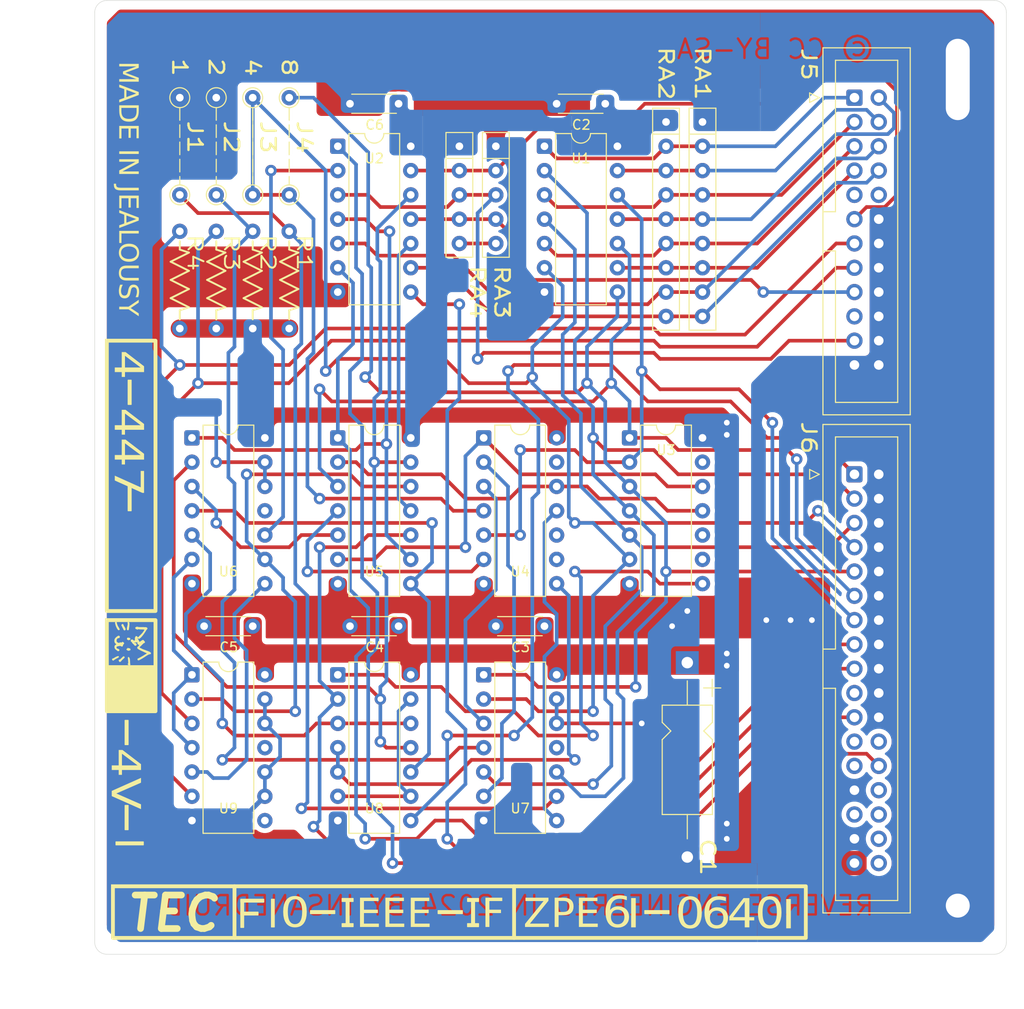
<source format=kicad_pcb>
(kicad_pcb (version 20241229) (generator "pcbnew") (generator_version "9.0")
  (title_block (title "F10-IEEE-IF IEEE488 Adapter for CBM 6400") (date "2024-06-24") (rev "A") (comment 1 "reverse-engineered in 2024") (comment 2 "creativecommons.org/licenses/by-sa/4.0/") (comment 3 "License: CC BY-SA 4.0") (comment 4 "Author: InsaneDruid") (comment 5 "Author: InsaneDruid"))
  (layers (0 "F.Cu" signal) (2 "B.Cu" signal) (13 "F.Paste" user) (15 "B.Paste" user) (5 "F.SilkS" user "F.Silkscreen") (7 "B.SilkS" user "B.Silkscreen") (1 "F.Mask" user) (3 "B.Mask" user) (25 "Edge.Cuts" user))
  (net 0 "")
  (net 1 "GND")
  (net 2 "+5V")
  (net 3 "Net-(J1-B)")
  (net 4 "Net-(J2-B)")
  (net 5 "D3")
  (net 6 "D4")
  (net 7 "/~{ATN}")
  (net 8 "/~{D2}")
  (net 9 "~{NDAC}")
  (net 10 "~{NRFD}")
  (net 11 "/~{~{IFC}}")
  (net 12 "/~{D6}")
  (net 13 "/~{DAV}")
  (net 14 "/~{D8}")
  (net 15 "/~{D3}")
  (net 16 "/~{D7}")
  (net 17 "Net-(RA3-R4)")
  (net 18 "/~{D5}")
  (net 19 "/~{D1}")
  (net 20 "/~{D4}")
  (net 21 "D7")
  (net 22 "D2")
  (net 23 "~{RESET}")
  (net 24 "D6")
  (net 25 "D8")
  (net 26 "Net-(U2-Pad2)")
  (net 27 "Net-(U2-Pad10)")
  (net 28 "D1")
  (net 29 "D5")
  (net 30 "ATN")
  (net 31 "BUSY")
  (net 32 "Net-(U3-Pad8)")
  (net 33 "DAV")
  (net 34 "B.~{D7}")
  (net 35 "/DAV OR ATN")
  (net 36 "Net-(U4-Pad8)")
  (net 37 "Net-(U4-Pad2)")
  (net 38 "Net-(U4-Pad3)")
  (net 39 "Net-(U4-Pad11)")
  (net 40 "B.~{D5}")
  (net 41 "B.~{ATN}")
  (net 42 "B.~{DAV}")
  (net 43 "Net-(U5-Pad5)")
  (net 44 "Net-(U6-Pad8)")
  (net 46 "Net-(U6-Pad5)")
  (net 47 "Net-(U6-Pad6)")
  (net 49 "Net-(U8-Pad13)")
  (net 50 "~{STROBE}")
  (footprint "Package_DIP:DIP-14_W7.62mm" (layer "F.Cu") (at 145.415 88.265)
    (property "Reference" "U4")
    (property "Value" "74LS30")
  )
  (footprint "Resistor_THT:R_Array_SIP9" (layer "F.Cu") (at 164.465 55.245 -90)
    (property "Reference" "RA2")
    (property "Value" "3K3")
  )
  (footprint "F10-IEEE-IF_lib_fp:C_Disc_D4.3mm_W1.9mm_P5.00mm" (layer "F.Cu") (at 136.525 107.95 180)
    (property "Reference" "C4")
    (property "Value" "100nF")
  )
  (footprint "F10-IEEE-IF_lib_fp:C_Disc_D4.3mm_W1.9mm_P5.00mm" (layer "F.Cu") (at 151.765 107.95 180)
    (property "Reference" "C3")
    (property "Value" "100nF")
  )
  (footprint "F10-IEEE-IF_lib_fp:MountingHole_2.5mm_Pad_Slot" (layer "F.Cu") (at 194.945 50.8)
    (property "Reference" "H2" (hide yes))
    (property "Value" "MountingHole_Pad")
  )
  (footprint "MountingHole:MountingHole_2.5mm_Pad" (layer "F.Cu") (at 194.945 137.16)
    (property "Reference" "H1" (hide yes))
    (property "Value" "MountingHole_Pad")
  )
  (footprint "Package_DIP:DIP-14_W7.62mm" (layer "F.Cu") (at 130.175 88.265)
    (property "Reference" "U5")
    (property "Value" "74LS04")
  )
  (footprint "Package_DIP:DIP-14_W7.62mm" (layer "F.Cu") (at 151.765 57.785)
    (property "Reference" "U1")
    (property "Value" "74LS14")
  )
  (footprint "Package_DIP:DIP-14_W7.62mm" (layer "F.Cu") (at 130.175 113.03)
    (property "Reference" "U8")
    (property "Value" "74LS10")
  )
  (footprint "Resistor_THT:R_Array_SIP9" (layer "F.Cu") (at 168.275 55.245 -90)
    (property "Reference" "RA1")
    (property "Value" "6K8")
  )
  (footprint "F10-IEEE-IF_lib_fp:R_Axial_DIN0207_L6.3mm_D2.5mm_P10.16mm_Horizontal" (layer "F.Cu") (at 113.665 76.835 90)
    (property "Reference" "R4")
    (property "Value" "R")
  )
  (footprint "Package_DIP:DIP-14_W7.62mm" (layer "F.Cu") (at 145.415 113.03)
    (property "Reference" "U7")
    (property "Value" "74LS86")
  )
  (footprint "F10-IEEE-IF_lib_fp:Jumper_Wire" (layer "F.Cu") (at 117.475 52.705 -90)
    (property "Reference" "J2")
    (property "Value" "Jumper_2_Open")
  )
  (footprint "F10-IEEE-IF_lib_fp:C_Disc_D4.3mm_W1.9mm_P5.00mm" (layer "F.Cu") (at 121.285 107.95 180)
    (property "Reference" "C5")
    (property "Value" "100nF")
  )
  (footprint "Package_DIP:DIP-14_W7.62mm" (layer "F.Cu") (at 130.175 57.785)
    (property "Reference" "U2")
    (property "Value" "74LS14")
  )
  (footprint "F10-IEEE-IF_lib_fp:Jumper_Wire" (layer "F.Cu") (at 121.285 52.705 -90)
    (property "Reference" "J3")
    (property "Value" "Jumper_2_Open")
  )
  (footprint "F10-IEEE-IF_lib_fp:CP_Axial_L11.0mm_D5.0mm_P20.32mm_Horizontal" (layer "F.Cu") (at 166.6875 111.76 -90)
    (property "Reference" "C1")
    (property "Value" "100uF")
  )
  (footprint "Package_DIP:DIP-14_W7.62mm" (layer "F.Cu") (at 114.935 113.03)
    (property "Reference" "U9")
    (property "Value" "74LS38")
  )
  (footprint "F10-IEEE-IF_lib_fp:C_Disc_D4.3mm_W1.9mm_P5.00mm" (layer "F.Cu") (at 158.115 53.34 180)
    (property "Reference" "C2")
    (property "Value" "100nF")
  )
  (footprint "Resistor_THT:R_Array_SIP5" (layer "F.Cu") (at 146.685 57.785 -90)
    (property "Reference" "RA3")
    (property "Value" "6K8")
  )
  (footprint "F10-IEEE-IF_lib_fp:IDC-Header_2x12_P2.54mm_Vertical" (layer "F.Cu") (at 184.15 52.705)
    (property "Reference" "J5")
    (property "Value" "IEEE488")
  )
  (footprint "F10-IEEE-IF_lib_fp:Jumper_Wire" (layer "F.Cu") (at 125.095 52.705 -90)
    (property "Reference" "J4")
    (property "Value" "Jumper_2_Open")
  )
  (footprint "F10-IEEE-IF_lib_fp:R_Axial_DIN0207_L6.3mm_D2.5mm_P10.16mm_Horizontal" (layer "F.Cu") (at 117.475 76.835 90)
    (property "Reference" "R3")
    (property "Value" "R")
  )
  (footprint "F10-IEEE-IF_lib_fp:R_Axial_DIN0207_L6.3mm_D2.5mm_P10.16mm_Horizontal" (layer "F.Cu") (at 121.285 76.835 90)
    (property "Reference" "R2")
    (property "Value" "R")
  )
  (footprint "Connector_IDC:IDC-Header_2x17_P2.54mm_Vertical" (layer "F.Cu") (at 184.15 92.075)
    (property "Reference" "J6")
    (property "Value" "Printer Header")
  )
  (footprint "Package_DIP:DIP-14_W7.62mm" (layer "F.Cu") (at 160.655 88.265)
    (property "Reference" "U3")
    (property "Value" "74LS30")
  )
  (footprint "F10-IEEE-IF_lib_fp:C_Disc_D4.3mm_W1.9mm_P5.00mm" (layer "F.Cu") (at 136.525 53.34 180)
    (property "Reference" "C6")
    (property "Value" "100nF")
  )
  (footprint "F10-IEEE-IF_lib_fp:R_Axial_DIN0207_L6.3mm_D2.5mm_P10.16mm_Horizontal" (layer "F.Cu") (at 125.095 76.835 90)
    (property "Reference" "R1")
    (property "Value" "R")
  )
  (footprint "Resistor_THT:R_Array_SIP5" (layer "F.Cu") (at 142.875 57.785 -90)
    (property "Reference" "RA4")
    (property "Value" "3K3")
  )
  (footprint "F10-IEEE-IF_lib_fp:Jumper_Wire" (layer "F.Cu") (at 113.665 52.705 -90)
    (property "Reference" "J1")
    (property "Value" "Jumper_2_Open")
  )
  (footprint "Package_DIP:DIP-14_W7.62mm" (layer "F.Cu") (at 114.935 88.265)
    (property "Reference" "U6")
    (property "Value" "74LS00")
  )
  (gr_poly (pts (xy 108.502135 109.287407) (xy 108.501777 109.293953) (xy 108.501169 109.29885) (xy 108.500518 109.303336) (xy 108.499794 109.307462) (xy 108.498969 109.311276) (xy 108.498013 109.314831) (xy 108.496899 109.318175) (xy 108.495596 109.321359) (xy 108.494866 109.322906) (xy 108.494077 109.324433) (xy 108.493228 109.325945) (xy 108.492313 109.327448) (xy 108.490274 109.330453) (xy 108.487931 109.333499) (xy 108.485257 109.336637) (xy 108.482222 109.339916) (xy 108.478796 109.343386) (xy 108.474953 109.347098) (xy 108.470662 109.351103) (xy 108.46263 109.358419) (xy 108.454952 109.365135) (xy 108.447611 109.371259) (xy 108.440589 109.3768) (xy 108.433868 109.381769) (xy 108.427431 109.386174) (xy 108.42126 109.390025) (xy 108.415338 109.39333) (xy 108.409646 109.3961) (xy 108.404167 109.398343) (xy 108.401502 109.39927) (xy 108.398883 109.400069) (xy 108.396309 109.400741) (xy 108.393777 109.401288) (xy 108.391285 109.401709) (xy 108.388831 109.402007) (xy 108.386413 109.402183) (xy 108.384028 109.402238) (xy 108.381674 109.402172) (xy 108.379349 109.401988) (xy 108.37705 109.401686) (xy 108.374777 109.401268) (xy 108.371872 109.400845) (xy 108.369099 109.400532) (xy 108.366441 109.400337) (xy 108.363883 109.400266) (xy 108.361406 109.400324) (xy 108.358994 109.40052) (xy 108.35663 109.400859) (xy 108.354298 109.401347) (xy 108.351981 109.401992) (xy 108.349662 109.402799) (xy 108.347325 109.403776) (xy 108.344952 109.404929) (xy 108.342527 109.406264) (xy 108.340033 109.407788) (xy 108.337454 109.409507) (xy 108.334772 109.411428) (xy 108.330273 109.414507) (xy 108.325806 109.417075) (xy 108.323577 109.418164) (xy 108.321345 109.419123) (xy 108.319108 109.41995) (xy 108.316863 109.420645) (xy 108.314605 109.421207) (xy 108.312332 109.421636) (xy 108.31004 109.421929) (xy 108.307726 109.422088) (xy 108.305386 109.42211) (xy 108.303018 109.421995) (xy 108.300617 109.421742) (xy 108.29818 109.42135) (xy 108.295704 109.420819) (xy 108.293186 109.420147) (xy 108.290622 109.419334) (xy 108.288009 109.418379) (xy 108.282621 109.416041) (xy 108.276997 109.413125) (xy 108.271108 109.409624) (xy 108.264928 109.405533) (xy 108.25843 109.400845) (xy 108.251587 109.395553) (xy 108.248718 109.393315) (xy 108.245837 109.391134) (xy 108.242964 109.389022) (xy 108.240117 109.38699) (xy 108.237315 109.385052) (xy 108.234576 109.383219) (xy 108.231919 109.381503) (xy 108.229362 109.379916) (xy 108.226924 109.378471) (xy 108.224624 109.377179) (xy 108.22248 109.376052) (xy 108.220512 109.375104) (xy 108.218736 109.374345) (xy 108.217173 109.373788) (xy 108.21584 109.373445) (xy 108.215266 109.373357) (xy 108.214757 109.373328) (xy 108.213703 109.373247) (xy 108.212454 109.373011) (xy 108.209426 109.372106) (xy 108.205785 109.370678) (xy 108.20164 109.368793) (xy 108.197101 109.366518) (xy 108.192276 109.363918) (xy 108.187277 109.361059) (xy 108.182213 109.358008) (xy 108.177194 109.354831) (xy 108.172328 109.351593) (xy 108.167727 109.34836) (xy 108.1635 109.345199) (xy 108.159757 109.342176) (xy 108.156607 109.339356) (xy 108.154161 109.336807) (xy 108.153235 109.335654) (xy 108.152527 109.334593) (xy 108.152058 109.333572) (xy 108.151607 109.331961) (xy 108.150761 109.327112) (xy 108.150004 109.320328) (xy 108.149352 109.311892) (xy 108.148819 109.302086) (xy 108.148419 109.291195) (xy 108.148169 109.279499) (xy 108.148082 109.267283) (xy 108.148292 109.256079) (xy 108.148691 109.245787) (xy 108.148964 109.240975) (xy 108.149289 109.236381) (xy 108.149666 109.232001) (xy 108.150096 109.227834) (xy 108.150581 109.223874) (xy 108.151123 109.22012) (xy 108.151722 109.216567) (xy 108.152379 109.213214) (xy 108.153097 109.210055) (xy 108.153876 109.207089) (xy 108.154717 109.204311) (xy 108.155623 109.201719) (xy 108.156593 109.199309) (xy 108.15763 109.197079) (xy 108.158734 109.195024) (xy 108.159908 109.193142) (xy 108.161151 109.191429) (xy 108.162466 109.189882) (xy 108.163854 109.188497) (xy 108.165316 109.187273) (xy 108.166854 109.186204) (xy 108.168468 109.185289) (xy 108.170159 109.184523) (xy 108.17193 109.183904) (xy 108.173782 109.183428) (xy 108.175715 109.183093) (xy 108.177731 109.182893) (xy 108.179832 109.182828) (xy 108.180334 109.182798) (xy 108.180886 109.182711) (xy 108.182133 109.182366) (xy 108.183556 109.181806) (xy 108.18514 109.181042) (xy 108.18687 109.180084) (xy 108.188728 109.178943) (xy 108.1907 109.177632) (xy 108.19277 109.17616) (xy 108.194922 109.17454) (xy 108.197139 109.172782) (xy 108.199407 109.170897) (xy 108.20171 109.168897) (xy 108.204031 109.166793) (xy 108.206354 109.164596) (xy 108.208665 109.162317) (xy 108.210947 109.159968) (xy 108.218146 109.152411) (xy 108.22117 109.149365) (xy 108.223895 109.146782) (xy 108.225165 109.145657) (xy 108.226385 109.144641) (xy 108.227563 109.14373) (xy 108.228706 109.142923) (xy 108.229822 109.142217) (xy 108.23092 109.141609) (xy 108.232008 109.141098) (xy 108.233093 109.14068) (xy 108.234183 109.140353) (xy 108.235287 109.140115) (xy 108.236413 109.139963) (xy 108.237569 109.139895) (xy 108.238762 109.139908) (xy 108.24 109.14) (xy 108.241293 109.140169) (xy 108.242647 109.140412) (xy 108.244071 109.140726) (xy 108.245573 109.14111) (xy 108.248842 109.142075) (xy 108.252519 109.143287) (xy 108.256667 109.144728) (xy 108.259186 109.145531) (xy 108.261732 109.146274) (xy 108.264285 109.146956) (xy 108.266827 109.147575) (xy 108.269339 109.148131) (xy 108.271803 109.148623) (xy 108.274199 109.14905) (xy 108.276511 109.149411) (xy 108.278718 109.149705) (xy 108.280802 109.149931) (xy 108.282745 109.150088) (xy 108.284527 109.150175) (xy 108.286132 109.150192) (xy 108.287539 109.150136) (xy 108.28873 109.150009) (xy 108.289687 109.149808) (xy 108.29069 109.149495) (xy 108.291787 109.149268) (xy 108.292967 109.149126) (xy 108.294221 109.149064) (xy 108.295538 109.14908) (xy 108.296909 109.149172) (xy 108.298322 109.149336) (xy 108.299767 109.14957) (xy 108.301235 109.149871) (xy 108.302715 109.150236) (xy 108.304197 109.150662) (xy 108.305671 109.151147) (xy 108.307126 109.151688) (xy 108.308552 109.152282) (xy 108.309939 109.152926) (xy 108.311277 109.153618) (xy 108.312849 109.154339) (xy 108.314922 109.15507) (xy 108.320435 109.156545) (xy 108.32754 109.158005) (xy 108.335963 109.159412) (xy 108.345427 109.160731) (xy 108.355657 109.161922) (xy 108.366379 109.162951) (xy 108.377317 109.163778) (xy 108.430657 109.167588) (xy 108.461772 109.202513) (xy 108.468147 109.209715) (xy 108.474313 109.216909) (xy 108.480122 109.223911) (xy 108.485426 109.230532) (xy 108.490074 109.236588) (xy 108.493919 109.241893) (xy 108.495493 109.244205) (xy 108.496811 109.24626) (xy 108.497853 109.248033) (xy 108.498602 109.249503) (xy 108.499175 109.250965) (xy 108.499702 109.252715) (xy 108.500183 109.254729) (xy 108.500616 109.256984) (xy 108.501001 109.259454) (xy 108.501336 109.262116) (xy 108.501856 109.267918) (xy 108.502167 109.274196) (xy 108.502263 109.280757)) (stroke (width -0.000001)) (fill yes) (layer "F.SilkS"))
  (gr_rect (start 120.04 136.54) (end 120.34 139.44) (stroke (width 0.1)) (fill yes) (layer "F.SilkS"))
  (gr_rect (start 107.95 117.7925) (end 108.2675 120.3325) (stroke (width 0.1)) (fill yes) (layer "F.SilkS"))
  (gr_poly (pts (xy 107.303504 111.155517) (xy 107.303101 111.159826) (xy 107.302391 111.164115) (xy 107.301375 111.168386) (xy 107.300053 111.172639) (xy 107.298424 111.176876) (xy 107.296488 111.181096) (xy 107.294245 111.1853) (xy 107.291696 111.18949) (xy 107.288839 111.193665) (xy 107.285675 111.197827) (xy 107.282204 111.201976) (xy 107.278425 111.206114) (xy 107.274339 111.210239) (xy 107.269945 111.214354) (xy 107.265243 111.218459) (xy 107.254916 111.226642) (xy 107.243357 111.234793) (xy 107.230564 111.242918) (xy 107.216537 111.251023) (xy 107.198558 111.261074) (xy 107.180342 111.271422) (xy 107.164031 111.280937) (xy 107.157259 111.285029) (xy 107.151767 111.288488) (xy 107.149471 111.290019) (xy 107.147117 111.291513) (xy 107.144725 111.29296) (xy 107.142311 111.294352) (xy 107.139894 111.29568) (xy 107.137491 111.296938) (xy 107.135119 111.298115) (xy 107.132796 111.299203) (xy 107.130541 111.300195) (xy 107.12837 111.301082) (xy 107.126301 111.301856) (xy 107.124353 111.302507) (xy 107.122542 111.303029) (xy 107.120886 111.303411) (xy 107.119404 111.303647) (xy 107.118112 111.303728) (xy 107.116842 111.303808) (xy 107.115422 111.304045) (xy 107.113866 111.304431) (xy 107.112188 111.304958) (xy 107.110403 111.305619) (xy 107.108524 111.306407) (xy 107.106564 111.307313) (xy 107.104539 111.308331) (xy 107.102461 111.309454) (xy 107.100345 111.310673) (xy 107.098206 111.311982) (xy 107.096055 111.313372) (xy 107.093909 111.314837) (xy 107.09178 111.316368) (xy 107.089683 111.317959) (xy 107.087632 111.319603) (xy 107.085699 111.321246) (xy 107.083721 111.322837) (xy 107.081712 111.324369) (xy 107.079685 111.325834) (xy 107.077653 111.327224) (xy 107.075633 111.328532) (xy 107.073636 111.329752) (xy 107.071678 111.330874) (xy 107.069771 111.331892) (xy 107.067931 111.332799) (xy 107.06617 111.333586) (xy 107.064504 111.334247) (xy 107.062945 111.334774) (xy 107.061509 111.33516) (xy 107.060208 111.335397) (xy 107.059613 111.335457) (xy 107.059057 111.335478) (xy 107.057908 111.335602) (xy 107.056383 111.335968) (xy 107.054508 111.336562) (xy 107.05231 111.337373) (xy 107.047047 111.339596) (xy 107.040801 111.342542) (xy 107.033781 111.346113) (xy 107.026196 111.350212) (xy 107.018253 111.354742) (xy 107.010162 111.359607) (xy 106.992938 111.369867) (xy 106.974285 111.380721) (xy 106.956584 111.390862) (xy 106.942217 111.398978) (xy 106.886337 111.429457) (xy 106.883616 111.431026) (xy 106.880938 111.432629) (xy 106.878318 111.434256) (xy 106.87577 111.435897) (xy 106.873308 111.437542) (xy 106.870944 111.43918) (xy 106.868695 111.440801) (xy 106.866573 111.442396) (xy 106.864592 111.443953) (xy 106.862766 111.445463) (xy 106.86111 111.446915) (xy 106.859637 111.448299) (xy 106.858362 111.449606) (xy 106.857297 111.450823) (xy 106.856457 111.451942) (xy 106.856126 111.452462) (xy 106.855857 111.452953) (xy 106.855333 111.454038) (xy 106.854376 111.455376) (xy 106.851269 111.458735) (xy 106.846758 111.462879) (xy 106.841063 111.467657) (xy 106.834405 111.472919) (xy 106.827003 111.478514) (xy 106.810851 111.4901) (xy 106.794372 111.50121) (xy 106.77933 111.510639) (xy 106.772898 111.514345) (xy 106.767487 111.51718) (xy 106.763316 111.518991) (xy 106.761765 111.519465) (xy 106.760607 111.519628) (xy 106.760289 111.519652) (xy 106.759932 111.519723) (xy 106.759104 111.520002) (xy 106.758135 111.520456) (xy 106.757035 111.521076) (xy 106.755817 111.521852) (xy 106.75449 111.522775) (xy 106.753067 111.523836) (xy 106.751558 111.525025) (xy 106.749975 111.526333) (xy 106.748329 111.527751) (xy 106.74663 111.52927) (xy 106.744891 111.530879) (xy 106.741334 111.534334) (xy 106.739539 111.536162) (xy 106.737747 111.538043) (xy 106.735114 111.54097) (xy 106.732667 111.543568) (xy 106.730369 111.545852) (xy 106.728182 111.547836) (xy 106.72607 111.549533) (xy 106.72503 111.550278) (xy 106.723995 111.550957) (xy 106.72296 111.551572) (xy 106.72192 111.552123) (xy 106.720871 111.552614) (xy 106.719808 111.553045) (xy 106.718727 111.553418) (xy 106.717622 111.553735) (xy 106.716489 111.553998) (xy 106.715323 111.554209) (xy 106.714121 111.554369) (xy 106.712876 111.55448) (xy 106.710243 111.554563) (xy 106.707387 111.55447) (xy 106.70427 111.554217) (xy 106.700856 111.553816) (xy 106.697107 111.553283) (xy 106.693612 111.552624) (xy 106.690252 111.551827) (xy 106.686998 111.550869) (xy 106.683822 111.549731) (xy 106.680693 111.548391) (xy 106.677584 111.546831) (xy 106.674466 111.545029) (xy 106.67131 111.542964) (xy 106.668087 111.540616) (xy 106.664768 111.537966) (xy 106.661324 111.534991) (xy 106.657727 111.531673) (xy 106.653948 111.52799) (xy 106.649957 111.523921) (xy 106.645726 111.519447) (xy 106.641227 111.514548) (xy 106.634689 111.507105) (xy 106.628425 111.499564) (xy 106.622455 111.491963) (xy 106.616799 111.484336) (xy 106.611478 111.47672) (xy 106.606513 111.469151) (xy 106.601923 111.461667) (xy 106.597729 111.454302) (xy 106.593953 111.447094) (xy 106.590613 111.440078) (xy 106.587731 111.433291) (xy 106.585327 111.426769) (xy 106.583422 111.420548) (xy 106.582035 111.414665) (xy 106.581189 111.409156) (xy 106.580902 111.404058) (xy 106.580992 111.401802) (xy 106.581264 111.399554) (xy 106.581722 111.397309) (xy 106.58237 111.395059) (xy 106.583212 111.392797) (xy 106.584251 111.390518) (xy 106.58549 111.388215) (xy 106.586934 111.385881) (xy 106.588587 111.38351) (xy 106.590452 111.381095) (xy 106.592532 111.37863) (xy 106.594832 111.376108) (xy 106.597356 111.373523) (xy 106.600106 111.370868) (xy 106.603087 111.368137) (xy 106.606302 111.365323) (xy 106.608889 111.363055) (xy 106.611404 111.360788) (xy 106.613834 111.358536) (xy 106.616164 111.356314) (xy 106.618383 111.354136) (xy 106.620478 111.352017) (xy 106.622435 111.349973) (xy 106.624241 111.348019) (xy 106.625883 111.346168) (xy 106.627349 111.344437) (xy 106.628625 111.34284) (xy 106.629698 111.341391) (xy 106.630555 111.340106) (xy 106.631183 111.339) (xy 106.631408 111.338518) (xy 106.63157 111.338087) (xy 106.631669 111.337708) (xy 106.631702 111.337383) (xy 106.63172 111.337024) (xy 106.631775 111.336662) (xy 106.631866 111.336297) (xy 106.631991 111.33593) (xy 106.63215 111.335562) (xy 106.632342 111.335193) (xy 106.632823 111.334456) (xy 106.633427 111.333722) (xy 106.634146 111.332996) (xy 106.634976 111.332283) (xy 106.635909 111.331588) (xy 106.636938 111.330916) (xy 106.638058 111.33027) (xy 106.639262 111.329656) (xy 106.640542 111.329078) (xy 106.641894 111.328541) (xy 106.643309 111.32805) (xy 106.644782 111.327609) (xy 106.646307 111.327223) (xy 106.649871 111.326253) (xy 106.654701 111.324822) (xy 106.667262 111.320873) (xy 106.682204 111.315971) (xy 106.697742 111.310713) (xy 106.701631 111.309322) (xy 106.705427 111.30801) (xy 106.709111 111.306782) (xy 106.712665 111.305643) (xy 106.71607 111.304596) (xy 106.719307 111.303647) (xy 106.722359 111.3028) (xy 106.725206 111.302061) (xy 106.72783 111.301433) (xy 106.730211 111.300921) (xy 106.732333 111.30053) (xy 106.734175 111.300265) (xy 106.73572 111.30013) (xy 106.736948 111.30013) (xy 106.737438 111.300182) (xy 106.737842 111.300269) (xy 106.738157 111.300393) (xy 106.738382 111.300553) (xy 106.738832 111.300846) (xy 106.739463 111.301013) (xy 106.740263 111.30106) (xy 106.741225 111.300991) (xy 106.743589 111.300523) (xy 106.746478 111.29965) (xy 106.749814 111.298408) (xy 106.753518 111.296836) (xy 106.757512 111.294972) (xy 106.761718 111.292853) (xy 106.766058 111.290519) (xy 106.770454 111.288008) (xy 106.774828 111.285357) (xy 106.779101 111.282604) (xy 106.783196 111.279788) (xy 106.787034 111.276947) (xy 106.790537 111.274119) (xy 106.793627 111.271343) (xy 106.797243 111.268401) (xy 106.802672 111.26445) (xy 106.817886 111.254178) (xy 106.837103 111.241852) (xy 106.858159 111.228798) (xy 106.878887 111.216338) (xy 106.897122 111.205799) (xy 106.910699 111.198504) (xy 106.915064 111.196487) (xy 106.917452 111.195778) (xy 106.91797 111.195675) (xy 106.918798 111.195375) (xy 106.921311 111.19422) (xy 106.924852 111.192396) (xy 106.929279 111.189983) (xy 106.934449 111.187065) (xy 106.940223 111.183723) (xy 106.953012 111.176093) (xy 106.964127 111.169468) (xy 106.977493 111.162299) (xy 106.992784 111.154709) (xy 107.009676 111.146823) (xy 107.046963 111.130663) (xy 107.086759 111.114815) (xy 107.126465 111.100277) (xy 107.163485 111.088046) (xy 107.180176 111.083107) (xy 107.195221 111.079119) (xy 107.208296 111.076206) (xy 107.219077 111.074493) (xy 107.235057 111.072907) (xy 107.241623 111.072443) (xy 107.247384 111.07228) (xy 107.249997 111.07233) (xy 107.252449 111.072478) (xy 107.254755 111.072732) (xy 107.256927 111.073098) (xy 107.258981 111.073584) (xy 107.260928 111.074199) (xy 107.262783 111.074949) (xy 107.264559 111.075842) (xy 107.26627 111.076886) (xy 107.267929 111.078089) (xy 107.269551 111.079457) (xy 107.271148 111.080998) (xy 107.272735 111.08272) (xy 107.274324 111.084631) (xy 107.27593 111.086738) (xy 107.277566 111.089048) (xy 107.280983 111.09431) (xy 107.284684 111.100477) (xy 107.293372 111.115768) (xy 107.29572 111.120279) (xy 107.297762 111.124765) (xy 107.299499 111.129227) (xy 107.300931 111.133664) (xy 107.302057 111.138079) (xy 107.302878 111.14247) (xy 107.303393 111.14684) (xy 107.303601 111.151189)) (stroke (width -0.000001)) (fill yes) (layer "F.SilkS"))
  (gr_line (start 121.285 53.975) (end 121.285 61.595) (stroke (width 0.12)) (layer "F.SilkS"))
  (gr_poly (pts (xy 108.415847 107.688652) (xy 108.415778 107.689546) (xy 108.415651 107.690435) (xy 108.415467 107.691319) (xy 108.415226 107.692198) (xy 108.414928 107.693072) (xy 108.414573 107.693941) (xy 108.414162 107.694806) (xy 108.413694 107.695666) (xy 108.413169 107.696522) (xy 108.412588 107.697373) (xy 108.41195 107.69822) (xy 108.411257 107.699064) (xy 108.410507 107.699903) (xy 108.409702 107.700738) (xy 108.408988 107.701959) (xy 108.408278 107.704165) (xy 108.406884 107.711364) (xy 108.405549 107.722002) (xy 108.404304 107.735742) (xy 108.403178 107.752251) (xy 108.402201 107.771193) (xy 108.401402 107.792234) (xy 108.400812 107.815038) (xy 108.399329 107.852811) (xy 108.396922 107.893262) (xy 108.393802 107.934249) (xy 108.390176 107.973629) (xy 108.386251 108.009259) (xy 108.382238 108.038995) (xy 108.380263 108.050983) (xy 108.378344 108.060694) (xy 108.376506 108.06786) (xy 108.374777 108.072213) (xy 108.373977 108.074179) (xy 108.373021 108.077824) (xy 108.370729 108.089477) (xy 108.368079 108.105833) (xy 108.365252 108.125553) (xy 108.359775 108.169725) (xy 108.357483 108.191499) (xy 108.355727 108.211278) (xy 108.354672 108.222067) (xy 108.353422 108.232729) (xy 108.35199 108.243213) (xy 108.350389 108.253466) (xy 108.348631 108.263436) (xy 108.34673 108.273071) (xy 108.344699 108.28232) (xy 108.342551 108.291129) (xy 108.340298 108.299447) (xy 108.337954 108.307222) (xy 108.335532 108.314402) (xy 108.333045 108.320934) (xy 108.330506 108.326767) (xy 108.327928 108.331848) (xy 108.325324 108.336126) (xy 108.322707 108.339548) (xy 108.319381 108.342963) (xy 108.315416 108.346508) (xy 108.310902 108.350135) (xy 108.305929 108.353796) (xy 108.300588 108.357441) (xy 108.294969 108.361024) (xy 108.289162 108.364495) (xy 108.283258 108.367805) (xy 108.277346 108.370908) (xy 108.271516 108.373753) (xy 108.26586 108.376294) (xy 108.260467 108.378481) (xy 108.255427 108.380267) (xy 108.250832 108.381602) (xy 108.24677 108.382438) (xy 108.244967 108.382654) (xy 108.243332 108.382728) (xy 108.241661 108.382543) (xy 108.239759 108.38223) (xy 108.237646 108.381797) (xy 108.235345 108.381249) (xy 108.230261 108.379837) (xy 108.224679 108.378045) (xy 108.218769 108.375925) (xy 108.212703 108.37353) (xy 108.206652 108.370912) (xy 108.200787 108.368123) (xy 108.196749 108.366087) (xy 108.192955 108.36401) (xy 108.189378 108.361867) (xy 108.185993 108.35963) (xy 108.182776 108.357274) (xy 108.179702 108.354773) (xy 108.176744 108.352101) (xy 108.173879 108.349232) (xy 108.17108 108.346139) (xy 108.168324 108.342797) (xy 108.165584 108.33918) (xy 108.162836 108.335262) (xy 108.160054 108.331016) (xy 108.157214 108.326416) (xy 108.15429 108.321437) (xy 108.151257 108.316053) (xy 108.144527 108.303489) (xy 108.141794 108.298118) (xy 108.13945 108.293173) (xy 108.13747 108.288518) (xy 108.135831 108.284018) (xy 108.134508 108.279536) (xy 108.133477 108.274937) (xy 108.132714 108.270085) (xy 108.132194 108.264844) (xy 108.131895 108.259078) (xy 108.13179 108.252652) (xy 108.131857 108.24543) (xy 108.13207 108.237276) (xy 108.132842 108.217628) (xy 108.13367 108.205001) (xy 108.134707 108.192575) (xy 108.135923 108.18067) (xy 108.137287 108.169606) (xy 108.13877 108.159703) (xy 108.139547 108.155286) (xy 108.140343 108.15128) (xy 108.141153 108.147724) (xy 108.141975 108.144659) (xy 108.142804 108.142123) (xy 108.143637 108.140158) (xy 108.144641 108.13761) (xy 108.145511 108.13519) (xy 108.146245 108.132877) (xy 108.146842 108.130653) (xy 108.147301 108.128495) (xy 108.147622 108.126384) (xy 108.147803 108.124299) (xy 108.147844 108.122219) (xy 108.147743 108.120125) (xy 108.1475 108.117995) (xy 108.147114 108.115809) (xy 108.146584 108.113547) (xy 108.145908 108.111189) (xy 108.145087 108.108713) (xy 108.144118 108.1061) (xy 108.143002 108.103328) (xy 108.141775 108.100264) (xy 108.14072 108.09748) (xy 108.139843 108.094944) (xy 108.139152 108.092622) (xy 108.138879 108.091532) (xy 108.138655 108.090483) (xy 108.138481 108.089472) (xy 108.138358 108.088493) (xy 108.138288 108.087545) (xy 108.13827 108.086621) (xy 108.138307 108.085719) (xy 108.138398 108.084834) (xy 108.138545 108.083961) (xy 108.138749 108.083098) (xy 108.139011 108.08224) (xy 108.139331 108.081382) (xy 108.139711 108.080521) (xy 108.140151 108.079653) (xy 108.140652 108.078773) (xy 108.141216 108.077878) (xy 108.141843 108.076964) (xy 108.142534 108.076025) (xy 108.144113 108.074062) (xy 108.14596 108.071955) (xy 108.148082 108.069673) (xy 108.149398 108.068114) (xy 108.15072 108.066308) (xy 108.15204 108.064277) (xy 108.153351 108.062043) (xy 108.154642 108.059626) (xy 108.155907 108.057049) (xy 108.157136 108.054331) (xy 108.158321 108.051496) (xy 108.159455 108.048564) (xy 108.160528 108.045557) (xy 108.161532 108.042495) (xy 108.162459 108.039401) (xy 108.1633 108.036296) (xy 108.164047 108.033201) (xy 108.164692 108.030138) (xy 108.165227 108.027128) (xy 108.166321 108.020795) (xy 108.167668 108.013852) (xy 108.169223 108.006523) (xy 108.170942 107.999029) (xy 108.17278 107.991595) (xy 108.174692 107.984444) (xy 108.176635 107.977799) (xy 108.178562 107.971883) (xy 108.180336 107.965795) (xy 108.182273 107.958657) (xy 108.184299 107.950731) (xy 108.186341 107.942276) (xy 108.188323 107.933553) (xy 108.19017 107.924823) (xy 108.19181 107.916346) (xy 108.193167 107.908383) (xy 108.196768 107.889819) (xy 108.201501 107.866552) (xy 108.206829 107.8415) (xy 108.212217 107.817578) (xy 108.214645 107.80574) (xy 108.217118 107.792882) (xy 108.221901 107.765746) (xy 108.224061 107.752286) (xy 108.225969 107.739443) (xy 108.227549 107.727627) (xy 108.228727 107.717248) (xy 108.229499 107.709499) (xy 108.230142 107.702643) (xy 108.230645 107.69662) (xy 108.230999 107.691372) (xy 108.231117 107.689019) (xy 108.231193 107.686837) (xy 108.231226 107.68482) (xy 108.231216 107.682958) (xy 108.231161 107.681245) (xy 108.231059 107.679674) (xy 108.23091 107.678236) (xy 108.230711 107.676925) (xy 108.230463 107.675734) (xy 108.230163 107.674653) (xy 108.22981 107.673677) (xy 108.229403 107.672798) (xy 108.228941 107.672008) (xy 108.228422 107.6713) (xy 108.227845 107.670666) (xy 108.227209 107.670099) (xy 108.226512 107.669592) (xy 108.225754 107.669137) (xy 108.224933 107.668726) (xy 108.224047 107.668353) (xy 108.223096 107.668009) (xy 108.222078 107.667688) (xy 108.219837 107.667083) (xy 108.219126 107.666891) (xy 108.218424 107.666675) (xy 108.217731 107.666434) (xy 108.217049 107.66617) (xy 108.216377 107.665884) (xy 108.215718 107.665576) (xy 108.214439 107.6649) (xy 108.21322 107.66415) (xy 108.212068 107.663332) (xy 108.21099 107.662456) (xy 108.209994 107.661527) (xy 108.209088 107.660553) (xy 108.20867 107.660052) (xy 108.208278 107.659542) (xy 108.207912 107.659025) (xy 108.207572 107.658502) (xy 108.207261 107.657973) (xy 108.206978 107.657439) (xy 108.206725 107.656901) (xy 108.206503 107.656361) (xy 108.206313 107.655819) (xy 108.206155 107.655276) (xy 108.20603 107.654733) (xy 108.20594 107.654191) (xy 108.205885 107.65365) (xy 108.205867 107.653113) (xy 108.204597 107.641286) (xy 108.203902 107.634093) (xy 108.203327 107.627078) (xy 108.203252 107.625288) (xy 108.203262 107.623267) (xy 108.203525 107.618615) (xy 108.204086 107.613293) (xy 108.204914 107.607472) (xy 108.205981 107.601324) (xy 108.207256 107.59502) (xy 108.20871 107.588731) (xy 108.210312 107.582628) (xy 108.212152 107.576438) (xy 108.213844 107.569898) (xy 108.215357 107.563195) (xy 108.216662 107.556514) (xy 108.217728 107.550041) (xy 108.218527 107.543962) (xy 108.219028 107.538464) (xy 108.219158 107.535991) (xy 108.219202 107.533733) (xy 108.219236 107.530462) (xy 108.219353 107.527538) (xy 108.219579 107.524936) (xy 108.219936 107.52263) (xy 108.220172 107.521581) (xy 108.22045 107.520597) (xy 108.220773 107.519674) (xy 108.221144 107.518809) (xy 108.221566 107.518) (xy 108.222043 107.517243) (xy 108.222577 107.516535) (xy 108.223171 107.515874) (xy 108.223828 107.515254) (xy 108.224551 107.514675) (xy 108.225344 107.514132) (xy 108.226209 107.513623) (xy 108.22715 107.513143) (xy 108.228168 107.512691) (xy 108.229269 107.512263) (xy 108.230453 107.511855) (xy 108.233088 107.51109) (xy 108.236096 107.510371) (xy 108.239503 107.509672) (xy 108.243332 107.508968) (xy 108.248882 107.507838) (xy 108.255824 107.506835) (xy 108.263881 107.505965) (xy 108.27278 107.505237) (xy 108.282244 107.504658) (xy 108.291999 107.504235) (xy 108.301768 107.503976) (xy 108.311277 107.503888) (xy 108.318895 107.503788) (xy 108.325612 107.503747) (xy 108.331505 107.50379) (xy 108.336657 107.503947) (xy 108.33898 107.504077) (xy 108.341146 107.504246) (xy 108.343168 107.504457) (xy 108.345053 107.504714) (xy 108.346814 107.50502) (xy 108.348458 107.505379) (xy 108.349997 107.505794) (xy 108.351441 107.506269) (xy 108.352798 107.506807) (xy 108.354081 107.507412) (xy 108.355297 107.508088) (xy 108.356459 107.508836) (xy 108.357574 107.509663) (xy 108.358654 107.510569) (xy 108.359709 107.51156) (xy 108.360747 107.512639) (xy 108.361781 107.513809) (xy 108.362818 107.515073) (xy 108.364947 107.5179) (xy 108.367213 107.521147) (xy 108.369697 107.524843) (xy 108.371221 107.527162) (xy 108.372695 107.529581) (xy 108.37411 107.532082) (xy 108.375461 107.534646) (xy 108.376742 107.537255) (xy 108.377946 107.539889) (xy 108.379065 107.542532) (xy 108.380095 107.545163) (xy 108.381028 107.547764) (xy 108.381857 107.550317) (xy 108.382577 107.552803) (xy 108.383181 107.555204) (xy 108.383661 107.5575) (xy 108.384013 107.559674) (xy 108.384229 107.561706) (xy 108.384302 107.563578) (xy 108.384324 107.565362) (xy 108.384389 107.567135) (xy 108.384494 107.568886) (xy 108.384639 107.570603) (xy 108.384821 107.572275) (xy 108.385039 107.573892) (xy 108.385289 107.575441) (xy 108.385572 107.576913) (xy 108.385884 107.578295) (xy 108.386224 107.579577) (xy 108.38659 107.580747) (xy 108.386981 107.581795) (xy 108.387394 107.582708) (xy 108.387827 107.583476) (xy 108.38805 107.583803) (xy 108.388278 107.584088) (xy 108.388511 107.584332) (xy 108.388747 107.584533) (xy 108.389118 107.585192) (xy 108.389515 107.586201) (xy 108.390364 107.589186) (xy 108.391258 107.593318) (xy 108.39216 107.598424) (xy 108.393032 107.604333) (xy 108.393837 107.610876) (xy 108.394537 107.617879) (xy 108.395097 107.625173) (xy 108.39549 107.628986) (xy 108.395954 107.63279) (xy 108.396482 107.636561) (xy 108.397071 107.640274) (xy 108.397716 107.643905) (xy 108.398412 107.64743) (xy 108.399154 107.650825) (xy 108.399939 107.654065) (xy 108.40076 107.657127) (xy 108.401614 107.659986) (xy 108.402496 107.662618) (xy 108.403402 107.664999) (xy 108.404325 107.667105) (xy 108.405263 107.668911) (xy 108.40621 107.670393) (xy 108.406686 107.671006) (xy 108.407162 107.671528) (xy 108.408144 107.672536) (xy 108.409067 107.673537) (xy 108.409931 107.674531) (xy 108.410735 107.675518) (xy 108.41148 107.676497) (xy 108.412167 107.67747) (xy 108.412794 107.678436) (xy 108.413363 107.679396) (xy 108.413873 107.680349) (xy 108.414325 107.681296) (xy 108.414718 107.682236) (xy 108.415053 107.68317) (xy 108.41533 107.684098) (xy 108.415549 107.68502) (xy 108.41571 107.685937) (xy 108.415814 107.686847) (xy 108.415859 107.687752)) (stroke (width -0.000001)) (fill yes) (layer "F.SilkS"))
  (gr_rect (start 131.04 136.725) (end 131.3575 139.265) (stroke (width 0.1)) (fill yes) (layer "F.SilkS"))
  (gr_line (start 148.59 135.1375) (end 148.59 140.535) (stroke (width 0.4)) (layer "F.SilkS"))
  (gr_rect (start 106.68 135.1375) (end 179.07 140.535) (stroke (width 0.4)) (fill no) (layer "F.SilkS"))
  (gr_rect (start 130.6225 136.4075) (end 131.775 136.725) (stroke (width 0.1)) (fill yes) (layer "F.SilkS"))
  (gr_rect (start 106.045 78.105) (end 111.125 106.3625) (stroke (width 0.4)) (fill no) (layer "F.SilkS"))
  (gr_rect (start 108.2675 82.2325) (end 108.585 84.7725) (stroke (width 0.1)) (fill yes) (layer "F.SilkS"))
  (gr_line (start 119.38 135.1375) (end 119.38 140.535) (stroke (width 0.4)) (layer "F.SilkS"))
  (gr_rect (start 143.7275 139.04) (end 144.88 139.3575) (stroke (width 0.1)) (fill yes) (layer "F.SilkS"))
  (gr_poly (pts (xy 108.502762 111.942646) (xy 108.502538 111.946877) (xy 108.501777 111.956507) (xy 108.500938 111.963658) (xy 108.49983 111.970373) (xy 108.49842 111.976694) (xy 108.496677 111.982661) (xy 108.494569 111.988316) (xy 108.493369 111.991039) (xy 108.492066 111.9937) (xy 108.490655 111.996302) (xy 108.489134 111.998852) (xy 108.487498 112.001355) (xy 108.485743 112.003815) (xy 108.481861 112.008629) (xy 108.477456 112.013335) (xy 108.472496 112.017974) (xy 108.466951 112.022587) (xy 108.460788 112.027215) (xy 108.453976 112.031899) (xy 108.446483 112.036679) (xy 108.438277 112.041598) (xy 108.425299 112.049317) (xy 108.413036 112.056679) (xy 108.402915 112.062851) (xy 108.399105 112.065229) (xy 108.396367 112.066998) (xy 108.394912 112.067852) (xy 108.393392 112.068502) (xy 108.391783 112.068939) (xy 108.390066 112.069151) (xy 108.388219 112.069128) (xy 108.386221 112.068862) (xy 108.384049 112.06834) (xy 108.381683 112.067553) (xy 108.379101 112.066491) (xy 108.376281 112.065143) (xy 108.373204 112.0635) (xy 108.369846 112.06155) (xy 108.366187 112.059285) (xy 108.362205 112.056692) (xy 108.357879 112.053764) (xy 108.353187 112.050488) (xy 108.346224 112.045563) (xy 108.339276 112.040853) (xy 108.332537 112.036457) (xy 108.326199 112.03247) (xy 108.320457 112.028988) (xy 108.315504 112.02611) (xy 108.311532 112.023931) (xy 108.308737 112.022548) (xy 108.307268 112.021864) (xy 108.30561 112.020897) (xy 108.301788 112.018185) (xy 108.297395 112.014553) (xy 108.292554 112.010145) (xy 108.28739 112.005105) (xy 108.282026 111.999576) (xy 108.276586 111.993701) (xy 108.271193 111.987623) (xy 108.265971 111.981485) (xy 108.261044 111.975431) (xy 108.256535 111.969604) (xy 108.252569 111.964147) (xy 108.249269 111.959204) (xy 108.246759 111.954918) (xy 108.245162 111.951431) (xy 108.244744 111.950033) (xy 108.244602 111.948888) (xy 108.244507 111.947974) (xy 108.244226 111.94691) (xy 108.243769 111.945705) (xy 108.243143 111.944373) (xy 108.242358 111.942926) (xy 108.241421 111.941376) (xy 108.24034 111.939734) (xy 108.239125 111.938013) (xy 108.237783 111.936226) (xy 108.236323 111.934383) (xy 108.234754 111.932498) (xy 108.233083 111.930582) (xy 108.231319 111.928647) (xy 108.22947 111.926706) (xy 108.227545 111.92477) (xy 108.225552 111.922852) (xy 108.22016 111.91746) (xy 108.215661 111.912453) (xy 108.213752 111.910085) (xy 108.212072 111.907802) (xy 108.210624 111.9056) (xy 108.209409 111.903475) (xy 108.208429 111.901424) (xy 108.207687 111.899442) (xy 108.207184 111.897527) (xy 108.206922 111.895673) (xy 108.206904 111.893877) (xy 108.207131 111.892136) (xy 108.207604 111.890445) (xy 108.208328 111.888801) (xy 108.209302 111.887199) (xy 108.210529 111.885637) (xy 108.212012 111.884109) (xy 108.213751 111.882613) (xy 108.21575 111.881145) (xy 108.218009 111.879699) (xy 108.220532 111.878274) (xy 108.223319 111.876865) (xy 108.229697 111.874078) (xy 108.237159 111.87131) (xy 108.24572 111.868528) (xy 108.255397 111.865703) (xy 108.258451 111.864794) (xy 108.261194 111.863703) (xy 108.263643 111.862382) (xy 108.265815 111.860781) (xy 108.267726 111.858853) (xy 108.269394 111.85655) (xy 108.270835 111.853822) (xy 108.272066 111.850621) (xy 108.273103 111.8469) (xy 108.273963 111.84261) (xy 108.274664 111.837701) (xy 108.275221 111.832127) (xy 108.275651 111.825839) (xy 108.275972 111.818787) (xy 108.276352 111.802203) (xy 108.276555 111.781671) (xy 108.276193 111.757247) (xy 108.273653 111.694015) (xy 108.268494 111.607089) (xy 108.260477 111.491053) (xy 108.259861 111.482421) (xy 108.258999 111.472479) (xy 108.256746 111.450095) (xy 108.254137 111.426759) (xy 108.251587 111.405328) (xy 108.245337 111.359036) (xy 108.242885 111.340198) (xy 108.240881 111.323839) (xy 108.239328 111.309665) (xy 108.238226 111.297379) (xy 108.237576 111.286688) (xy 108.237379 111.277296) (xy 108.23745 111.272995) (xy 108.237636 111.268909) (xy 108.237934 111.265) (xy 108.238347 111.261231) (xy 108.238874 111.257566) (xy 108.239515 111.253968) (xy 108.24027 111.250401) (xy 108.241139 111.246826) (xy 108.243221 111.239508) (xy 108.245761 111.231721) (xy 108.252222 111.213558) (xy 108.254211 111.208405) (xy 108.256249 111.203541) (xy 108.258338 111.198968) (xy 108.260479 111.194684) (xy 108.262673 111.190689) (xy 108.264922 111.186984) (xy 108.267225 111.183567) (xy 108.269585 111.180439) (xy 108.272003 111.177599) (xy 108.274479 111.175047) (xy 108.277016 111.172783) (xy 108.279614 111.170807) (xy 108.282274 111.169118) (xy 108.284997 111.167717) (xy 108.287785 111.166602) (xy 108.290639 111.165774) (xy 108.29356 111.165233) (xy 108.296549 111.164977) (xy 108.299608 111.165008) (xy 108.302737 111.165325) (xy 108.305937 111.165927) (xy 108.30921 111.166815) (xy 108.312558 111.167987) (xy 108.31598 111.169445) (xy 108.319478 111.171187) (xy 108.323054 111.173214) (xy 108.326709 111.175524) (xy 108.330443 111.178119) (xy 108.334259 111.180998) (xy 108.338156 111.184159) (xy 108.342137 111.187605) (xy 108.346202 111.191333) (xy 108.355199 111.199787) (xy 108.363622 111.20801) (xy 108.371476 111.216008) (xy 108.378766 111.223787) (xy 108.385497 111.231354) (xy 108.391676 111.238716) (xy 108.397309 111.245878) (xy 108.402399 111.252848) (xy 108.406955 111.259632) (xy 108.410979 111.266237) (xy 108.41448 111.272668) (xy 108.417461 111.278933) (xy 108.419929 111.285038) (xy 108.421888 111.290989) (xy 108.423346 111.296794) (xy 108.424307 111.302458) (xy 108.424708 111.305334) (xy 108.425191 111.308236) (xy 108.425751 111.311143) (xy 108.426381 111.314037) (xy 108.427073 111.316896) (xy 108.427823 111.319703) (xy 108.428623 111.322437) (xy 108.429466 111.32508) (xy 108.430347 111.32761) (xy 108.431258 111.33001) (xy 108.432194 111.332258) (xy 108.433147 111.334337) (xy 108.434112 111.336225) (xy 108.435081 111.337905) (xy 108.436048 111.339355) (xy 108.437007 111.340557) (xy 108.438651 111.342851) (xy 108.440251 111.345687) (xy 108.441807 111.349074) (xy 108.443317 111.353019) (xy 108.444783 111.35753) (xy 108.446205 111.362614) (xy 108.448913 111.37453) (xy 108.451443 111.388827) (xy 108.453795 111.405566) (xy 108.455968 111.424804) (xy 108.457962 111.446603) (xy 108.464947 111.54093) (xy 108.470503 111.630673) (xy 108.474393 111.713154) (xy 108.475638 111.750834) (xy 108.476377 111.785693) (xy 108.477084 111.817443) (xy 108.477457 111.830709) (xy 108.477865 111.842406) (xy 108.478326 111.852659) (xy 108.478855 111.861595) (xy 108.47947 111.86934) (xy 108.479814 111.872806) (xy 108.480187 111.876021) (xy 108.480589 111.879002) (xy 108.481023 111.881765) (xy 108.481491 111.884325) (xy 108.481995 111.886697) (xy 108.482537 111.888899) (xy 108.48312 111.890945) (xy 108.483744 111.892852) (xy 108.484414 111.894635) (xy 108.485129 111.89631) (xy 108.485893 111.897893) (xy 108.486708 111.8994) (xy 108.487576 111.900846) (xy 108.488499 111.902248) (xy 108.489478 111.90362) (xy 108.491617 111.906343) (xy 108.493642 111.908797) (xy 108.495439 111.911181) (xy 108.497017 111.91353) (xy 108.498384 111.915878) (xy 108.49955 111.918259) (xy 108.500524 111.920708) (xy 108.501316 111.92326) (xy 108.501936 111.925948) (xy 108.502391 111.928808) (xy 108.502692 111.931873) (xy 108.502848 111.935178) (xy 108.502868 111.938757)) (stroke (width -0.000001)) (fill yes) (layer "F.SilkS"))
  (gr_rect (start 106.045 107.315) (end 111.125 116.84) (stroke (width 0.4)) (fill no) (layer "F.SilkS"))
  (gr_rect (start 130.6225 139.04) (end 131.775 139.3575) (stroke (width 0.1)) (fill yes) (layer "F.SilkS"))
  (gr_poly (pts (xy 107.850716 109.785945) (xy 107.850287 109.787205) (xy 107.849629 109.788578) (xy 107.848754 109.790054) (xy 107.846409 109.793272) (xy 107.843361 109.796774) (xy 107.839718 109.800477) (xy 107.835588 109.804297) (xy 107.831077 109.808151) (xy 107.826296 109.811954) (xy 107.82135 109.815624) (xy 107.816349 109.819076) (xy 107.8114 109.822226) (xy 107.806611 109.824991) (xy 107.802089 109.827288) (xy 107.797944 109.829032) (xy 107.796046 109.829671) (xy 107.794282 109.83014) (xy 107.792666 109.830429) (xy 107.791212 109.830528) (xy 107.79073 109.830554) (xy 107.790238 109.83063) (xy 107.789737 109.830756) (xy 107.789228 109.83093) (xy 107.788711 109.83115) (xy 107.788187 109.831415) (xy 107.787124 109.832076) (xy 107.786046 109.8329) (xy 107.784961 109.833876) (xy 107.783876 109.834995) (xy 107.782798 109.836243) (xy 107.781735 109.83761) (xy 107.780695 109.839085) (xy 107.779684 109.840657) (xy 107.77871 109.842315) (xy 107.777781 109.844047) (xy 107.776904 109.845842) (xy 107.776087 109.84769) (xy 107.775337 109.849578) (xy 107.773709 109.853868) (xy 107.771725 109.858537) (xy 107.769443 109.86343) (xy 107.766923 109.86839) (xy 107.765592 109.870846) (xy 107.764224 109.87326) (xy 107.762827 109.875613) (xy 107.761407 109.877885) (xy 107.759972 109.880056) (xy 107.758529 109.882108) (xy 107.757087 109.88402) (xy 107.755652 109.885773) (xy 107.754358 109.887497) (xy 107.753101 109.889325) (xy 107.751886 109.891242) (xy 107.750721 109.893234) (xy 107.749611 109.895285) (xy 107.748564 109.897381) (xy 107.747586 109.899507) (xy 107.746683 109.901648) (xy 107.745861 109.903788) (xy 107.745129 109.905914) (xy 107.744491 109.90801) (xy 107.743954 109.910062) (xy 107.743525 109.912053) (xy 107.743211 109.913971) (xy 107.743018 109.915799) (xy 107.742952 109.917523) (xy 107.742901 109.919128) (xy 107.742751 109.920837) (xy 107.742508 109.922635) (xy 107.742178 109.924508) (xy 107.741766 109.92644) (xy 107.741278 109.928417) (xy 107.740719 109.930424) (xy 107.740094 109.932445) (xy 107.739411 109.934467) (xy 107.738673 109.936474) (xy 107.737887 109.93845) (xy 107.737058 109.940383) (xy 107.736192 109.942256) (xy 107.735295 109.944054) (xy 107.734371 109.945763) (xy 107.733427 109.947368) (xy 107.732356 109.949075) (xy 107.73129 109.951084) (xy 107.730233 109.953367) (xy 107.72919 109.955901) (xy 107.728166 109.958657) (xy 107.727165 109.961611) (xy 107.725251 109.968005) (xy 107.723486 109.974876) (xy 107.721908 109.982015) (xy 107.720552 109.989213) (xy 107.719457 109.996263) (xy 107.718844 110.001299) (xy 107.718182 110.005955) (xy 107.717454 110.010267) (xy 107.716639 110.014271) (xy 107.715721 110.018003) (xy 107.71468 110.0215) (xy 107.713497 110.024798) (xy 107.712155 110.027933) (xy 107.710633 110.030942) (xy 107.708915 110.033861) (xy 107.706981 110.036725) (xy 107.704812 110.039572) (xy 107.702391 110.042437) (xy 107.699698 110.045357) (xy 107.696714 110.048369) (xy 107.693422 110.051508) (xy 107.691096 110.053768) (xy 107.688658 110.056016) (xy 107.686129 110.05824) (xy 107.68353 110.060428) (xy 107.680882 110.062567) (xy 107.678208 110.064646) (xy 107.675528 110.066652) (xy 107.672864 110.068574) (xy 107.670237 110.070398) (xy 107.667668 110.072114) (xy 107.66518 110.07371) (xy 107.662793 110.075172) (xy 107.660529 110.076489) (xy 107.658409 110.077648) (xy 107.656454 110.078639) (xy 107.654687 110.079448) (xy 107.650128 110.080812) (xy 107.64486 110.081818) (xy 107.638991 110.08248) (xy 107.63263 110.082811) (xy 107.625886 110.082827) (xy 107.618868 110.08254) (xy 107.611683 110.081964) (xy 107.604442 110.081115) (xy 107.597254 110.080004) (xy 107.590226 110.078648) (xy 107.583468 110.077059) (xy 107.577088 110.075251) (xy 107.571196 110.073238) (xy 107.5659 110.071035) (xy 107.561309 110.068655) (xy 107.559312 110.067404) (xy 107.557532 110.066113) (xy 107.548882 110.059337) (xy 107.540986 110.053276) (xy 107.53378 110.047905) (xy 107.527201 110.043193) (xy 107.521183 110.039115) (xy 107.515663 110.03564) (xy 107.513069 110.034121) (xy 107.510576 110.032743) (xy 107.508175 110.031502) (xy 107.505859 110.030394) (xy 107.503618 110.029417) (xy 107.501446 110.028566) (xy 107.499335 110.027839) (xy 107.497275 110.027232) (xy 107.49526 110.02674) (xy 107.49328 110.026362) (xy 107.491329 110.026093) (xy 107.489398 110.025929) (xy 107.487479 110.025868) (xy 107.485564 110.025906) (xy 107.483646 110.026039) (xy 107.481715 110.026264) (xy 107.479764 110.026578) (xy 107.477785 110.026976) (xy 107.473712 110.028013) (xy 107.470387 110.02889) (xy 107.467295 110.029609) (xy 107.4644 110.030163) (xy 107.461667 110.030543) (xy 107.45906 110.030741) (xy 107.456544 110.030748) (xy 107.454085 110.030556) (xy 107.451646 110.030156) (xy 107.449191 110.029541) (xy 107.446687 110.028701) (xy 107.444097 110.027629) (xy 107.441386 110.026316) (xy 107.438519 110.024754) (xy 107.435461 110.022934) (xy 107.432175 110.020848) (xy 107.428627 110.018488) (xy 107.424787 110.015807) (xy 107.421332 110.013474) (xy 107.418215 110.011477) (xy 107.415391 110.009806) (xy 107.414074 110.00909) (xy 107.412812 110.008452) (xy 107.4116 110.00789) (xy 107.410433 110.007404) (xy 107.409303 110.006991) (xy 107.408205 110.006651) (xy 107.407134 110.006383) (xy 107.406084 110.006185) (xy 107.405049 110.006055) (xy 107.404023 110.005993) (xy 107.403 110.005997) (xy 107.401974 110.006067) (xy 107.40094 110.0062) (xy 107.399892 110.006395) (xy 107.398824 110.006652) (xy 107.39773 110.006968) (xy 107.396605 110.007344) (xy 107.395442 110.007776) (xy 107.39298 110.008808) (xy 107.390299 110.010053) (xy 107.387352 110.011503) (xy 107.385229 110.012483) (xy 107.382694 110.013514) (xy 107.376517 110.01569) (xy 107.369091 110.017954) (xy 107.360682 110.020234) (xy 107.351559 110.022454) (xy 107.341989 110.02454) (xy 107.332241 110.026418) (xy 107.322582 110.028013) (xy 107.312868 110.029522) (xy 107.302967 110.031158) (xy 107.29317 110.032868) (xy 107.283768 110.034601) (xy 107.27505 110.036304) (xy 107.267307 110.037925) (xy 107.26083 110.039412) (xy 107.255907 110.040713) (xy 107.253752 110.04139) (xy 107.251581 110.041994) (xy 107.249411 110.042525) (xy 107.247255 110.042985) (xy 107.245129 110.043374) (xy 107.243048 110.043693) (xy 107.241027 110.043943) (xy 107.239079 110.044126) (xy 107.237222 110.044241) (xy 107.235468 110.044291) (xy 107.233833 110.044275) (xy 107.232333 110.044195) (xy 107.230981 110.044052) (xy 107.229793 110.043847) (xy 107.228783 110.04358) (xy 107.227967 110.043253) (xy 107.227043 110.042894) (xy 107.225488 110.042764) (xy 107.223339 110.042854) (xy 107.220635 110.043154) (xy 107.213713 110.044347) (xy 107.205028 110.046269) (xy 107.194884 110.048846) (xy 107.183586 110.052004) (xy 107.171441 110.055668) (xy 107.158752 110.059763) (xy 107.145947 110.064023) (xy 107.134182 110.068247) (xy 107.123422 110.072458) (xy 107.113637 110.07668) (xy 107.109099 110.078802) (xy 107.104793 110.080935) (xy 107.100714 110.083082) (xy 107.096858 110.085246) (xy 107.093221 110.08743) (xy 107.089799 110.089638) (xy 107.086588 110.091871) (xy 107.083584 110.094132) (xy 107.080782 110.096426) (xy 107.07818 110.098754) (xy 107.075771 110.101119) (xy 107.073554 110.103525) (xy 107.071523 110.105974) (xy 107.069674 110.108469) (xy 107.068004 110.111013) (xy 107.066508 110.113609) (xy 107.065182 110.11626) (xy 107.064023 110.118969) (xy 107.063025 110.121738) (xy 107.062186 110.124571) (xy 107.0615 110.127471) (xy 107.060965 110.13044) (xy 107.060575 110.133481) (xy 107.060327 110.136598) (xy 107.060003 110.141241) (xy 107.059523 110.14648) (xy 107.058909 110.152136) (xy 107.058184 110.158029) (xy 107.057369 110.163982) (xy 107.056487 110.169816) (xy 107.055561 110.175353) (xy 107.054612 110.180413) (xy 107.053679 110.185483) (xy 107.053043 110.190254) (xy 107.052732 110.194785) (xy 107.052776 110.199135) (xy 107.05294 110.201261) (xy 107.053203 110.203363) (xy 107.05357 110.205448) (xy 107.054043 110.207526) (xy 107.054626 110.209601) (xy 107.055323 110.211683) (xy 107.056137 110.213778) (xy 107.057073 110.215893) (xy 107.059321 110.220215) (xy 107.062097 110.224708) (xy 107.065429 110.229429) (xy 107.069346 110.234437) (xy 107.073877 110.239792) (xy 107.079051 110.245551) (xy 107.084896 110.251774) (xy 107.091442 110.258518) (xy 107.097128 110.264207) (xy 107.102971 110.269596) (xy 107.108933 110.274664) (xy 107.114977 110.279393) (xy 107.121065 110.283766) (xy 107.127161 110.287762) (xy 107.133227 110.291365) (xy 107.139226 110.294554) (xy 107.14512 110.297312) (xy 107.150874 110.299619) (xy 107.156449 110.301458) (xy 107.161808 110.302809) (xy 107.166914 110.303654) (xy 107.16936 110.303881) (xy 107.17173 110.303975) (xy 107.174017 110.303933) (xy 107.176218 110.303752) (xy 107.178328 110.303432) (xy 107.180342 110.302968) (xy 107.182001 110.302663) (xy 107.183641 110.302459) (xy 107.185259 110.302357) (xy 107.186851 110.302353) (xy 107.188413 110.302445) (xy 107.189941 110.302633) (xy 107.191433 110.302914) (xy 107.192883 110.303285) (xy 107.194289 110.303746) (xy 107.195646 110.304295) (xy 107.196952 110.304929) (xy 107.198201 110.305647) (xy 107.199391 110.306446) (xy 107.200518 110.307326) (xy 107.201578 110.308284) (xy 107.202567 110.309318) (xy 107.203614 110.310374) (xy 107.204844 110.311395) (xy 107.206245 110.312378) (xy 107.207806 110.313316) (xy 107.209515 110.314207) (xy 107.211363 110.315044) (xy 107.213337 110.315823) (xy 107.215426 110.316541) (xy 107.217619 110.317191) (xy 107.219905 110.31777) (xy 107.222274 110.318272) (xy 107.224713 110.318694) (xy 107.227211 110.31903) (xy 107.229758 110.319276) (xy 107.232342 110.319426) (xy 107.234952 110.319478) (xy 107.238424 110.31954) (xy 107.241716 110.319734) (xy 107.244855 110.320076) (xy 107.24787 110.320579) (xy 107.250788 110.321257) (xy 107.253637 110.322123) (xy 107.256445 110.323192) (xy 107.259241 110.324478) (xy 107.262051 110.325995) (xy 107.264904 110.327756) (xy 107.267827 110.329776) (xy 107.270849 110.332069) (xy 107.273998 110.334648) (xy 107.277301 110.337527) (xy 107.280787 110.340721) (xy 107.284482 110.344243) (xy 107.289815 110.349663) (xy 107.295237 110.355336) (xy 107.3006 110.361098) (xy 107.305754 110.366785) (xy 107.310552 110.372235) (xy 107.314843 110.377283) (xy 107.318479 110.381765) (xy 107.321312 110.385518) (xy 107.322448 110.387295) (xy 107.323705 110.389048) (xy 107.325071 110.390767) (xy 107.326531 110.392443) (xy 107.328073 110.394068) (xy 107.329684 110.395631) (xy 107.33135 110.397123) (xy 107.33306 110.398535) (xy 107.334799 110.399858) (xy 107.336555 110.401083) (xy 107.338314 110.402199) (xy 107.340064 110.403199) (xy 107.341792 110.404071) (xy 107.343485 110.404808) (xy 107.345129 110.4054) (xy 107.346712 110.405838) (xy 107.348594 110.406409) (xy 107.350428 110.407164) (xy 107.352211 110.408091) (xy 107.353939 110.409182) (xy 107.355609 110.410424) (xy 107.357217 110.41181) (xy 107.35876 110.413327) (xy 107.360236 110.414966) (xy 107.361639 110.416717) (xy 107.362968 110.418569) (xy 107.364218 110.420512) (xy 107.365386 110.422536) (xy 107.367464 110.426787) (xy 107.369175 110.431238) (xy 107.370492 110.435808) (xy 107.371387 110.440416) (xy 107.371668 110.442708) (xy 107.371833 110.444978) (xy 107.37188 110.447217) (xy 107.371804 110.449415) (xy 107.371603 110.45156) (xy 107.371273 110.453643) (xy 107.370811 110.455653) (xy 107.370213 110.45758) (xy 107.369476 110.459415) (xy 107.368597 110.461146) (xy 107.367571 110.462764) (xy 107.366397 110.464258) (xy 107.350698 110.481597) (xy 107.336621 110.497005) (xy 107.324048 110.510575) (xy 107.312859 110.5224) (xy 107.302934 110.532573) (xy 107.298409 110.537069) (xy 107.294156 110.541187) (xy 107.290159 110.544939) (xy 107.286404 110.548335) (xy 107.282876 110.551389) (xy 107.279561 110.55411) (xy 107.276442 110.556512) (xy 107.273506 110.558606) (xy 107.270737 110.560402) (xy 107.268121 110.561914) (xy 107.265642 110.563152) (xy 107.263286 110.564128) (xy 107.261038 110.564854) (xy 107.258884 110.565342) (xy 107.256807 110.565602) (xy 107.254793 110.565648) (xy 107.252828 110.565489) (xy 107.250897 110.565138) (xy 107.248983 110.564607) (xy 107.247074 110.563908) (xy 107.245154 110.56305) (xy 107.243207 110.562048) (xy 107.241973 110.561378) (xy 107.240658 110.560795) (xy 107.239271 110.560298) (xy 107.23782 110.559885) (xy 107.236312 110.559554) (xy 107.234757 110.559302) (xy 107.233163 110.559129) (xy 107.231539 110.559032) (xy 107.229892 110.559009) (xy 107.228231 110.559059) (xy 107.226565 110.55918) (xy 107.224901 110.559369) (xy 107.223249 110.559625) (xy 107.221616 110.559947) (xy 107.220011 110.560332) (xy 107.218442 110.560778) (xy 107.215936 110.561631) (xy 107.213308 110.562288) (xy 107.210567 110.562756) (xy 107.207726 110.563039) (xy 107.204796 110.563143) (xy 107.201788 110.563073) (xy 107.198713 110.562835) (xy 107.195582 110.562435) (xy 107.192406 110.561877) (xy 107.189197 110.561168) (xy 107.185966 110.560312) (xy 107.182723 110.559316) (xy 107.179481 110.558184) (xy 107.176249 110.556922) (xy 107.17304 110.555536) (xy 107.169865 110.554031) (xy 107.166734 110.552412) (xy 107.163658 110.550686) (xy 107.16065 110.548857) (xy 107.15772 110.546931) (xy 107.154879 110.544913) (xy 107.152139 110.542809) (xy 107.14951 110.540624) (xy 107.147004 110.538364) (xy 107.144633 110.536035) (xy 107.142406 110.533641) (xy 107.140335 110.531188) (xy 107.138432 110.528682) (xy 107.136708 110.526128) (xy 107.135173 110.523531) (xy 107.133839 110.520898) (xy 107.132717 110.518233) (xy 107.132048 110.516477) (xy 107.131235 110.514784) (xy 107.130282 110.513155) (xy 107.129195 110.511595) (xy 107.127977 110.510105) (xy 107.126634 110.508689) (xy 107.12517 110.507349) (xy 107.123589 110.506088) (xy 107.121897 110.504909) (xy 107.120098 110.503815) (xy 107.118196 110.502808) (xy 107.116197 110.501891) (xy 107.114105 110.501068) (xy 107.111925 110.50034) (xy 107.10966 110.499711) (xy 107.107317 110.499183) (xy 107.106307 110.498991) (xy 107.105302 110.498775) (xy 107.104304 110.498534) (xy 107.103314 110.49827) (xy 107.101362 110.497676) (xy 107.099459 110.497) (xy 107.097615 110.49625) (xy 107.095842 110.495432) (xy 107.094151 110.494555) (xy 107.092553 110.493626) (xy 107.091059 110.492653) (xy 107.090355 110.492152) (xy 107.089681 110.491642) (xy 107.089038 110.491125) (xy 107.088429 110.490602) (xy 107.087854 110.490072) (xy 107.087314 110.489539) (xy 107.086812 110.489001) (xy 107.086349 110.488461) (xy 107.085925 110.487919) (xy 107.085543 110.487376) (xy 107.085204 110.486833) (xy 107.084909 110.486291) (xy 107.084659 110.48575) (xy 107.084457 110.485213) (xy 107.083027 110.481692) (xy 107.081353 110.478269) (xy 107.079427 110.474937) (xy 107.077244 110.471689) (xy 107.074796 110.46852) (xy 107.072078 110.465422) (xy 107.069083 110.46239) (xy 107.065804 110.459416) (xy 107.062235 110.456494) (xy 107.058369 110.453618) (xy 107.054199 110.450781) (xy 107.04972 110.447976) (xy 107.044925 110.445197) (xy 107.039807 110.442438) (xy 107.03436 110.439692) (xy 107.028577 110.436953) (xy 107.020414 110.432808) (xy 107.011491 110.427367) (xy 107.001944 110.420764) (xy 106.991906 110.41313) (xy 106.98151 110.404601) (xy 106.970891 110.395307) (xy 106.960183 110.385383) (xy 106.949519 110.374961) (xy 106.939035 110.364175) (xy 106.928862 110.353156) (xy 106.919136 110.34204) (xy 106.909991 110.330957) (xy 106.90156 110.320043) (xy 106.893977 110.309428) (xy 106.887376 110.299247) (xy 106.881892 110.289633) (xy 106.877451 110.281208) (xy 106.872794 110.271406) (xy 106.868062 110.260578) (xy 106.863398 110.249072) (xy 106.858941 110.237239) (xy 106.854835 110.225428) (xy 106.85122 110.21399) (xy 106.848237 110.203273) (xy 106.84421 110.188978) (xy 106.84256 110.182609) (xy 106.841143 110.176662) (xy 106.839953 110.171065) (xy 106.838984 110.165746) (xy 106.838228 110.160631) (xy 106.83768 110.155648) (xy 106.837333 110.150724) (xy 106.83718 110.145788) (xy 106.837215 110.140766) (xy 106.837432 110.135586) (xy 106.837823 110.130175) (xy 106.838383 110.124461) (xy 106.839982 110.111833) (xy 106.841109 110.102933) (xy 106.842095 110.09445) (xy 106.842917 110.086562) (xy 106.843554 110.079448) (xy 106.843982 110.073286) (xy 106.844179 110.068256) (xy 106.844184 110.066221) (xy 106.844123 110.064535) (xy 106.843993 110.063222) (xy 106.843792 110.062303) (xy 106.843635 110.061481) (xy 106.843636 110.060224) (xy 106.843789 110.058558) (xy 106.84409 110.056508) (xy 106.845109 110.051364) (xy 106.84665 110.044999) (xy 106.848666 110.037622) (xy 106.851114 110.029442) (xy 106.85395 110.020666) (xy 106.857127 110.011503) (xy 106.860895 110.001797) (xy 106.865067 109.992433) (xy 106.869659 109.983397) (xy 106.874689 109.974673) (xy 106.880172 109.966247) (xy 106.886126 109.958103) (xy 106.892568 109.950228) (xy 106.899513 109.942605) (xy 106.90698 109.935221) (xy 106.914984 109.92806) (xy 106.923542 109.921107) (xy 106.932672 109.914348) (xy 106.94239 109.907767) (xy 106.952712 109.90135) (xy 106.963655 109.895082) (xy 106.975237 109.888948) (xy 106.983623 109.884774) (xy 106.991965 109.880445) (xy 107.000039 109.8761) (xy 107.007622 109.871882) (xy 107.01449 109.867932) (xy 107.020421 109.864391) (xy 107.025191 109.861401) (xy 107.028577 109.859103) (xy 107.033192 109.855411) (xy 107.034899 109.853841) (xy 107.036088 109.852306) (xy 107.03646 109.851517) (xy 107.03667 109.850693) (xy 107.036706 109.849822) (xy 107.036558 109.848889) (xy 107.036214 109.847881) (xy 107.035662 109.846782) (xy 107.033895 109.84426) (xy 107.031168 109.841208) (xy 107.027393 109.837516) (xy 107.02248 109.833071) (xy 107.016343 109.82776) (xy 106.977777 109.795603) (xy 106.968824 109.787984) (xy 106.960205 109.780492) (xy 106.952138 109.773312) (xy 106.944836 109.766631) (xy 106.938517 109.760634) (xy 106.935794 109.757951) (xy 106.933396 109.755508) (xy 106.931352 109.75333) (xy 106.929689 109.751439) (xy 106.928433 109.749859) (xy 106.927612 109.748613) (xy 106.926988 109.747527) (xy 106.926311 109.746419) (xy 106.925587 109.745293) (xy 106.924824 109.744158) (xy 106.924027 109.743019) (xy 106.923203 109.741882) (xy 106.9215 109.739643) (xy 106.919767 109.737494) (xy 106.918057 109.735486) (xy 106.916421 109.733672) (xy 106.914912 109.732103) (xy 106.905584 109.722893) (xy 106.896668 109.712451) (xy 106.888187 109.700839) (xy 106.880165 109.688119) (xy 106.872628 109.674354) (xy 106.865598 109.659605) (xy 106.8591 109.643935) (xy 106.853158 109.627407) (xy 106.847797 109.610083) (xy 106.84304 109.592024) (xy 106.838913 109.573295) (xy 106.835438 109.553955) (xy 106.83264 109.534069) (xy 106.830544 109.513699) (xy 106.829173 109.492906) (xy 106.828552 109.471753) (xy 106.828561 109.459799) (xy 106.829042 109.44714) (xy 106.82996 109.433937) (xy 106.83128 109.420348) (xy 106.832969 109.406531) (xy 106.834992 109.392647) (xy 106.837315 109.378854) (xy 106.839903 109.365311) (xy 106.842721 109.352177) (xy 106.845735 109.339612) (xy 106.848912 109.327774) (xy 106.852216 109.316823) (xy 106.855613 109.306917) (xy 106.859068 109.298215) (xy 106.862548 109.290878) (xy 106.866017 109.285063) (xy 106.867423 109.283145) (xy 106.868778 109.281211) (xy 106.870077 109.279272) (xy 106.871315 109.277344) (xy 106.872486 109.275437) (xy 106.873585 109.273566) (xy 106.874605 109.271743) (xy 106.875542 109.269982) (xy 106.876389 109.268295) (xy 106.877142 109.266695) (xy 106.877794 109.265196) (xy 106.87834 109.26381) (xy 106.878774 109.262551) (xy 106.879091 109.261431) (xy 106.879286 109.260464) (xy 106.879352 109.259663) (xy 106.879498 109.258885) (xy 106.879929 109.257759) (xy 106.880629 109.256307) (xy 106.881584 109.254553) (xy 106.884207 109.250231) (xy 106.887686 109.244978) (xy 106.891909 109.238982) (xy 106.896765 109.232427) (xy 106.902141 109.225501) (xy 106.907927 109.218388) (xy 106.913713 109.211093) (xy 106.919089 109.20408) (xy 106.923945 109.197515) (xy 106.928168 109.191559) (xy 106.930007 109.188861) (xy 106.931646 109.186377) (xy 106.933072 109.184128) (xy 106.934269 109.182133) (xy 106.935225 109.180414) (xy 106.935925 109.178991) (xy 106.936355 109.177883) (xy 106.936465 109.177455) (xy 106.936502 109.177113) (xy 106.936705 109.176288) (xy 106.937299 109.175138) (xy 106.939576 109.17194) (xy 106.943161 109.16768) (xy 106.947882 109.162518) (xy 106.960043 109.150134) (xy 106.974681 109.136076) (xy 106.990421 109.121631) (xy 107.005886 109.108086) (xy 107.019698 109.09673) (xy 107.025555 109.092274) (xy 107.030482 109.088848) (xy 107.032368 109.087661) (xy 107.034442 109.086255) (xy 107.039064 109.082865) (xy 107.044178 109.078836) (xy 107.049611 109.074322) (xy 107.055194 109.069482) (xy 107.060754 109.06447) (xy 107.06612 109.059443) (xy 107.071122 109.054558) (xy 107.073627 109.052089) (xy 107.07613 109.049693) (xy 107.078615 109.047379) (xy 107.081064 109.045162) (xy 107.083461 109.043052) (xy 107.085789 109.041063) (xy 107.088032 109.039205) (xy 107.090172 109.037492) (xy 107.092193 109.035935) (xy 107.094079 109.034547) (xy 107.095812 109.033338) (xy 107.097375 109.032323) (xy 107.098753 109.031512) (xy 107.099928 109.030918) (xy 107.100434 109.030706) (xy 107.100883 109.030552) (xy 107.101273 109.030459) (xy 107.101602 109.030428) (xy 107.102714 109.030284) (xy 107.104132 109.029863) (xy 107.107793 109.028259) (xy 107.112407 109.025752) (xy 107.117794 109.02248) (xy 107.123777 109.01858) (xy 107.130177 109.014187) (xy 107.136815 109.009439) (xy 107.143512 109.004472) (xy 107.15009 108.999424) (xy 107.156371 108.99443) (xy 107.162175 108.989628) (xy 107.167324 108.985154) (xy 107.171641 108.981146) (xy 107.174945 108.977739) (xy 107.177058 108.975071) (xy 107.177612 108.974056) (xy 107.177802 108.973278) (xy 107.177824 108.972924) (xy 107.17789 108.972579) (xy 107.177999 108.972241) (xy 107.178149 108.971911) (xy 107.178341 108.97159) (xy 107.178572 108.971277) (xy 107.179151 108.970678) (xy 107.179879 108.970117) (xy 107.180749 108.969594) (xy 107.181752 108.969113) (xy 107.182882 108.968674) (xy 107.184131 108.96828) (xy 107.185492 108.967932) (xy 107.186956 108.967633) (xy 107.188518 108.967384) (xy 107.190169 108.967187) (xy 107.191901 108.967044) (xy 107.193708 108.966957) (xy 107.195582 108.966928) (xy 107.197542 108.966847) (xy 107.199831 108.96661) (xy 107.202422 108.966225) (xy 107.205286 108.965698) (xy 107.211723 108.964249) (xy 107.218918 108.962324) (xy 107.22665 108.959983) (xy 107.234694 108.957284) (xy 107.242828 108.954287) (xy 107.250827 108.951053) (xy 107.256706 108.948589) (xy 107.261989 108.94643) (xy 107.266722 108.944572) (xy 107.270949 108.943006) (xy 107.272886 108.942331) (xy 107.274714 108.941727) (xy 107.276437 108.941193) (xy 107.278063 108.940728) (xy 107.279594 108.940331) (xy 107.281039 108.940002) (xy 107.282402 108.93974) (xy 107.283688 108.939544) (xy 107.284904 108.939412) (xy 107.286055 108.939345) (xy 107.287146 108.939342) (xy 107.288183 108.939401) (xy 107.289172 108.939522) (xy 107.290118 108.939704) (xy 107.291026 108.939946) (xy 107.291903 108.940248) (xy 107.292755 108.940608) (xy 107.293585 108.941026) (xy 107.294401 108.941501) (xy 107.295207 108.942033) (xy 107.29601 108.942619) (xy 107.296815 108.94326) (xy 107.297627 108.943955) (xy 107.298452 108.944703) (xy 107.299588 108.945647) (xy 107.300844 108.946571) (xy 107.302207 108.947468) (xy 107.303661 108.948334) (xy 107.305193 108.949163) (xy 107.30679 108.949949) (xy 107.308437 108.950687) (xy 107.31012 108.95137) (xy 107.311826 108.951994) (xy 107.313539 108.952554) (xy 107.315248 108.953042) (xy 107.316936 108.953454) (xy 107.318592 108.953784) (xy 107.3202 108.954027) (xy 107.321746 108.954177) (xy 107.323217 108.954228) (xy 107.324888 108.954343) (xy 107.326679 108.954683) (xy 107.328579 108.955236) (xy 107.330579 108.955993) (xy 107.332668 108.956942) (xy 107.334837 108.958075) (xy 107.33937 108.960846) (xy 107.344096 108.964223) (xy 107.348934 108.968125) (xy 107.353802 108.972467) (xy 107.358618 108.977167) (xy 107.3633 108.982143) (xy 107.367766 108.987311) (xy 107.371935 108.992589) (xy 107.375724 108.997894) (xy 107.379051 109.003143) (xy 107.381835 109.008254) (xy 107.383995 109.013143) (xy 107.384814 109.015479) (xy 107.385447 109.017728) (xy 107.385862 109.019452) (xy 107.386388 109.02128) (xy 107.387017 109.023197) (xy 107.387739 109.025189) (xy 107.388547 109.02724) (xy 107.389432 109.029336) (xy 107.390386 109.031462) (xy 107.3914 109.033603) (xy 107.393577 109.037869) (xy 107.395895 109.042017) (xy 107.397086 109.044008) (xy 107.398287 109.045926) (xy 107.39949 109.047754) (xy 107.400687 109.049478) (xy 107.401869 109.051238) (xy 107.403031 109.053172) (xy 107.404167 109.055261) (xy 107.405271 109.057485) (xy 107.406338 109.059824) (xy 107.407362 109.062258) (xy 107.408337 109.064769) (xy 107.409259 109.067337) (xy 107.410122 109.069942) (xy 107.410919 109.072565) (xy 107.411645 109.075185) (xy 107.412295 109.077785) (xy 107.412864 109.080343) (xy 107.413345 109.082841) (xy 107.413733 109.085259) (xy 107.414022 109.087578) (xy 107.414325 109.091514) (xy 107.414483 109.095018) (xy 107.414441 109.098133) (xy 107.414141 109.100903) (xy 107.413878 109.102172) (xy 107.413529 109.103371) (xy 107.413088 109.104506) (xy 107.412549 109.105582) (xy 107.411903 109.106605) (xy 107.411144 109.107579) (xy 107.410265 109.108511) (xy 107.40926 109.109406) (xy 107.40812 109.110269) (xy 107.406839 109.111106) (xy 107.403827 109.112724) (xy 107.400168 109.114302) (xy 107.395806 109.115885) (xy 107.390684 109.117516) (xy 107.384748 109.11924) (xy 107.370207 109.123138) (xy 107.369792 109.123277) (xy 107.369382 109.123456) (xy 107.368976 109.123674) (xy 107.368576 109.123929) (xy 107.367795 109.124547) (xy 107.367042 109.125301) (xy 107.366323 109.126181) (xy 107.365642 109.127179) (xy 107.365003 109.128284) (xy 107.364413 109.129488) (xy 107.363874 109.130781) (xy 107.363392 109.132154) (xy 107.362971 109.133598) (xy 107.362617 109.135104) (xy 107.362333 109.136661) (xy 107.362124 109.138261) (xy 107.361996 109.139895) (xy 107.361952 109.141553) (xy 107.361901 109.143306) (xy 107.36175 109.145218) (xy 107.361504 109.147269) (xy 107.361168 109.149441) (xy 107.360747 109.151713) (xy 107.360244 109.154066) (xy 107.359665 109.15648) (xy 107.359015 109.158936) (xy 107.358298 109.161414) (xy 107.357518 109.163896) (xy 107.356681 109.16636) (xy 107.355791 109.168788) (xy 107.354852 109.171161) (xy 107.353869 109.173458) (xy 107.352848 109.17566) (xy 107.351792 109.177748) (xy 107.350286 109.180466) (xy 107.34885 109.18291) (xy 107.347467 109.18509) (xy 107.346117 109.187015) (xy 107.345448 109.187885) (xy 107.344781 109.188695) (xy 107.344114 109.189445) (xy 107.343443 109.190138) (xy 107.342766 109.190774) (xy 107.342082 109.191354) (xy 107.341387 109.19188) (xy 107.340679 109.192353) (xy 107.339957 109.192773) (xy 107.339218 109.193143) (xy 107.338459 109.193463) (xy 107.337678 109.193734) (xy 107.336873 109.193958) (xy 107.336042 109.194136) (xy 107.335181 109.194268) (xy 107.33429 109.194357) (xy 107.333365 109.194403) (xy 107.332404 109.194407) (xy 107.331405 109.194371) (xy 107.330366 109.194295) (xy 107.328156 109.194031) (xy 107.325757 109.193623) (xy 107.323748 109.193325) (xy 107.321768 109.193147) (xy 107.319819 109.193087) (xy 107.317899 109.193147) (xy 107.316009 109.193325) (xy 107.314148 109.193623) (xy 107.312318 109.194039) (xy 107.310517 109.194575) (xy 107.308746 109.19523) (xy 107.307005 109.196004) (xy 107.305293 109.196897) (xy 107.303611 109.197909) (xy 107.301959 109.19904) (xy 107.300337 109.20029) (xy 107.298745 109.20166) (xy 107.297182 109.203148) (xy 107.295416 109.204838) (xy 107.293675 109.20634) (xy 107.291942 109.20766) (xy 107.290197 109.208803) (xy 107.288423 109.209775) (xy 107.2866 109.210582) (xy 107.284711 109.211228) (xy 107.282736 109.21172) (xy 107.280656 109.212064) (xy 107.278454 109.212263) (xy 107.276111 109.212326) (xy 107.273608 109.212256) (xy 107.270925 109.21206) (xy 107.268046 109.211743) (xy 107.264951 109.21131) (xy 107.261622 109.210768) (xy 107.259236 109.210382) (xy 107.25685 109.209942) (xy 107.254478 109.209453) (xy 107.252137 109.208922) (xy 107.24984 109.208354) (xy 107.247602 109.207754) (xy 107.245439 109.207128) (xy 107.243366 109.206482) (xy 107.241396 109.20582) (xy 107.239546 109.20515) (xy 107.237829 109.204475) (xy 107.236262 109.203803) (xy 107.234858 109.203138) (xy 107.233632 109.202486) (xy 107.232601 109.201852) (xy 107.231777 109.201243) (xy 107.229628 109.199407) (xy 107.227445 109.197956) (xy 107.22633 109.197379) (xy 107.225193 109.196904) (xy 107.22403 109.196531) (xy 107.222837 109.196262) (xy 107.22161 109.1961) (xy 107.220344 109.196045) (xy 107.219036 109.196099) (xy 107.217679 109.196265) (xy 107.216272 109.196542) (xy 107.214808 109.196935) (xy 107.211695 109.198068) (xy 107.208307 109.199677) (xy 107.20461 109.201776) (xy 107.200568 109.204377) (xy 107.196148 109.207494) (xy 107.191314 109.211138) (xy 107.186033 109.215324) (xy 107.180271 109.220065) (xy 107.173992 109.225373) (xy 107.16575 109.232744) (xy 107.157704 109.240316) (xy 107.149872 109.24807) (xy 107.142272 109.255982) (xy 107.134921 109.264032) (xy 107.127837 109.272198) (xy 107.121037 109.280459) (xy 107.11454 109.288794) (xy 107.108363 109.29718) (xy 107.102523 109.305597) (xy 107.097039 109.314024) (xy 107.091928 109.322439) (xy 107.087208 109.33082) (xy 107.082896 109.339146) (xy 107.079009 109.347396) (xy 107.075567 109.355548) (xy 107.071743 109.365946) (xy 107.070163 109.370873) (xy 107.06879 109.375749) (xy 107.067615 109.380669) (xy 107.066626 109.38573) (xy 107.065814 109.39103) (xy 107.065169 109.396664) (xy 107.06468 109.40273) (xy 107.064337 109.409324) (xy 107.064048 109.424485) (xy 107.06422 109.44292) (xy 107.064772 109.465403) (xy 107.065278 109.47987) (xy 107.065876 109.492888) (xy 107.066611 109.504597) (xy 107.06753 109.515141) (xy 107.06868 109.524662) (xy 107.070107 109.533302) (xy 107.070939 109.537336) (xy 107.071858 109.541203) (xy 107.07287 109.544922) (xy 107.073979 109.548508) (xy 107.075193 109.551982) (xy 107.076517 109.55536) (xy 107.077957 109.55866) (xy 107.079518 109.561899) (xy 107.081207 109.565097) (xy 107.083029 109.56827) (xy 107.08499 109.571436) (xy 107.087096 109.574613) (xy 107.091766 109.581072) (xy 107.097085 109.587788) (xy 107.1031 109.594904) (xy 107.109857 109.602563) (xy 107.116508 109.609448) (xy 107.124215 109.616475) (xy 107.132833 109.623563) (xy 107.142212 109.630632) (xy 107.152206 109.6376) (xy 107.162665 109.644387) (xy 107.173442 109.650912) (xy 107.18439 109.657093) (xy 107.19536 109.662851) (xy 107.206204 109.668103) (xy 107.216775 109.672769) (xy 107.226925 109.676769) (xy 107.236505 109.68002) (xy 107.245369 109.682443) (xy 107.253367 109.683956) (xy 107.256995 109.684346) (xy 107.260352 109.684478) (xy 107.26226 109.684529) (xy 107.264398 109.684679) (xy 107.269262 109.685252) (xy 107.274751 109.686152) (xy 107.280672 109.687335) (xy 107.286831 109.688757) (xy 107.293035 109.690371) (xy 107.29909 109.692135) (xy 107.304802 109.694003) (xy 107.311143 109.696227) (xy 107.316866 109.698136) (xy 107.322021 109.699728) (xy 107.324402 109.700403) (xy 107.32666 109.700998) (xy 107.328802 109.701512) (xy 107.330834 109.701944) (xy 107.332762 109.702295) (xy 107.334594 109.702564) (xy 107.336334 109.702751) (xy 107.337991 109.702855) (xy 107.339569 109.702876) (xy 107.341076 109.702813) (xy 107.342518 109.702667) (xy 107.343901 109.702437) (xy 107.345232 109.702123) (xy 107.346517 109.701723) (xy 107.347763 109.701239) (xy 107.348975 109.700669) (xy 107.350161 109.700013) (xy 107.351326 109.699271) (xy 107.352477 109.698443) (xy 107.353621 109.697528) (xy 107.354763 109.696525) (xy 107.355911 109.695435) (xy 107.35707 109.694257) (xy 107.358248 109.692991) (xy 107.360682 109.690193) (xy 107.374895 109.6725) (xy 107.380847 109.665271) (xy 107.386161 109.659018) (xy 107.390941 109.653666) (xy 107.395285 109.649139) (xy 107.397325 109.64716) (xy 107.399294 109.645359) (xy 107.401204 109.643725) (xy 107.403068 109.64225) (xy 107.404899 109.640924) (xy 107.406709 109.639737) (xy 107.40851 109.63868) (xy 107.410316 109.637743) (xy 107.412139 109.636917) (xy 107.41399 109.636192) (xy 107.415884 109.635559) (xy 107.417832 109.635007) (xy 107.419847 109.634529) (xy 107.421942 109.634113) (xy 107.426419 109.633432) (xy 107.431366 109.632889) (xy 107.436882 109.632408) (xy 107.441443 109.631993) (xy 107.445628 109.631708) (xy 107.449479 109.631565) (xy 107.453035 109.631574) (xy 107.456338 109.631747) (xy 107.45943 109.632095) (xy 107.460908 109.632338) (xy 107.46235 109.632629) (xy 107.463758 109.632969) (xy 107.46514 109.63336) (xy 107.466498 109.633803) (xy 107.46784 109.6343) (xy 107.46917 109.634851) (xy 107.470492 109.635459) (xy 107.473137 109.636848) (xy 107.475815 109.63848) (xy 107.478568 109.640365) (xy 107.481436 109.642513) (xy 107.484461 109.644937) (xy 107.487682 109.647648) (xy 107.493806 109.652521) (xy 107.49982 109.656658) (xy 107.502799 109.658449) (xy 107.505766 109.660053) (xy 107.508726 109.66147) (xy 107.511683 109.662699) (xy 107.514643 109.66374) (xy 107.517611 109.66459) (xy 107.520592 109.66525) (xy 107.52359 109.665719) (xy 107.526612 109.665996) (xy 107.529661 109.66608) (xy 107.532743 109.66597) (xy 107.535863 109.665666) (xy 107.539025 109.665166) (xy 107.542235 109.664471) (xy 107.545498 109.663578) (xy 107.548819 109.662487) (xy 107.552203 109.661198) (xy 107.555654 109.65971) (xy 107.562781 109.656131) (xy 107.570238 109.651745) (xy 107.578066 109.646545) (xy 107.586306 109.640525) (xy 107.594997 109.633678) (xy 107.600111 109.629659) (xy 107.604982 109.625933) (xy 107.609621 109.622495) (xy 107.614037 109.619341) (xy 107.618241 109.616466) (xy 107.622244 109.613865) (xy 107.626054 109.611534) (xy 107.629684 109.609468) (xy 107.633142 109.607663) (xy 107.636439 109.606114) (xy 107.639586 109.604815) (xy 107.642592 109.603763) (xy 107.645468 109.602953) (xy 107.648224 109.602381) (xy 107.65087 109.60204) (xy 107.653417 109.601928) (xy 107.655327 109.601898) (xy 107.657238 109.601811) (xy 107.659136 109.601668) (xy 107.661007 109.601471) (xy 107.662837 109.601223) (xy 107.664612 109.600923) (xy 107.666319 109.600576) (xy 107.667943 109.600182) (xy 107.669469 109.599743) (xy 107.670886 109.599261) (xy 107.672177 109.598739) (xy 107.67333 109.598177) (xy 107.67385 109.597883) (xy 107.674331 109.597579) (xy 107.674769 109.597266) (xy 107.675164 109.596945) (xy 107.675515 109.596615) (xy 107.675818 109.596277) (xy 107.676073 109.595931) (xy 107.676277 109.595578) (xy 107.676895 109.594718) (xy 107.677669 109.593925) (xy 107.678591 109.593198) (xy 107.679648 109.592535) (xy 107.680831 109.591938) (xy 107.682129 109.591405) (xy 107.683531 109.590935) (xy 107.685028 109.590528) (xy 107.688262 109.5899) (xy 107.691748 109.589517) (xy 107.695401 109.589374) (xy 107.699137 109.589466) (xy 107.702874 109.589789) (xy 107.706526 109.590338) (xy 107.710012 109.591108) (xy 107.713246 109.592095) (xy 107.714743 109.592669) (xy 107.716145 109.593294) (xy 107.717443 109.593972) (xy 107.718626 109.594701) (xy 107.719683 109.595481) (xy 107.720604 109.59631) (xy 107.721379 109.59719) (xy 107.721997 109.598118) (xy 107.722709 109.599106) (xy 107.723645 109.600158) (xy 107.724792 109.601264) (xy 107.726134 109.602414) (xy 107.727659 109.603597) (xy 107.729353 109.604804) (xy 107.731201 109.606024) (xy 107.733189 109.607246) (xy 107.735304 109.608461) (xy 107.737531 109.609658) (xy 107.739857 109.610828) (xy 107.742267 109.611959) (xy 107.744749 109.613042) (xy 107.747287 109.614066) (xy 107.749867 109.615021) (xy 107.752477 109.615898) (xy 107.755303 109.616901) (xy 107.758063 109.618001) (xy 107.760748 109.619191) (xy 107.763351 109.620462) (xy 107.765865 109.621807) (xy 107.768282 109.62322) (xy 107.770596 109.624692) (xy 107.772797 109.626216) (xy 107.774879 109.627785) (xy 107.776835 109.629391) (xy 107.778657 109.631027) (xy 107.780338 109.632686) (xy 107.781869 109.634359) (xy 107.783245 109.636039) (xy 107.784456 109.63772) (xy 107.785497 109.639393) (xy 107.786328 109.641095) (xy 107.78738 109.642858) (xy 107.788636 109.64467) (xy 107.790081 109.646517) (xy 107.791697 109.648386) (xy 107.793467 109.650265) (xy 107.795374 109.65214) (xy 107.797403 109.653998) (xy 107.799536 109.655826) (xy 107.801756 109.657612) (xy 107.804047 109.659342) (xy 107.806392 109.661003) (xy 107.808775 109.662582) (xy 107.811177 109.664066) (xy 107.813584 109.665442) (xy 107.815977 109.666698) (xy 107.818356 109.668058) (xy 107.820721 109.669509) (xy 107.823058 109.671041) (xy 107.825353 109.672641) (xy 107.827592 109.674297) (xy 107.829762 109.675996) (xy 107.831848 109.677727) (xy 107.833836 109.679477) (xy 107.835713 109.681235) (xy 107.837464 109.682988) (xy 107.839075 109.684725) (xy 107.840533 109.686432) (xy 107.841824 109.688099) (xy 107.842933 109.689713) (xy 107.843847 109.691262) (xy 107.844227 109.692008) (xy 107.844552 109.692733) (xy 107.845891 109.696118) (xy 107.84705 109.699157) (xy 107.848026 109.701891) (xy 107.848818 109.704361) (xy 107.849424 109.706608) (xy 107.849657 109.70766) (xy 107.849843 109.708672) (xy 107.849981 109.709649) (xy 107.850071 109.710595) (xy 107.850114 109.711517) (xy 107.850108 109.712418) (xy 107.850054 109.713304) (xy 107.849952 109.714181) (xy 107.8498 109.715053) (xy 107.8496 109.715925) (xy 107.84935 109.716803) (xy 107.849051 109.717692) (xy 107.848702 109.718596) (xy 107.848302 109.719522) (xy 107.847353 109.721456) (xy 107.846202 109.723535) (xy 107.844845 109.7258) (xy 107.843282 109.728293) (xy 107.842277 109.730044) (xy 107.841407 109.731736) (xy 107.84067 109.733383) (xy 107.840067 109.735) (xy 107.839599 109.736602) (xy 107.839264 109.738205) (xy 107.839063 109.739822) (xy 107.838996 109.741469) (xy 107.839063 109.743161) (xy 107.839264 109.744912) (xy 107.839599 109.746737) (xy 107.840067 109.748652) (xy 107.84067 109.750672) (xy 107.841407 109.75281) (xy 107.842277 109.755082) (xy 107.843282 109.757503) (xy 107.8441 109.759212) (xy 107.844886 109.760994) (xy 107.845636 109.762834) (xy 107.846348 109.764716) (xy 107.847019 109.766624) (xy 107.847646 109.768542) (xy 107.848227 109.770455) (xy 107.848759 109.772346) (xy 107.849238 109.7742) (xy 107.849663 109.776001) (xy 107.85003 109.777733) (xy 107.850336 109.779381) (xy 107.85058 109.780928) (xy 107.850757 109.782358) (xy 107.850865 109.783657) (xy 107.850902 109.784808)) (stroke (width -0.000001)) (fill yes) (layer "F.SilkS"))
  (gr_rect (start 108.2675 93.345) (end 108.585 95.885) (stroke (width 0.1)) (fill yes) (layer "F.SilkS"))
  (gr_poly (pts (xy 107.907622 111.208423) (xy 107.906281 111.214989) (xy 107.90395 111.221915) (xy 107.900551 111.229294) (xy 107.896006 111.237215) (xy 107.890237 111.245772) (xy 107.883166 111.255053) (xy 107.874715 111.265152) (xy 107.864804 111.276158) (xy 107.853358 111.288163) (xy 107.840296 111.301258) (xy 107.825542 111.315535) (xy 107.790642 111.347997) (xy 107.748032 111.386278) (xy 107.717849 111.413897) (xy 107.687181 111.443041) (xy 107.657273 111.472438) (xy 107.629366 111.500816) (xy 107.604704 111.526902) (xy 107.593978 111.538687) (xy 107.584529 111.549423) (xy 107.576513 111.558949) (xy 107.570084 111.567108) (xy 107.565399 111.573738) (xy 107.562612 111.578683) (xy 107.560219 111.583963) (xy 107.55755 111.589105) (xy 107.554582 111.594136) (xy 107.551291 111.599082) (xy 107.547654 111.603968) (xy 107.543647 111.60882) (xy 107.539248 111.613665) (xy 107.534434 111.618529) (xy 107.52918 111.623437) (xy 107.523464 111.628416) (xy 107.517262 111.633492) (xy 107.510552 111.63869) (xy 107.503309 111.644037) (xy 107.495512 111.64956) (xy 107.487135 111.655283) (xy 107.478157 111.661233) (xy 107.468046 111.66772) (xy 107.459061 111.673394) (xy 107.451079 111.678291) (xy 107.443976 111.682446) (xy 107.437629 111.685893) (xy 107.434699 111.687363) (xy 107.431912 111.688669) (xy 107.429253 111.689816) (xy 107.426704 111.690809) (xy 107.424252 111.691651) (xy 107.42188 111.692348) (xy 107.419574 111.692903) (xy 107.417317 111.693321) (xy 107.415094 111.693607) (xy 107.41289 111.693764) (xy 107.410689 111.693798) (xy 107.408476 111.693712) (xy 107.406235 111.693512) (xy 107.403951 111.693201) (xy 107.401609 111.692784) (xy 107.399192 111.692265) (xy 107.394075 111.690941) (xy 107.388476 111.689263) (xy 107.382272 111.687268) (xy 107.375671 111.684938) (xy 107.369442 111.682474) (xy 107.363582 111.679874) (xy 107.358092 111.677137) (xy 107.352971 111.674263) (xy 107.348216 111.67125) (xy 107.343829 111.668097) (xy 107.341772 111.666469) (xy 107.339806 111.664804) (xy 107.337932 111.663105) (xy 107.336149 111.66137) (xy 107.334456 111.6596) (xy 107.332855 111.657793) (xy 107.331344 111.655951) (xy 107.329924 111.654074) (xy 107.328594 111.65216) (xy 107.327354 111.650209) (xy 107.326205 111.648223) (xy 107.325146 111.6462) (xy 107.324177 111.644141) (xy 107.323298 111.642045) (xy 107.322508 111.639912) (xy 107.321808 111.637743) (xy 107.321198 111.635536) (xy 107.320677 111.633293) (xy 107.320142 111.631428) (xy 107.319496 111.629421) (xy 107.318746 111.62729) (xy 107.317899 111.625058) (xy 107.315944 111.620367) (xy 107.314852 111.61795) (xy 107.313692 111.615513) (xy 107.312473 111.613075) (xy 107.311202 111.610658) (xy 107.309886 111.608282) (xy 107.308533 111.605968) (xy 107.30715 111.603735) (xy 107.305745 111.601604) (xy 107.304325 111.599597) (xy 107.302897 111.597732) (xy 107.301372 111.595741) (xy 107.299898 111.593585) (xy 107.29848 111.591281) (xy 107.297123 111.588843) (xy 107.295832 111.586285) (xy 107.294615 111.583624) (xy 107.293475 111.580873) (xy 107.29242 111.578048) (xy 107.291453 111.575163) (xy 107.290582 111.572234) (xy 107.289811 111.569274) (xy 107.289145 111.5663) (xy 107.288592 111.563326) (xy 107.288156 111.560367) (xy 107.287842 111.557438) (xy 107.287657 111.554553) (xy 107.287334 111.549046) (xy 107.286854 111.543123) (xy 107.28624 111.536961) (xy 107.285514 111.53074) (xy 107.284699 111.524638) (xy 107.283817 111.518834) (xy 107.282891 111.513506) (xy 107.281942 111.508833) (xy 107.281416 111.505843) (xy 107.281039 111.503044) (xy 107.280826 111.500404) (xy 107.280791 111.497889) (xy 107.28095 111.495467) (xy 107.281107 111.494281) (xy 107.281317 111.493105) (xy 107.281583 111.491937) (xy 107.281907 111.490772) (xy 107.282291 111.489605) (xy 107.282736 111.488433) (xy 107.283244 111.487252) (xy 107.283817 111.486058) (xy 107.285167 111.483613) (xy 107.286799 111.481065) (xy 107.288729 111.478382) (xy 107.290971 111.475532) (xy 107.293541 111.472483) (xy 107.296453 111.4692) (xy 107.299722 111.465652) (xy 107.303149 111.461935) (xy 107.306329 111.45862) (xy 107.309328 111.455682) (xy 107.312214 111.453091) (xy 107.31505 111.450821) (xy 107.317905 111.448842) (xy 107.320843 111.447128) (xy 107.323931 111.44565) (xy 107.327235 111.44438) (xy 107.330821 111.443291) (xy 107.334754 111.442355) (xy 107.339102 111.441542) (xy 107.343929 111.440827) (xy 107.349303 111.440181) (xy 107.361952 111.438983) (xy 107.379625 111.437111) (xy 107.387466 111.435725) (xy 107.394992 111.433774) (xy 107.402466 111.43106) (xy 107.41015 111.427385) (xy 107.418307 111.422552) (xy 107.427198 111.416361) (xy 107.437087 111.408615) (xy 107.448235 111.399116) (xy 107.460905 111.387665) (xy 107.475359 111.374064) (xy 107.510668 111.339621) (xy 107.556262 111.294203) (xy 107.602399 111.248969) (xy 107.647702 111.205223) (xy 107.686814 111.168026) (xy 107.714377 111.142438) (xy 107.730815 111.12819) (xy 107.737608 111.122435) (xy 107.743607 111.117514) (xy 107.748928 111.113367) (xy 107.751372 111.111565) (xy 107.75369 111.109934) (xy 107.755897 111.108466) (xy 107.758009 111.107155) (xy 107.760039 111.105993) (xy 107.762002 111.104973) (xy 107.763913 111.104086) (xy 107.765787 111.103326) (xy 107.767638 111.102684) (xy 107.769481 111.102155) (xy 107.77133 111.101729) (xy 107.7732 111.101401) (xy 107.775107 111.101161) (xy 107.777063 111.101004) (xy 107.779085 111.100921) (xy 107.781187 111.100905) (xy 107.785688 111.101044) (xy 107.790684 111.101361) (xy 107.796292 111.101798) (xy 107.805469 111.102788) (xy 107.814192 111.104095) (xy 107.822471 111.105721) (xy 107.826447 111.106656) (xy 107.830314 111.107671) (xy 107.834075 111.108769) (xy 107.837729 111.109949) (xy 107.841279 111.111212) (xy 107.844724 111.112558) (xy 107.848067 111.113988) (xy 107.851309 111.115502) (xy 107.854449 111.1171) (xy 107.85749 111.118784) (xy 107.860432 111.120553) (xy 107.863277 111.122409) (xy 107.866025 111.12435) (xy 107.868678 111.126379) (xy 107.871237 111.128495) (xy 107.873702 111.130699) (xy 107.876074 111.132992) (xy 107.878356 111.135373) (xy 107.880547 111.137844) (xy 107.882649 111.140404) (xy 107.884663 111.143055) (xy 107.88659 111.145796) (xy 107.88843 111.148629) (xy 107.890186 111.151553) (xy 107.891858 111.154569) (xy 107.893447 111.157678) (xy 107.89486 111.160695) (xy 107.896236 111.163781) (xy 107.898855 111.17007) (xy 107.901249 111.176374) (xy 107.903369 111.182522) (xy 107.905161 111.188343) (xy 107.905918 111.191076) (xy 107.906574 111.193664) (xy 107.907121 111.196085) (xy 107.907555 111.198316) (xy 107.907867 111.200338) (xy 107.908052 111.202128)) (stroke (width -0.000001)) (fill yes) (layer "F.SilkS"))
  (gr_rect (start 106.045 112.0775) (end 111.125 116.84) (stroke (width 0.1)) (fill yes) (layer "F.SilkS"))
  (gr_rect (start 127.3175 137.6775) (end 129.8575 137.995) (stroke (width 0.1)) (fill yes) (layer "F.SilkS"))
  (gr_rect (start 143.7275 136.4075) (end 144.88 136.725) (stroke (width 0.1)) (fill yes) (layer "F.SilkS"))
  (gr_rect (start 120.04 136.49) (end 122.44 136.79) (stroke (width 0.1)) (fill yes) (layer "F.SilkS"))
  (gr_poly (pts (xy 107.387277 108.283895) (xy 107.387054 108.286713) (xy 107.386689 108.289574) (xy 107.386187 108.29247) (xy 107.385554 108.295392) (xy 107.384794 108.298333) (xy 107.383914 108.301284) (xy 107.382917 108.304236) (xy 107.381809 108.307182) (xy 107.380597 108.310113) (xy 107.379283 108.313021) (xy 107.377875 108.315898) (xy 107.374795 108.321525) (xy 107.371398 108.326927) (xy 107.367725 108.33204) (xy 107.365798 108.334466) (xy 107.363819 108.336796) (xy 107.361791 108.33902) (xy 107.359721 108.34113) (xy 107.357613 108.343118) (xy 107.355473 108.344975) (xy 107.353306 108.346694) (xy 107.351118 108.348266) (xy 107.348912 108.349683) (xy 107.346696 108.350937) (xy 107.344473 108.352019) (xy 107.34225 108.352921) (xy 107.340031 108.353635) (xy 107.337822 108.354153) (xy 107.333976 108.354979) (xy 107.329676 108.355998) (xy 107.325064 108.357167) (xy 107.32028 108.358439) (xy 107.310765 108.361118) (xy 107.302262 108.363678) (xy 107.300127 108.364348) (xy 107.29801 108.364928) (xy 107.295916 108.365419) (xy 107.293848 108.365821) (xy 107.29181 108.366134) (xy 107.289805 108.366357) (xy 107.287837 108.366491) (xy 107.285911 108.366535) (xy 107.284029 108.366491) (xy 107.282195 108.366357) (xy 107.280413 108.366134) (xy 107.278688 108.365821) (xy 107.277021 108.365419) (xy 107.275418 108.364928) (xy 107.273882 108.364348) (xy 107.272417 108.363678) (xy 107.271125 108.362979) (xy 107.269643 108.362311) (xy 107.267987 108.361677) (xy 107.266176 108.361078) (xy 107.264228 108.360517) (xy 107.262159 108.359994) (xy 107.259988 108.359513) (xy 107.257733 108.359074) (xy 107.253038 108.358332) (xy 107.248218 108.357784) (xy 107.243412 108.357444) (xy 107.241058 108.357357) (xy 107.238762 108.357328) (xy 107.237467 108.357319) (xy 107.236203 108.357291) (xy 107.23497 108.357245) (xy 107.233769 108.357182) (xy 107.2326 108.3571) (xy 107.231465 108.357001) (xy 107.230363 108.356885) (xy 107.229297 108.356752) (xy 107.228265 108.356603) (xy 107.22727 108.356436) (xy 107.226311 108.356254) (xy 107.22539 108.356055) (xy 107.224507 108.355841) (xy 107.223663 108.355611) (xy 107.222858 108.355366) (xy 107.222093 108.355105) (xy 107.22137 108.35483) (xy 107.220688 108.35454) (xy 107.220048 108.354236) (xy 107.219452 108.353917) (xy 107.218899 108.353585) (xy 107.21839 108.353239) (xy 107.217927 108.352879) (xy 107.217509 108.352506) (xy 107.217138 108.35212) (xy 107.216815 108.351721) (xy 107.216539 108.35131) (xy 107.216311 108.350886) (xy 107.216133 108.35045) (xy 107.216005 108.350003) (xy 107.215928 108.349543) (xy 107.215902 108.349073) (xy 107.215876 108.348692) (xy 107.2158 108.348264) (xy 107.2155 108.347277) (xy 107.215015 108.346126) (xy 107.214354 108.344826) (xy 107.21353 108.343393) (xy 107.212553 108.34184) (xy 107.211435 108.340183) (xy 107.210187 108.338437) (xy 107.20882 108.336616) (xy 107.207344 108.334736) (xy 107.205772 108.332811) (xy 107.204115 108.330856) (xy 107.202383 108.328887) (xy 107.200588 108.326917) (xy 107.19874 108.324963) (xy 107.196852 108.323038) (xy 107.194808 108.321166) (xy 107.192734 108.319135) (xy 107.190646 108.316964) (xy 107.188557 108.314674) (xy 107.186484 108.312283) (xy 107.18444 108.309811) (xy 107.182441 108.307277) (xy 107.180501 108.304702) (xy 107.178636 108.302105) (xy 107.17686 108.299504) (xy 107.175188 108.296921) (xy 107.173635 108.294374) (xy 107.172216 108.291882) (xy 107.170946 108.289466) (xy 107.16984 108.287145) (xy 107.168912 108.284938) (xy 107.167887 108.28285) (xy 107.166727 108.280647) (xy 107.165443 108.278347) (xy 107.16405 108.275969) (xy 107.160987 108.271052) (xy 107.157641 108.266047) (xy 107.154116 108.261101) (xy 107.150517 108.256363) (xy 107.148722 108.254119) (xy 107.146947 108.251982) (xy 107.145206 108.249973) (xy 107.143512 108.248108) (xy 107.14172 108.246265) (xy 107.139925 108.244322) (xy 107.138137 108.242294) (xy 107.136368 108.2402) (xy 107.134629 108.238058) (xy 107.13293 108.235885) (xy 107.131284 108.2337) (xy 107.129701 108.231519) (xy 107.128192 108.22936) (xy 107.126769 108.227241) (xy 107.125442 108.22518) (xy 107.124224 108.223194) (xy 107.123124 108.221301) (xy 107.122155 108.219519) (xy 107.121327 108.217866) (xy 107.120652 108.216358) (xy 107.118969 108.212842) (xy 107.116832 108.208589) (xy 107.111524 108.198499) (xy 107.105382 108.187336) (xy 107.102203 108.181744) (xy 107.099062 108.176353) (xy 107.085345 108.152361) (xy 107.069693 108.122884) (xy 107.053208 108.090237) (xy 107.036991 108.056735) (xy 107.022143 108.024691) (xy 107.009765 107.99642) (xy 107.000959 107.974236) (xy 106.99824 107.966149) (xy 106.996827 107.960453) (xy 106.9963 107.95777) (xy 106.995676 107.954975) (xy 106.994963 107.952088) (xy 106.994168 107.949132) (xy 106.992362 107.943096) (xy 106.990318 107.937037) (xy 106.988096 107.931128) (xy 106.985754 107.925538) (xy 106.984557 107.922916) (xy 106.983353 107.920439) (xy 106.982149 107.918128) (xy 106.980952 107.916003) (xy 106.979755 107.913998) (xy 106.978551 107.911807) (xy 106.977347 107.909455) (xy 106.97615 107.906964) (xy 106.973808 107.90166) (xy 106.971586 107.89608) (xy 106.969542 107.890411) (xy 106.967736 107.884838) (xy 106.966228 107.879549) (xy 106.965077 107.874728) (xy 106.964579 107.872461) (xy 106.964043 107.870192) (xy 106.963472 107.867937) (xy 106.962874 107.865709) (xy 106.961617 107.861389) (xy 106.960314 107.857345) (xy 106.959012 107.853687) (xy 106.958375 107.852039) (xy 106.957755 107.850528) (xy 106.957157 107.849171) (xy 106.956586 107.84798) (xy 106.95605 107.846969) (xy 106.955552 107.846153) (xy 106.954483 107.843941) (xy 106.952983 107.839617) (xy 106.948934 107.825654) (xy 106.943887 107.806304) (xy 106.938328 107.783605) (xy 106.932738 107.759597) (xy 106.927602 107.736318) (xy 106.923404 107.715807) (xy 106.920627 107.700103) (xy 106.919951 107.696975) (xy 106.91891 107.692939) (xy 106.917557 107.688159) (xy 106.915944 107.682799) (xy 106.914122 107.677022) (xy 106.912144 107.670992) (xy 106.910061 107.664873) (xy 106.907927 107.658828) (xy 106.905748 107.652617) (xy 106.903741 107.645964) (xy 106.901915 107.638976) (xy 106.900277 107.631761) (xy 106.898837 107.624427) (xy 106.897602 107.617082) (xy 106.896581 107.609833) (xy 106.895783 107.602789) (xy 106.895215 107.596058) (xy 106.894886 107.589747) (xy 106.894804 107.583964) (xy 106.894979 107.578818) (xy 106.895417 107.574416) (xy 106.896129 107.570866) (xy 106.896589 107.569444) (xy 106.897121 107.568275) (xy 106.897725 107.567374) (xy 106.898402 107.566753) (xy 106.89907 107.566221) (xy 106.899877 107.565351) (xy 106.900811 107.564166) (xy 106.901865 107.562685) (xy 106.904284 107.558917) (xy 106.907054 107.554212) (xy 106.910091 107.548732) (xy 106.913315 107.542643) (xy 106.916642 107.536107) (xy 106.919992 107.529288) (xy 106.922709 107.523565) (xy 106.92518 107.518512) (xy 106.927455 107.514081) (xy 106.929586 107.510228) (xy 106.931625 107.506907) (xy 106.932625 107.505432) (xy 106.933621 107.504073) (xy 106.934619 107.502824) (xy 106.935626 107.501679) (xy 106.936649 107.500634) (xy 106.937693 107.499681) (xy 106.938764 107.498816) (xy 106.93987 107.498033) (xy 106.941017 107.497325) (xy 106.942211 107.496688) (xy 106.943458 107.496116) (xy 106.944765 107.495603) (xy 106.946138 107.495143) (xy 106.947585 107.49473) (xy 106.95072 107.494025) (xy 106.954223 107.493441) (xy 106.958145 107.492934) (xy 106.962537 107.492458) (xy 106.968551 107.492185) (xy 106.975081 107.492297) (xy 106.982001 107.492762) (xy 106.989187 107.493549) (xy 106.996515 107.494627) (xy 107.003859 107.495963) (xy 107.011096 107.497526) (xy 107.0181 107.499284) (xy 107.024746 107.501206) (xy 107.030911 107.50326) (xy 107.03647 107.505415) (xy 107.041297 107.507638) (xy 107.043397 107.508766) (xy 107.045268 107.509899) (xy 107.046894 107.511033) (xy 107.04826 107.512165) (xy 107.049348 107.513291) (xy 107.050146 107.514405) (xy 107.050635 107.515506) (xy 107.050802 107.516588) (xy 107.050824 107.516958) (xy 107.05089 107.517353) (xy 107.051147 107.518213) (xy 107.051564 107.519158) (xy 107.052132 107.52018) (xy 107.052841 107.521268) (xy 107.053682 107.522415) (xy 107.054646 107.523609) (xy 107.055723 107.524843) (xy 107.056905 107.526106) (xy 107.058181 107.52739) (xy 107.059543 107.528685) (xy 107.060982 107.529982) (xy 107.062487 107.531272) (xy 107.06405 107.532545) (xy 107.065661 107.533792) (xy 107.067312 107.535003) (xy 107.069006 107.536183) (xy 107.070748 107.537569) (xy 107.072526 107.539143) (xy 107.074327 107.540887) (xy 107.076138 107.542783) (xy 107.077949 107.544814) (xy 107.079747 107.546963) (xy 107.08152 107.549211) (xy 107.083256 107.551541) (xy 107.084942 107.553935) (xy 107.086567 107.556376) (xy 107.088118 107.558845) (xy 107.089584 107.561326) (xy 107.090952 107.5638) (xy 107.092211 107.56625) (xy 107.093347 107.568658) (xy 107.094902 107.572377) (xy 107.096235 107.575698) (xy 107.096819 107.577219) (xy 107.097347 107.578654) (xy 107.09782 107.580005) (xy 107.098238 107.581279) (xy 107.098602 107.582477) (xy 107.09891 107.583606) (xy 107.099164 107.584668) (xy 107.099363 107.585669) (xy 107.099508 107.586612) (xy 107.099599 107.587501) (xy 107.099635 107.588342) (xy 107.099618 107.589137) (xy 107.099546 107.589891) (xy 107.09942 107.590608) (xy 107.099241 107.591293) (xy 107.099009 107.59195) (xy 107.098722 107.592582) (xy 107.098383 107.593194) (xy 107.09799 107.593791) (xy 107.097544 107.594375) (xy 107.097045 107.594953) (xy 107.096493 107.595527) (xy 107.095888 107.596102) (xy 107.095231 107.596682) (xy 107.094521 107.597272) (xy 107.093759 107.597875) (xy 107.092077 107.599138) (xy 107.090402 107.600433) (xy 107.088945 107.601726) (xy 107.087703 107.603063) (xy 107.08667 107.604486) (xy 107.085841 107.606039) (xy 107.085212 107.607766) (xy 107.084779 107.609711) (xy 107.084536 107.611917) (xy 107.08448 107.614429) (xy 107.084605 107.617289) (xy 107.084906 107.620541) (xy 107.08538 107.62423) (xy 107.086021 107.628399) (xy 107.086825 107.633092) (xy 107.088902 107.644223) (xy 107.090612 107.652301) (xy 107.092821 107.6611) (xy 107.095432 107.670331) (xy 107.098348 107.679704) (xy 107.101472 107.688927) (xy 107.104707 107.697712) (xy 107.107958 107.705767) (xy 107.111127 107.712803) (xy 107.114498 107.720451) (xy 107.11833 107.729819) (xy 107.12249 107.740541) (xy 107.126843 107.752252) (xy 107.131256 107.764589) (xy 107.135594 107.777186) (xy 107.139724 107.789679) (xy 107.143512 107.801703) (xy 107.147384 107.813908) (xy 107.151747 107.826478) (xy 107.156438 107.839062) (xy 107.161292 107.851312) (xy 107.166146 107.862877) (xy 107.170837 107.873408) (xy 107.1752 107.882555) (xy 107.179072 107.889968) (xy 107.182866 107.896575) (xy 107.186563 107.903412) (xy 107.190067 107.910294) (xy 107.19328 107.917035) (xy 107.196107 107.923448) (xy 107.197345 107.926474) (xy 107.19845 107.929348) (xy 107.199409 107.932047) (xy 107.200212 107.934548) (xy 107.200845 107.936828) (xy 107.201297 107.938863) (xy 107.201757 107.94075) (xy 107.202413 107.942823) (xy 107.203256 107.945062) (xy 107.204274 107.947445) (xy 107.205455 107.949951) (xy 107.206789 107.952559) (xy 107.208264 107.955246) (xy 107.209869 107.957992) (xy 107.211594 107.960776) (xy 107.213426 107.963575) (xy 107.215356 107.966368) (xy 107.21737 107.969135) (xy 107.219459 107.971853) (xy 107.221612 107.974501) (xy 107.223816 107.977058) (xy 107.226062 107.979503) (xy 107.228203 107.981926) (xy 107.230331 107.984419) (xy 107.232433 107.986965) (xy 107.234495 107.989544) (xy 107.236506 107.992138) (xy 107.238452 107.994728) (xy 107.240319 107.997296) (xy 107.242096 107.999823) (xy 107.243768 108.00229) (xy 107.245323 108.00468) (xy 107.246748 108.006972) (xy 107.248029 108.00915) (xy 107.249154 108.011193) (xy 107.25011 108.013084) (xy 107.250884 108.014803) (xy 107.251462 108.016333) (xy 107.252025 108.017855) (xy 107.252755 108.019553) (xy 107.25364 108.021406) (xy 107.254667 108.023397) (xy 107.257099 108.027718) (xy 107.259955 108.032367) (xy 107.263139 108.037194) (xy 107.266553 108.04205) (xy 107.270101 108.046788) (xy 107.273687 108.051258) (xy 107.275568 108.053414) (xy 107.277395 108.055585) (xy 107.279159 108.057758) (xy 107.280851 108.05992) (xy 107.28246 108.062055) (xy 107.283978 108.06415) (xy 107.285396 108.066191) (xy 107.286704 108.068165) (xy 107.287893 108.070056) (xy 107.288954 108.071852) (xy 107.289877 108.073538) (xy 107.290653 108.0751) (xy 107.291273 108.076525) (xy 107.291727 108.077798) (xy 107.292007 108.078905) (xy 107.292078 108.079392) (xy 107.292102 108.079833) (xy 107.292413 108.082337) (xy 107.293307 108.085728) (xy 107.294731 108.089894) (xy 107.296626 108.094726) (xy 107.298939 108.100112) (xy 107.301612 108.105941) (xy 107.307818 108.118489) (xy 107.314798 108.131483) (xy 107.322106 108.144037) (xy 107.325743 108.149873) (xy 107.329294 108.155268) (xy 107.332704 108.160109) (xy 107.335917 108.164288) (xy 107.337322 108.166094) (xy 107.338678 108.167932) (xy 107.339977 108.169788) (xy 107.341215 108.17165) (xy 107.342386 108.173504) (xy 107.343485 108.175338) (xy 107.344505 108.177139) (xy 107.345442 108.178893) (xy 107.346289 108.180587) (xy 107.347042 108.182209) (xy 107.347694 108.183746) (xy 107.34824 108.185183) (xy 107.348674 108.186509) (xy 107.348991 108.187711) (xy 107.349186 108.188775) (xy 107.349252 108.189688) (xy 107.349303 108.190557) (xy 107.349453 108.191494) (xy 107.349696 108.19249) (xy 107.350026 108.193538) (xy 107.350438 108.19463) (xy 107.350926 108.19576) (xy 107.351485 108.19692) (xy 107.352109 108.198102) (xy 107.352793 108.199299) (xy 107.353531 108.200503) (xy 107.354317 108.201707) (xy 107.355146 108.202904) (xy 107.356012 108.204086) (xy 107.356909 108.205245) (xy 107.357833 108.206375) (xy 107.358777 108.207468) (xy 107.359877 108.208522) (xy 107.361028 108.209767) (xy 107.362222 108.211188) (xy 107.36345 108.212766) (xy 107.364705 108.214486) (xy 107.365977 108.216331) (xy 107.36854 108.220327) (xy 107.371074 108.22462) (xy 107.373511 108.229078) (xy 107.375784 108.233565) (xy 107.377827 108.237948) (xy 107.378764 108.240184) (xy 107.379669 108.24259) (xy 107.380538 108.245143) (xy 107.381369 108.24782) (xy 107.382906 108.253452) (xy 107.384256 108.2593) (xy 107.385399 108.265177) (xy 107.38631 108.270898) (xy 107.386969 108.276277) (xy 107.387352 108.281128)) (stroke (width -0.000001)) (fill yes) (layer "F.SilkS"))
  (gr_poly (pts (xy 110.656332 110.804379) (xy 110.656212 110.80661) (xy 110.655972 110.808756) (xy 110.655609 110.810874) (xy 110.655121 110.813021) (xy 110.654507 110.815254) (xy 110.653765 110.817629) (xy 110.652892 110.820203) (xy 110.651887 110.823033) (xy 110.651182 110.824616) (xy 110.650268 110.826261) (xy 110.649159 110.827957) (xy 110.647869 110.82969) (xy 110.646411 110.83145) (xy 110.644799 110.833224) (xy 110.643048 110.834999) (xy 110.641171 110.836765) (xy 110.639183 110.838508) (xy 110.637097 110.840216) (xy 110.634928 110.841878) (xy 110.632688 110.843482) (xy 110.630393 110.845015) (xy 110.628056 110.846465) (xy 110.625691 110.84782) (xy 110.623312 110.849068) (xy 110.621052 110.85016) (xy 110.618807 110.851288) (xy 110.616592 110.852442) (xy 110.614422 110.853612) (xy 110.612311 110.85479) (xy 110.610274 110.855966) (xy 110.608327 110.857131) (xy 110.606484 110.858275) (xy 110.60476 110.85939) (xy 110.60317 110.860465) (xy 110.601729 110.861493) (xy 110.600452 110.862462) (xy 110.599353 110.863365) (xy 110.598448 110.864191) (xy 110.597751 110.864932) (xy 110.597485 110.865267) (xy 110.597277 110.865578) (xy 110.596465 110.866712) (xy 110.595465 110.867851) (xy 110.59293 110.870133) (xy 110.589738 110.872402) (xy 110.585956 110.874636) (xy 110.581649 110.876815) (xy 110.576884 110.878916) (xy 110.571726 110.880919) (xy 110.566241 110.882802) (xy 110.560496 110.884544) (xy 110.554557 110.886122) (xy 110.548489 110.887517) (xy 110.542359 110.888706) (xy 110.536233 110.889668) (xy 110.530176 110.890381) (xy 110.524256 110.890825) (xy 110.518537 110.890978) (xy 110.511694 110.89119) (xy 110.504307 110.891814) (xy 110.496439 110.892828) (xy 110.488156 110.894212) (xy 110.479524 110.895946) (xy 110.470607 110.89801) (xy 110.46147 110.900382) (xy 110.452179 110.903043) (xy 110.442799 110.905971) (xy 110.433395 110.909147) (xy 110.424031 110.91255) (xy 110.414774 110.916159) (xy 110.405688 110.919955) (xy 110.396837 110.923916) (xy 110.388289 110.928022) (xy 110.380107 110.932253) (xy 110.336167 110.956002) (xy 110.298738 110.976514) (xy 110.267247 110.994124) (xy 110.241121 111.009167) (xy 110.219788 111.021978) (xy 110.210739 111.02765) (xy 110.202674 111.03289) (xy 110.19552 111.03774) (xy 110.189206 111.042241) (xy 110.183661 111.046434) (xy 110.178812 111.050363) (xy 110.176673 111.052191) (xy 110.17432 111.054095) (xy 110.169069 111.058072) (xy 110.163252 111.062183) (xy 110.157063 111.066317) (xy 110.150696 111.070362) (xy 110.144343 111.074205) (xy 110.138199 111.077736) (xy 110.132457 111.080843) (xy 110.129729 111.082173) (xy 110.127032 111.083538) (xy 110.124384 111.084927) (xy 110.121801 111.08633) (xy 110.119299 111.087736) (xy 110.116897 111.089136) (xy 110.114609 111.09052) (xy 110.112454 111.091876) (xy 110.110448 111.093195) (xy 110.108607 111.094467) (xy 110.106949 111.095681) (xy 110.105489 111.096827) (xy 110.104245 111.097895) (xy 110.103234 111.098874) (xy 110.102821 111.099328) (xy 110.102473 111.099755) (xy 110.10219 111.100156) (xy 110.101977 111.100528) (xy 110.10134 111.101315) (xy 110.100394 111.102239) (xy 110.099158 111.10329) (xy 110.097651 111.104457) (xy 110.093896 111.107091) (xy 110.089277 111.110053) (xy 110.083944 111.113253) (xy 110.078045 111.116601) (xy 110.07173 111.12001) (xy 110.065147 111.123388) (xy 110.061624 111.125148) (xy 110.057981 111.127081) (xy 110.054244 111.129167) (xy 110.050443 111.131385) (xy 110.042756 111.136135) (xy 110.035143 111.141168) (xy 110.027828 111.14632) (xy 110.021034 111.151427) (xy 110.017902 111.153913) (xy 110.014984 111.156326) (xy 110.012308 111.158646) (xy 110.009902 111.160853) (xy 110.007466 111.163193) (xy 110.004705 111.165677) (xy 109.998333 111.170993) (xy 109.991038 111.176636) (xy 109.983073 111.182443) (xy 109.974692 111.18825) (xy 109.966146 111.193893) (xy 109.95769 111.199208) (xy 109.949577 111.204033) (xy 109.928018 111.21646) (xy 109.907716 111.22844) (xy 109.888799 111.239885) (xy 109.871392 111.250705) (xy 109.855623 111.260811) (xy 109.841617 111.270112) (xy 109.829501 111.278521) (xy 109.819402 111.285948) (xy 109.814053 111.289764) (xy 109.807684 111.293974) (xy 109.800527 111.298438) (xy 109.792811 111.303013) (xy 109.784768 111.307559) (xy 109.776629 111.311933) (xy 109.768623 111.315995) (xy 109.760982 111.319603) (xy 109.757295 111.321297) (xy 109.753631 111.323038) (xy 109.750014 111.324813) (xy 109.746466 111.326608) (xy 109.743012 111.32841) (xy 109.739673 111.330207) (xy 109.736475 111.331985) (xy 109.733439 111.333731) (xy 109.730589 111.335433) (xy 109.727948 111.337078) (xy 109.72554 111.338651) (xy 109.723388 111.340141) (xy 109.721515 111.341534) (xy 109.719944 111.342817) (xy 109.718698 111.343978) (xy 109.717802 111.345003) (xy 109.716925 111.345947) (xy 109.715967 111.34687) (xy 109.714937 111.347768) (xy 109.713843 111.348634) (xy 109.712693 111.349463) (xy 109.711495 111.350249) (xy 109.710259 111.350986) (xy 109.708991 111.35167) (xy 109.707701 111.352294) (xy 109.706398 111.352853) (xy 109.705089 111.353342) (xy 109.703782 111.353754) (xy 109.702487 111.354084) (xy 109.701211 111.354327) (xy 109.699963 111.354477) (xy 109.698752 111.354528) (xy 109.69763 111.354593) (xy 109.696418 111.354786) (xy 109.695127 111.355097) (xy 109.693771 111.35552) (xy 109.692363 111.356047) (xy 109.690916 111.356671) (xy 109.689443 111.357384) (xy 109.687957 111.358179) (xy 109.686471 111.359048) (xy 109.684998 111.359985) (xy 109.683551 111.360981) (xy 109.682143 111.362029) (xy 109.680787 111.363121) (xy 109.679496 111.364251) (xy 109.678283 111.365411) (xy 109.677162 111.366593) (xy 109.675804 111.367974) (xy 109.674127 111.36949) (xy 109.672154 111.371124) (xy 109.669909 111.372863) (xy 109.664694 111.376594) (xy 109.658668 111.380563) (xy 109.652016 111.384651) (xy 109.644926 111.388739) (xy 109.637582 111.392707) (xy 109.630172 111.396438) (xy 109.622322 111.400224) (xy 109.614168 111.404346) (xy 109.605939 111.40866) (xy 109.597866 111.413027) (xy 109.590181 111.417305) (xy 109.583112 111.421352) (xy 109.576893 111.425027) (xy 109.571752 111.428188) (xy 109.569426 111.429734) (xy 109.566987 111.431271) (xy 109.564455 111.432789) (xy 109.56185 111.43428) (xy 109.559193 111.435733) (xy 109.556504 111.43714) (xy 109.551114 111.439776) (xy 109.548454 111.440988) (xy 109.545843 111.442115) (xy 109.543304 111.44315) (xy 109.540855 111.444083) (xy 109.538518 111.444903) (xy 109.536313 111.445603) (xy 109.534261 111.446173) (xy 109.532382 111.446603) (xy 109.530658 111.447152) (xy 109.528831 111.447839) (xy 109.526917 111.448655) (xy 109.52493 111.449589) (xy 109.522889 111.450631) (xy 109.520807 111.451771) (xy 109.518701 111.452998) (xy 109.516586 111.454302) (xy 109.514479 111.455673) (xy 109.512395 111.457101) (xy 109.510351 111.458576) (xy 109.508361 111.460087) (xy 109.506442 111.461623) (xy 109.504609 111.463176) (xy 109.502879 111.464734) (xy 109.501267 111.466288) (xy 109.499789 111.467819) (xy 109.498221 111.469313) (xy 109.496579 111.47076) (xy 109.494877 111.472152) (xy 109.493131 111.47348) (xy 109.491355 111.474737) (xy 109.489564 111.475915) (xy 109.487773 111.477003) (xy 109.485997 111.477995) (xy 109.484251 111.478882) (xy 109.482549 111.479656) (xy 109.480907 111.480307) (xy 109.479339 111.480829) (xy 109.477861 111.481211) (xy 109.476487 111.481447) (xy 109.475843 111.481507) (xy 109.475232 111.481528) (xy 109.47392 111.481645) (xy 109.472149 111.481988) (xy 109.467354 111.483304) (xy 109.461101 111.485379) (xy 109.453642 111.488116) (xy 109.445231 111.491419) (xy 109.43612 111.49519) (xy 109.426563 111.499334) (xy 109.416812 111.503752) (xy 109.406688 111.508255) (xy 109.397017 111.512237) (xy 109.387775 111.5157) (xy 109.37894 111.518645) (xy 109.370488 111.521073) (xy 109.362397 111.522985) (xy 109.354642 111.524381) (xy 109.3472 111.525263) (xy 109.340049 111.525632) (xy 109.333164 111.525488) (xy 109.329815 111.525224) (xy 109.326524 111.524832) (xy 109.323287 111.524313) (xy 109.320103 111.523666) (xy 109.316969 111.522891) (xy 109.31388 111.52199) (xy 109.310836 111.520961) (xy 109.307831 111.519805) (xy 109.301933 111.517112) (xy 109.296162 111.513913) (xy 109.290303 111.510047) (xy 109.284862 111.506053) (xy 109.279825 111.501909) (xy 109.275177 111.497591) (xy 109.270905 111.493076) (xy 109.266995 111.48834) (xy 109.263433 111.483361) (xy 109.260205 111.478115) (xy 109.257297 111.472578) (xy 109.254695 111.466728) (xy 109.252384 111.460541) (xy 109.250352 111.453995) (xy 109.248585 111.447065) (xy 109.247067 111.439728) (xy 109.245786 111.431962) (xy 109.244727 111.423743) (xy 109.243338 111.410439) (xy 109.242896 111.404894) (xy 109.242663 111.39994) (xy 109.242668 111.395466) (xy 109.242769 111.393375) (xy 109.242941 111.391362) (xy 109.243187 111.389413) (xy 109.243511 111.387515) (xy 109.243918 111.385655) (xy 109.244409 111.383817) (xy 109.24499 111.381989) (xy 109.245664 111.380156) (xy 109.246435 111.378305) (xy 109.247306 111.376422) (xy 109.249365 111.372503) (xy 109.251871 111.368289) (xy 109.254852 111.36367) (xy 109.25834 111.358535) (xy 109.266952 111.346273) (xy 109.270735 111.341053) (xy 109.274242 111.336337) (xy 109.277492 111.332107) (xy 109.280505 111.328344) (xy 109.283303 111.325031) (xy 109.284627 111.323538) (xy 109.285905 111.322151) (xy 109.287139 111.320868) (xy 109.288333 111.319686) (xy 109.289487 111.318604) (xy 109.290606 111.317618) (xy 109.291691 111.316728) (xy 109.292745 111.31593) (xy 109.29377 111.315222) (xy 109.29477 111.314603) (xy 109.295747 111.31407) (xy 109.296703 111.313621) (xy 109.297641 111.313253) (xy 109.298563 111.312965) (xy 109.299472 111.312754) (xy 109.300371 111.312618) (xy 109.301262 111.312554) (xy 109.302147 111.312562) (xy 109.30303 111.312637) (xy 109.303913 111.312779) (xy 109.304797 111.312985) (xy 109.305687 111.313253) (xy 109.308478 111.313837) (xy 109.311883 111.313909) (xy 109.315951 111.313447) (xy 109.320729 111.312429) (xy 109.326266 111.310835) (xy 109.33261 111.308643) (xy 109.347914 111.302378) (xy 109.367029 111.293465) (xy 109.39034 111.281731) (xy 109.418236 111.267006) (xy 109.451102 111.249118) (xy 109.549527 111.195143) (xy 109.569033 111.184735) (xy 109.588897 111.174267) (xy 109.620647 111.157678) (xy 109.623375 111.156348) (xy 109.626072 111.154984) (xy 109.62872 111.153598) (xy 109.631303 111.152201) (xy 109.633804 111.150804) (xy 109.636207 111.149418) (xy 109.638494 111.148054) (xy 109.640649 111.146724) (xy 109.642656 111.145438) (xy 109.644497 111.144209) (xy 109.646155 111.143046) (xy 109.647615 111.141961) (xy 109.648858 111.140966) (xy 109.649869 111.140071) (xy 109.650631 111.139288) (xy 109.650913 111.138942) (xy 109.651127 111.138628) (xy 109.651793 111.137833) (xy 109.652827 111.136886) (xy 109.654209 111.135798) (xy 109.655919 111.13458) (xy 109.660246 111.131797) (xy 109.665653 111.128627) (xy 109.671982 111.125159) (xy 109.679077 111.121483) (xy 109.686782 111.117688) (xy 109.694942 111.113863) (xy 109.703005 111.109744) (xy 109.710866 111.105558) (xy 109.718326 111.101417) (xy 109.725184 111.097432) (xy 109.731237 111.093715) (xy 109.7339 111.091992) (xy 109.736286 111.090378) (xy 109.738371 111.088886) (xy 109.74013 111.087531) (xy 109.741537 111.086327) (xy 109.742567 111.085288) (xy 109.743555 111.084232) (xy 109.744611 111.08321) (xy 109.745726 111.082228) (xy 109.746893 111.081289) (xy 109.748105 111.080399) (xy 109.749353 111.079562) (xy 109.750632 111.078782) (xy 109.751933 111.078065) (xy 109.753249 111.077414) (xy 109.754572 111.076836) (xy 109.755896 111.076333) (xy 109.757212 111.075912) (xy 109.758513 111.075576) (xy 109.759791 111.07533) (xy 109.76104 111.075179) (xy 109.762252 111.075128) (xy 109.763463 111.075077) (xy 109.764711 111.074927) (xy 109.765987 111.074684) (xy 109.767282 111.074354) (xy 109.768589 111.073942) (xy 109.769898 111.073453) (xy 109.771201 111.072894) (xy 109.772491 111.07227) (xy 109.773759 111.071587) (xy 109.774995 111.070849) (xy 109.776193 111.070063) (xy 109.777343 111.069234) (xy 109.778437 111.068368) (xy 109.779467 111.06747) (xy 109.780425 111.066547) (xy 109.781302 111.065603) (xy 109.782179 111.064659) (xy 109.783136 111.063735) (xy 109.784166 111.062837) (xy 109.785261 111.061971) (xy 109.786411 111.061143) (xy 109.787608 111.060357) (xy 109.788845 111.059619) (xy 109.790112 111.058935) (xy 109.791402 111.058311) (xy 109.792706 111.057752) (xy 109.794015 111.057264) (xy 109.795321 111.056852) (xy 109.796617 111.056521) (xy 109.797892 111.056279) (xy 109.79914 111.056129) (xy 109.800352 111.056078) (xy 109.801473 111.056012) (xy 109.802687 111.055819) (xy 109.803981 111.055504) (xy 109.805343 111.055076) (xy 109.80676 111.054539) (xy 109.808221 111.053901) (xy 109.809714 111.053168) (xy 109.811226 111.052347) (xy 109.812746 111.051444) (xy 109.814261 111.050466) (xy 109.815759 111.049418) (xy 109.817229 111.048309) (xy 109.818658 111.047144) (xy 109.820033 111.045929) (xy 109.821344 111.044671) (xy 109.822577 111.043378) (xy 109.823795 111.042084) (xy 109.825062 111.040826) (xy 109.826366 111.039612) (xy 109.827697 111.038446) (xy 109.829042 111.037337) (xy 109.83039 111.03629) (xy 109.831732 111.035311) (xy 109.833054 111.034408) (xy 109.834347 111.033587) (xy 109.835599 111.032854) (xy 109.836799 111.032216) (xy 109.837936 111.03168) (xy 109.838998 111.031251) (xy 109.839975 111.030937) (xy 109.840855 111.030744) (xy 109.841255 111.030694) (xy 109.841627 111.030678) (xy 109.842051 111.030665) (xy 109.842489 111.030626) (xy 109.843403 111.030477) (xy 109.844362 111.030234) (xy 109.845357 111.029904) (xy 109.846383 111.029492) (xy 109.847431 111.029003) (xy 109.848494 111.028444) (xy 109.849564 111.02782) (xy 109.850635 111.027136) (xy 109.851697 111.026399) (xy 109.852745 111.025613) (xy 109.853771 111.024784) (xy 109.854767 111.023918) (xy 109.855726 111.02302) (xy 109.85664 111.022097) (xy 109.857502 111.021153) (xy 109.858464 111.020077) (xy 109.859903 111.018765) (xy 109.86409 111.015507) (xy 109.869825 111.01152) (xy 109.87687 111.006945) (xy 109.884986 111.001923) (xy 109.893935 110.996596) (xy 109.90348 110.991106) (xy 109.913382 110.985593) (xy 109.923985 110.979764) (xy 109.935101 110.973369) (xy 109.946411 110.966617) (xy 109.957594 110.959717) (xy 109.96833 110.952875) (xy 109.978301 110.946302) (xy 109.987185 110.940205) (xy 109.994662 110.934793) (xy 109.997992 110.932213) (xy 110.001302 110.929718) (xy 110.004571 110.92732) (xy 110.007779 110.92503) (xy 110.010904 110.922859) (xy 110.013928 110.920818) (xy 110.016828 110.918918) (xy 110.019586 110.917172) (xy 110.022179 110.915588) (xy 110.024589 110.91418) (xy 110.026794 110.912958) (xy 110.028773 110.911933) (xy 110.030507 110.911116) (xy 110.031975 110.910519) (xy 110.033157 110.910152) (xy 110.033634 110.910059) (xy 110.034032 110.910028) (xy 110.034782 110.909977) (xy 110.035599 110.909827) (xy 110.036476 110.909584) (xy 110.037405 110.909254) (xy 110.038379 110.908842) (xy 110.03939 110.908353) (xy 110.04043 110.907794) (xy 110.041493 110.90717) (xy 110.042571 110.906486) (xy 110.043656 110.905749) (xy 110.044741 110.904963) (xy 110.045819 110.904134) (xy 110.046882 110.903268) (xy 110.047922 110.90237) (xy 110.048933 110.901447) (xy 110.049907 110.900503) (xy 110.050997 110.899485) (xy 110.05235 110.898346) (xy 110.055761 110.89575) (xy 110.059975 110.892812) (xy 110.064829 110.889628) (xy 110.07016 110.886296) (xy 110.075803 110.882911) (xy 110.081595 110.879571) (xy 110.087372 110.876373) (xy 110.108275 110.864989) (xy 110.125531 110.855428) (xy 110.132918 110.851249) (xy 110.139544 110.847429) (xy 110.145459 110.843935) (xy 110.150713 110.840733) (xy 110.155357 110.837792) (xy 110.159442 110.835079) (xy 110.163017 110.832561) (xy 110.166132 110.830206) (xy 110.168838 110.827982) (xy 110.171184 110.825854) (xy 110.173222 110.823792) (xy 110.175002 110.821763) (xy 110.176034 110.820656) (xy 110.177217 110.819485) (xy 110.178537 110.818259) (xy 110.179983 110.81699) (xy 110.183195 110.814362) (xy 110.186749 110.811682) (xy 110.190542 110.809032) (xy 110.194469 110.806493) (xy 110.196449 110.805291) (xy 110.198425 110.804148) (xy 110.200382 110.803073) (xy 110.202307 110.802078) (xy 110.204069 110.80123) (xy 110.205778 110.80036) (xy 110.207426 110.799473) (xy 110.209004 110.798575) (xy 110.210504 110.797674) (xy 110.211917 110.796776) (xy 110.213236 110.795887) (xy 110.214451 110.795013) (xy 110.215555 110.794162) (xy 110.216538 110.79334) (xy 110.217394 110.792554) (xy 110.217771 110.792175) (xy 110.218112 110.791809) (xy 110.218418 110.791454) (xy 110.218686 110.791112) (xy 110.218915 110.790784) (xy 110.219106 110.79047) (xy 110.219256 110.790172) (xy 110.219364 110.78989) (xy 110.21943 110.789625) (xy 110.219452 110.789378) (xy 110.219154 110.788655) (xy 110.218286 110.787689) (xy 110.214978 110.785099) (xy 110.209812 110.781746) (xy 110.203071 110.777769) (xy 110.185999 110.768505) (xy 110.166032 110.758421) (xy 110.145441 110.748636) (xy 110.126494 110.740264) (xy 110.118346 110.736958) (xy 110.111461 110.734423) (xy 110.106122 110.7328) (xy 110.102612 110.732228) (xy 110.101283 110.732147) (xy 110.099692 110.731911) (xy 110.09786 110.731529) (xy 110.095806 110.731007) (xy 110.091115 110.729582) (xy 110.085784 110.727703) (xy 110.079978 110.725438) (xy 110.073858 110.722852) (xy 110.06759 110.720013) (xy 110.061337 110.716988) (xy 110.055006 110.713551) (xy 110.048071 110.709973) (xy 110.040765 110.70635) (xy 110.033318 110.70278) (xy 110.025959 110.699358) (xy 110.018921 110.696182) (xy 110.012433 110.693348) (xy 110.006727 110.690953) (xy 109.989153 110.683276) (xy 109.969599 110.674423) (xy 109.949242 110.664945) (xy 109.929257 110.655393) (xy 109.91082 110.646317) (xy 109.895106 110.638268) (xy 109.883291 110.631796) (xy 109.879214 110.629324) (xy 109.876552 110.627453) (xy 109.875491 110.626703) (xy 109.874224 110.625886) (xy 109.871144 110.624089) (xy 109.867455 110.622128) (xy 109.863296 110.620071) (xy 109.85881 110.617984) (xy 109.854138 110.615933) (xy 109.849422 110.613988) (xy 109.844802 110.612213) (xy 109.833481 110.60765) (xy 109.82091 110.602261) (xy 109.807744 110.596351) (xy 109.794637 110.590226) (xy 109.782244 110.58419) (xy 109.771221 110.578548) (xy 109.762222 110.573606) (xy 109.758686 110.571492) (xy 109.755902 110.569668) (xy 109.754811 110.568925) (xy 109.753457 110.568129) (xy 109.750038 110.566403) (xy 109.7458 110.564544) (xy 109.7409 110.562603) (xy 109.735494 110.560633) (xy 109.729738 110.558684) (xy 109.723788 110.55681) (xy 109.717802 110.555063) (xy 109.714784 110.554179) (xy 109.711699 110.553203) (xy 109.708567 110.552144) (xy 109.705409 110.551015) (xy 109.699105 110.548589) (xy 109.692957 110.546014) (xy 109.687137 110.54338) (xy 109.681815 110.540775) (xy 109.677163 110.53829) (xy 109.675142 110.53712) (xy 109.673352 110.536013) (xy 109.669456 110.533439) (xy 109.664571 110.530546) (xy 109.658897 110.527429) (xy 109.652635 110.524186) (xy 109.645986 110.520913) (xy 109.639151 110.517707) (xy 109.632331 110.514665) (xy 109.625727 110.511883) (xy 109.603279 110.501708) (xy 109.572109 110.486681) (xy 109.497774 110.449335) (xy 109.461693 110.430647) (xy 109.43106 110.414371) (xy 109.409415 110.402321) (xy 109.403071 110.398448) (xy 109.400302 110.396313) (xy 109.399835 110.395674) (xy 109.399158 110.394952) (xy 109.398284 110.394155) (xy 109.397226 110.393287) (xy 109.395997 110.392356) (xy 109.394609 110.391368) (xy 109.391412 110.389248) (xy 109.387738 110.38698) (xy 109.383693 110.384615) (xy 109.379379 110.382205) (xy 109.374902 110.379803) (xy 109.366395 110.375309) (xy 109.35739 110.370223) (xy 109.348012 110.364639) (xy 109.338389 110.358649) (xy 109.328647 110.352347) (xy 109.318913 110.345825) (xy 109.309312 110.339177) (xy 109.299972 110.332495) (xy 109.291019 110.325873) (xy 109.282579 110.319403) (xy 109.274779 110.313179) (xy 109.267746 110.307294) (xy 109.261605 110.30184) (xy 109.256484 110.29691) (xy 109.252509 110.292599) (xy 109.249807 110.288998) (xy 109.247471 110.285267) (xy 109.244816 110.281298) (xy 109.241938 110.277211) (xy 109.238932 110.273123) (xy 109.235898 110.269154) (xy 109.23293 110.265424) (xy 109.230125 110.26205) (xy 109.227582 110.259153) (xy 109.225892 110.257029) (xy 109.224392 110.254902) (xy 109.223078 110.252711) (xy 109.221946 110.250392) (xy 109.220993 110.247883) (xy 109.220215 110.245122) (xy 109.219608 110.242047) (xy 109.219168 110.238595) (xy 109.218892 110.234703) (xy 109.218776 110.230311) (xy 109.218817 110.225355) (xy 109.219009 110.219773) (xy 109.219838 110.206481) (xy 109.221232 110.189938) (xy 109.221947 110.182284) (xy 109.222669 110.175258) (xy 109.223404 110.168836) (xy 109.224159 110.16299) (xy 109.224939 110.157695) (xy 109.225752 110.152924) (xy 109.226605 110.148652) (xy 109.227047 110.146695) (xy 109.227502 110.144853) (xy 109.22797 110.143122) (xy 109.228452 110.1415) (xy 109.228949 110.139983) (xy 109.229461 110.138567) (xy 109.229989 110.137251) (xy 109.230534 110.136029) (xy 109.231098 110.1349) (xy 109.231679 110.133859) (xy 109.232281 110.132904) (xy 109.232903 110.132032) (xy 109.233546 110.131238) (xy 109.234211 110.130521) (xy 109.234899 110.129875) (xy 109.23561 110.1293) (xy 109.236346 110.12879) (xy 109.237107 110.128343) (xy 109.23817 110.1276) (xy 109.239211 110.126802) (xy 109.240225 110.125957) (xy 109.241204 110.125068) (xy 109.242143 110.124143) (xy 109.243034 110.123186) (xy 109.243871 110.122203) (xy 109.244647 110.121199) (xy 109.245357 110.12018) (xy 109.245993 110.119153) (xy 109.246549 110.118121) (xy 109.247019 110.117091) (xy 109.247395 110.116069) (xy 109.247547 110.115562) (xy 109.247672 110.11506) (xy 109.247771 110.114562) (xy 109.247843 110.114069) (xy 109.247887 110.113583) (xy 109.247902 110.113103) (xy 109.247931 110.112617) (xy 109.248019 110.112115) (xy 109.248163 110.111596) (xy 109.248362 110.111061) (xy 109.248919 110.109952) (xy 109.249678 110.108797) (xy 109.250626 110.107604) (xy 109.251753 110.106383) (xy 109.253045 110.105144) (xy 109.25449 110.103895) (xy 109.256077 110.102647) (xy 109.257793 110.101407) (xy 109.259626 110.100187) (xy 109.261564 110.098994) (xy 109.263596 110.097838) (xy 109.265708 110.096729) (xy 109.267889 110.095676) (xy 109.270127 110.094688) (xy 109.272888 110.093483) (xy 109.275457 110.092248) (xy 109.277837 110.090986) (xy 109.280029 110.089697) (xy 109.282035 110.088382) (xy 109.282968 110.087715) (xy 109.283856 110.087042) (xy 109.284699 110.086363) (xy 109.285495 110.085677) (xy 109.286247 110.084987) (xy 109.286954 110.08429) (xy 109.287617 110.083588) (xy 109.288235 110.08288) (xy 109.288808 110.082167) (xy 109.289338 110.081448) (xy 109.289824 110.080725) (xy 109.290267 110.079997) (xy 109.290666 110.079263) (xy 109.291022 110.078525) (xy 109.291336 110.077782) (xy 109.291607 110.077035) (xy 109.291835 110.076284) (xy 109.292022 110.075528) (xy 109.292167 110.074767) (xy 109.29227 110.074003) (xy 109.292331 110.073235) (xy 109.292352 110.072463) (xy 109.292403 110.071047) (xy 109.292557 110.069659) (xy 109.292812 110.068299) (xy 109.293164 110.066969) (xy 109.293613 110.065669) (xy 109.294156 110.064401) (xy 109.294791 110.063166) (xy 109.295517 110.061965) (xy 109.296331 110.0608) (xy 109.297231 110.059671) (xy 109.298216 110.05858) (xy 109.299283 110.057528) (xy 109.301657 110.055544) (xy 109.304337 110.05373) (xy 109.307308 110.052095) (xy 109.310552 110.050647) (xy 109.314055 110.049396) (xy 109.317801 110.048352) (xy 109.321774 110.047524) (xy 109.325958 110.046921) (xy 109.330338 110.046553) (xy 109.334897 110.046428) (xy 109.339907 110.046329) (xy 109.344465 110.046028) (xy 109.346579 110.045799) (xy 109.348583 110.045515) (xy 109.35048 110.045176) (xy 109.35227 110.044781) (xy 109.353955 110.044327) (xy 109.355537 110.043815) (xy 109.357016 110.043243) (xy 109.358393 110.04261) (xy 109.359671 110.041915) (xy 109.36085 110.041156) (xy 109.361931 110.040332) (xy 109.362916 110.039443) (xy 109.363807 110.038486) (xy 109.364604 110.037462) (xy 109.365308 110.036368) (xy 109.365921 110.035204) (xy 109.366445 110.033968) (xy 109.36688 110.032659) (xy 109.367228 110.031276) (xy 109.36749 110.029819) (xy 109.367668 110.028285) (xy 109.367762 110.026673) (xy 109.367774 110.024983) (xy 109.367705 110.023213) (xy 109.367556 110.021362) (xy 109.36733 110.01943) (xy 109.366647 110.015313) (xy 109.36642 110.014307) (xy 109.366215 110.013313) (xy 109.366031 110.012333) (xy 109.365869 110.011368) (xy 109.365728 110.010419) (xy 109.365607 110.009488) (xy 109.365426 110.007683) (xy 109.365365 110.006812) (xy 109.365324 110.005964) (xy 109.365301 110.005139) (xy 109.365296 110.00434) (xy 109.36531 110.003568) (xy 109.365341 110.002823) (xy 109.36539 110.002107) (xy 109.365456 110.001422) (xy 109.365539 110.000768) (xy 109.365638 110.000148) (xy 109.365753 109.999561) (xy 109.365884 109.99901) (xy 109.36603 109.998495) (xy 109.366191 109.998019) (xy 109.366367 109.997582) (xy 109.366557 109.997185) (xy 109.366762 109.996831) (xy 109.366979 109.996519) (xy 109.36721 109.996252) (xy 109.367454 109.996031) (xy 109.367711 109.995856) (xy 109.367979 109.99573) (xy 109.36826 109.995653) (xy 109.368552 109.995628) (xy 109.368851 109.995611) (xy 109.369154 109.995562) (xy 109.36946 109.995481) (xy 109.369768 109.995368) (xy 109.370392 109.995054) (xy 109.371022 109.994626) (xy 109.371656 109.994089) (xy 109.372291 109.993451) (xy 109.372924 109.992718) (xy 109.373552 109.991897) (xy 109.374173 109.990994) (xy 109.374784 109.990016) (xy 109.375382 109.988968) (xy 109.375964 109.987859) (xy 109.376527 109.986694) (xy 109.377069 109.985479) (xy 109.377586 109.984221) (xy 109.378077 109.982928) (xy 109.37858 109.98148) (xy 109.379364 109.979771) (xy 109.380412 109.977822) (xy 109.381708 109.975655) (xy 109.383235 109.97329) (xy 109.384975 109.97075) (xy 109.389031 109.965227) (xy 109.393741 109.959258) (xy 109.398972 109.953013) (xy 109.404591 109.946665) (xy 109.410462 109.940383) (xy 109.416038 109.934037) (xy 109.421257 109.927951) (xy 109.425999 109.922267) (xy 109.430147 109.917126) (xy 109.43196 109.914803) (xy 109.43358 109.91267) (xy 109.434991 109.910743) (xy 109.436179 109.90904) (xy 109.437129 109.907578) (xy 109.437826 109.906377) (xy 109.438255 109.905452) (xy 109.438365 109.9051) (xy 109.438402 109.904823) (xy 109.438374 109.90459) (xy 109.438292 109.904369) (xy 109.438157 109.904159) (xy 109.437971 109.903961) (xy 109.437452 109.903599) (xy 109.436745 109.903285) (xy 109.435863 109.903019) (xy 109.434819 109.902803) (xy 109.433624 109.902636) (xy 109.43229 109.902521) (xy 109.43083 109.902458) (xy 109.429255 109.902448) (xy 109.427578 109.902492) (xy 109.425811 109.90259) (xy 109.423966 109.902745) (xy 109.422054 109.902956) (xy 109.420089 109.903225) (xy 109.418082 109.903553) (xy 109.41501 109.904057) (xy 109.411959 109.904371) (xy 109.408891 109.904485) (xy 109.405769 109.904386) (xy 109.402553 109.904064) (xy 109.399207 109.903508) (xy 109.395691 109.902706) (xy 109.391967 109.901648) (xy 109.387999 109.900321) (xy 109.383746 109.898716) (xy 109.379172 109.89682) (xy 109.374237 109.894623) (xy 109.363136 109.88928) (xy 109.350137 109.882598) (xy 109.34022 109.877185) (xy 109.329738 109.871088) (xy 109.319017 109.864515) (xy 109.308386 109.857674) (xy 109.298171 109.850773) (xy 109.288701 109.844022) (xy 109.280302 109.837627) (xy 109.276606 109.834629) (xy 109.273302 109.831798) (xy 109.262856 109.822742) (xy 109.258632 109.818858) (xy 109.254986 109.815189) (xy 109.251853 109.811571) (xy 109.249169 109.807844) (xy 109.246868 109.803845) (xy 109.244886 109.799413) (xy 109.243156 109.794385) (xy 109.241614 109.7886) (xy 109.240195 109.781897) (xy 109.238833 109.774112) (xy 109.236023 109.754653) (xy 109.232662 109.728928) (xy 109.22909 109.706623) (xy 109.227036 109.694548) (xy 109.225042 109.683843) (xy 109.224715 109.681157) (xy 109.224449 109.67858) (xy 109.224247 109.676117) (xy 109.224109 109.673772) (xy 109.224039 109.67155) (xy 109.224037 109.669455) (xy 109.224107 109.667492) (xy 109.224248 109.665666) (xy 109.224464 109.663981) (xy 109.224601 109.663193) (xy 109.224757 109.662443) (xy 109.224932 109.661729) (xy 109.225127 109.661055) (xy 109.225342 109.660419) (xy 109.225578 109.659822) (xy 109.225834 109.659265) (xy 109.22611 109.658749) (xy 109.226408 109.658274) (xy 109.226726 109.657841) (xy 109.227066 109.657451) (xy 109.227428 109.657103) (xy 109.227811 109.656798) (xy 109.228217 109.656538) (xy 109.228923 109.656025) (xy 109.229611 109.655444) (xy 109.230276 109.654799) (xy 109.230916 109.654097) (xy 109.231525 109.653343) (xy 109.232101 109.652542) (xy 109.23264 109.6517) (xy 109.233138 109.650823) (xy 109.233591 109.649916) (xy 109.233996 109.648985) (xy 109.234349 109.648035) (xy 109.234646 109.647072) (xy 109.234884 109.646102) (xy 109.235058 109.64513) (xy 109.235165 109.644162) (xy 109.235202 109.643203) (xy 109.234969 109.64206) (xy 109.234284 109.641014) (xy 109.233169 109.640061) (xy 109.231644 109.639203) (xy 109.227446 109.637763) (xy 109.221857 109.636684) (xy 109.215044 109.635959) (xy 109.207174 109.635579) (xy 109.198412 109.635536) (xy 109.188926 109.635821) (xy 109.178882 109.636426) (xy 109.168446 109.637343) (xy 109.157785 109.638563) (xy 109.147066 109.640077) (xy 109.136454 109.641879) (xy 109.126117 109.643958) (xy 109.116221 109.646307) (xy 109.106932 109.648918) (xy 109.095919 109.652078) (xy 109.090769 109.653355) (xy 109.085739 109.654434) (xy 109.080738 109.65532) (xy 109.075678 109.656017) (xy 109.070469 109.656527) (xy 109.065022 109.656855) (xy 109.059247 109.657005) (xy 109.053056 109.656979) (xy 109.039066 109.656419) (xy 109.022338 109.655203) (xy 109.002157 109.653363) (xy 108.9874 109.652071) (xy 108.974292 109.651065) (xy 108.962787 109.650362) (xy 108.95762 109.650129) (xy 108.952835 109.649979) (xy 108.948427 109.649914) (xy 108.944391 109.649936) (xy 108.940719 109.650047) (xy 108.937405 109.650249) (xy 108.934445 109.650544) (xy 108.931832 109.650935) (xy 108.92956 109.651424) (xy 108.927624 109.652013) (xy 108.926016 109.652705) (xy 108.925334 109.65309) (xy 108.924732 109.653501) (xy 108.92421 109.653939) (xy 108.923766 109.654404) (xy 108.9234 109.654896) (xy 108.923111 109.655415) (xy 108.922898 109.655963) (xy 108.922761 109.656538) (xy 108.922699 109.657142) (xy 108.922711 109.657775) (xy 108.922797 109.658436) (xy 108.922955 109.659126) (xy 108.923486 109.660596) (xy 108.9243 109.662185) (xy 108.925389 109.663897) (xy 108.926748 109.665733) (xy 108.928372 109.667696) (xy 108.930253 109.669788) (xy 108.932387 109.672011) (xy 108.934767 109.674367) (xy 108.937387 109.676858) (xy 108.939684 109.67897) (xy 108.942039 109.681013) (xy 108.944437 109.682978) (xy 108.946862 109.684855) (xy 108.949299 109.686636) (xy 108.95173 109.68831) (xy 108.954141 109.689869) (xy 108.956516 109.691304) (xy 108.958839 109.692605) (xy 108.961094 109.693762) (xy 108.963265 109.694767) (xy 108.965337 109.69561) (xy 108.967293 109.696282) (xy 108.969118 109.696773) (xy 108.970797 109.697075) (xy 108.971576 109.697152) (xy 108.972312 109.697178) (xy 108.973642 109.697214) (xy 108.975008 109.697323) (xy 108.9764 109.6975) (xy 108.977809 109.697743) (xy 108.979225 109.69805) (xy 108.980639 109.698417) (xy 108.982042 109.698841) (xy 108.983424 109.699321) (xy 108.984777 109.699852) (xy 108.986091 109.700433) (xy 108.987356 109.701061) (xy 108.988564 109.701732) (xy 108.989705 109.702444) (xy 108.990769 109.703194) (xy 108.991748 109.70398) (xy 108.992632 109.704798) (xy 108.993521 109.705511) (xy 108.994745 109.70622) (xy 108.996282 109.70692) (xy 108.998109 109.707606) (xy 109.000204 109.708273) (xy 109.002544 109.708917) (xy 109.007872 109.710116) (xy 109.013914 109.711166) (xy 109.020493 109.712031) (xy 109.027428 109.712672) (xy 109.034542 109.713053) (xy 109.042683 109.713534) (xy 109.050227 109.714282) (xy 109.057219 109.715326) (xy 109.060521 109.715968) (xy 109.063702 109.716694) (xy 109.066767 109.717509) (xy 109.06972 109.718416) (xy 109.072569 109.719419) (xy 109.075317 109.72052) (xy 109.077971 109.721725) (xy 109.080536 109.723036) (xy 109.083018 109.724457) (xy 109.085421 109.725991) (xy 109.087752 109.727643) (xy 109.090016 109.729415) (xy 109.092218 109.731312) (xy 109.094364 109.733337) (xy 109.09646 109.735493) (xy 109.09851 109.737785) (xy 109.100521 109.740216) (xy 109.102497 109.742789) (xy 109.106368 109.748377) (xy 109.110168 109.754577) (xy 109.113939 109.76142) (xy 109.117727 109.768933) (xy 109.119436 109.772516) (xy 109.121221 109.776106) (xy 109.123067 109.779682) (xy 109.12496 109.78322) (xy 109.126887 109.786699) (xy 109.128833 109.790096) (xy 109.130785 109.793389) (xy 109.132729 109.796555) (xy 109.13465 109.799573) (xy 109.136535 109.802419) (xy 109.13837 109.805072) (xy 109.14014 109.807509) (xy 109.141833 109.809708) (xy 109.143433 109.811647) (xy 109.144927 109.813302) (xy 109.146302 109.814653) (xy 109.148119 109.816346) (xy 109.149765 109.818111) (xy 109.151247 109.819972) (xy 109.152572 109.821955) (xy 109.153749 109.824088) (xy 109.154785 109.826395) (xy 109.155687 109.828904) (xy 109.156462 109.831639) (xy 109.157118 109.834627) (xy 109.157662 109.837895) (xy 109.158103 109.841467) (xy 109.158446 109.845371) (xy 109.1587 109.849632) (xy 109.158873 109.854276) (xy 109.159002 109.864818) (xy 109.158969 109.870944) (xy 109.158859 109.876505) (xy 109.158654 109.881557) (xy 109.158337 109.88616) (xy 109.157889 109.890372) (xy 109.157294 109.894252) (xy 109.156533 109.897859) (xy 109.156085 109.899578) (xy 109.155589 109.901251) (xy 109.155042 109.902885) (xy 109.154444 109.904487) (xy 109.15379 109.906064) (xy 109.15308 109.907624) (xy 109.15148 109.910723) (xy 109.149626 109.913842) (xy 109.1475 109.917038) (xy 109.145085 109.920372) (xy 109.142363 109.9239) (xy 109.139317 109.927683) (xy 109.137125 109.930188) (xy 109.134846 109.932691) (xy 109.132498 109.935175) (xy 109.1301 109.937625) (xy 109.127667 109.940022) (xy 109.125219 109.94235) (xy 109.122773 109.944592) (xy 109.120346 109.946733) (xy 109.117957 109.948754) (xy 109.115622 109.95064) (xy 109.11336 109.952372) (xy 109.111188 109.953936) (xy 109.109124 109.955314) (xy 109.107186 109.956489) (xy 109.105391 109.957444) (xy 109.103757 109.958163) (xy 109.102189 109.958846) (xy 109.100588 109.959696) (xy 109.098967 109.960702) (xy 109.097337 109.961854) (xy 109.095712 109.963139) (xy 109.094102 109.964547) (xy 109.09252 109.966067) (xy 109.090977 109.967688) (xy 109.089488 109.969397) (xy 109.088062 109.971185) (xy 109.086712 109.97304) (xy 109.085451 109.974951) (xy 109.08429 109.976906) (xy 109.083242 109.978895) (xy 109.082319 109.980906) (xy 109.081532 109.982928) (xy 109.075182 110.002613) (xy 109.029462 109.998803) (xy 109.022711 109.998077) (xy 109.016468 109.997317) (xy 109.010678 109.9965) (xy 109.005282 109.995608) (xy 109.000226 109.994618) (xy 108.995451 109.993512) (xy 108.990901 109.992268) (xy 108.98652 109.990865) (xy 108.98225 109.989284) (xy 108.978036 109.987504) (xy 108.973819 109.985505) (xy 108.969544 109.983265) (xy 108.965153 109.980765) (xy 108.96059 109.977984) (xy 108.955799 109.974902) (xy 108.950722 109.971498) (xy 108.947207 109.969106) (xy 108.943585 109.966475) (xy 108.939886 109.963631) (xy 108.936137 109.960604) (xy 108.932365 109.95742) (xy 108.928598 109.954107) (xy 108.924866 109.950694) (xy 108.921194 109.947209) (xy 108.917612 109.943679) (xy 108.914147 109.940132) (xy 108.910827 109.936597) (xy 108.907681 109.9331) (xy 108.904735 109.929671) (xy 108.902018 109.926336) (xy 108.899557 109.923124) (xy 108.897382 109.920063) (xy 108.890619 109.910361) (xy 108.883466 109.900584) (xy 108.875978 109.890787) (xy 108.868211 109.88103) (xy 108.860221 109.87137) (xy 108.852064 109.861864) (xy 108.843794 109.85257) (xy 108.835469 109.843545) (xy 108.827144 109.834848) (xy 108.818875 109.826537) (xy 108.810717 109.818668) (xy 108.802727 109.811299) (xy 108.79496 109.804489) (xy 108.787472 109.798294) (xy 108.780319 109.792773) (xy 108.773557 109.787983) (xy 108.770144 109.785716) (xy 108.766824 109.783448) (xy 108.763613 109.781196) (xy 108.760529 109.778974) (xy 108.757591 109.776796) (xy 108.754816 109.774678) (xy 108.752221 109.772634) (xy 108.749824 109.770679) (xy 108.747643 109.768829) (xy 108.745695 109.767097) (xy 108.743999 109.7655) (xy 108.742571 109.764051) (xy 108.74143 109.762766) (xy 108.740972 109.76219) (xy 108.740593 109.76166) (xy 108.740294 109.761178) (xy 108.740078 109.760747) (xy 108.739946 109.760368) (xy 108.739902 109.760043) (xy 108.739763 109.759316) (xy 108.739354 109.758337) (xy 108.738688 109.757122) (xy 108.737779 109.755687) (xy 108.736639 109.754047) (xy 108.735281 109.752218) (xy 108.731964 109.748057) (xy 108.727934 109.743331) (xy 108.723293 109.738165) (xy 108.718146 109.732687) (xy 108.712597 109.727023) (xy 108.709218 109.723547) (xy 108.705985 109.720023) (xy 108.702896 109.716447) (xy 108.699947 109.712815) (xy 108.697135 109.709123) (xy 108.694459 109.705368) (xy 108.691914 109.701547) (xy 108.689499 109.697654) (xy 108.68721 109.693687) (xy 108.685045 109.689642) (xy 108.683001 109.685515) (xy 108.681075 109.681303) (xy 108.679265 109.677001) (xy 108.677567 109.672606) (xy 108.675978 109.668115) (xy 108.674497 109.663523) (xy 108.672336 109.65718) (xy 108.669915 109.651031) (xy 108.667261 109.645105) (xy 108.664396 109.639432) (xy 108.661346 109.634042) (xy 108.658133 109.628965) (xy 108.654783 109.62423) (xy 108.651319 109.619867) (xy 108.649552 109.617834) (xy 108.647766 109.615905) (xy 108.645964 109.614085) (xy 108.644148 109.612376) (xy 108.642322 109.610782) (xy 108.640489 109.609307) (xy 108.638652 109.607955) (xy 108.636813 109.60673) (xy 108.634977 109.605635) (xy 108.633145 109.604674) (xy 108.631321 109.60385) (xy 108.629508 109.603168) (xy 108.62771 109.602631) (xy 108.625928 109.602243) (xy 108.624166 109.602007) (xy 108.622427 109.601928) (xy 108.621655 109.601862) (xy 108.620775 109.601669) (xy 108.619798 109.601354) (xy 108.618736 109.600926) (xy 108.617599 109.600389) (xy 108.616399 109.599751) (xy 108.615147 109.599018) (xy 108.613854 109.598197) (xy 108.612532 109.597294) (xy 108.61119 109.596316) (xy 108.609841 109.595269) (xy 108.608496 109.594159) (xy 108.607166 109.592994) (xy 108.605862 109.591779) (xy 108.604595 109.590521) (xy 108.603377 109.589228) (xy 108.602165 109.587934) (xy 108.600917 109.586677) (xy 108.599642 109.585462) (xy 108.598346 109.584297) (xy 108.59704 109.583187) (xy 108.595731 109.58214) (xy 108.594427 109.581161) (xy 108.593138 109.580258) (xy 108.59187 109.579437) (xy 108.590634 109.578704) (xy 108.589436 109.578066) (xy 108.588286 109.57753) (xy 108.587191 109.577101) (xy 108.586161 109.576787) (xy 108.585673 109.576675) (xy 108.585204 109.576594) (xy 108.584755 109.576544) (xy 108.584327 109.576528) (xy 108.583454 109.57646) (xy 108.582505 109.576261) (xy 108.581489 109.575939) (xy 108.58041 109.575498) (xy 108.579277 109.574947) (xy 108.578096 109.574293) (xy 108.575615 109.572698) (xy 108.573024 109.570768) (xy 108.570374 109.568558) (xy 108.567721 109.566121) (xy 108.565118 109.56351) (xy 108.562619 109.560781) (xy 108.560279 109.557986) (xy 108.55815 109.555181) (xy 108.556288 109.552418) (xy 108.554745 109.549752) (xy 108.554111 109.548472) (xy 108.553576 109.547236) (xy 108.553149 109.546052) (xy 108.552836 109.544925) (xy 108.552643 109.543863) (xy 108.552577 109.542873) (xy 108.552526 109.541915) (xy 108.552376 109.540721) (xy 108.551803 109.537684) (xy 108.550902 109.533887) (xy 108.549719 109.529458) (xy 108.548298 109.524524) (xy 108.546683 109.519209) (xy 108.543052 109.507948) (xy 108.541713 109.503527) (xy 108.540558 109.499517) (xy 108.53959 109.495868) (xy 108.538815 109.492529) (xy 108.538238 109.489451) (xy 108.537862 109.486584) (xy 108.537751 109.485213) (xy 108.537692 109.483876) (xy 108.537686 109.482566) (xy 108.537734 109.481278) (xy 108.537835 109.480004) (xy 108.537991 109.478739) (xy 108.538202 109.477477) (xy 108.538469 109.47621) (xy 108.538792 109.474933) (xy 108.539172 109.47364) (xy 108.540105 109.470979) (xy 108.541272 109.468176) (xy 108.542679 109.465182) (xy 108.544329 109.461946) (xy 108.546227 109.458418) (xy 108.547701 109.455468) (xy 108.549029 109.452559) (xy 108.550213 109.449672) (xy 108.551257 109.446789) (xy 108.552164 109.443891) (xy 108.552935 109.44096) (xy 108.553575 109.437977) (xy 108.554085 109.434923) (xy 108.554469 109.431779) (xy 108.554729 109.428528) (xy 108.554868 109.42515) (xy 108.554889 109.421628) (xy 108.554794 109.417941) (xy 108.554587 109.414072) (xy 108.554271 109.410002) (xy 108.553847 109.405713) (xy 108.553086 109.398229) (xy 108.552733 109.39147) (xy 108.552823 109.385403) (xy 108.553045 109.382619) (xy 108.55339 109.379995) (xy 108.553865 109.377528) (xy 108.554472 109.375212) (xy 108.555216 109.373045) (xy 108.556102 109.371021) (xy 108.557133 109.369137) (xy 108.558316 109.367388) (xy 108.559653 109.36577) (xy 108.561149 109.364279) (xy 108.562809 109.362911) (xy 108.564638 109.361661) (xy 108.566639 109.360526) (xy 108.568816 109.359502) (xy 108.571176 109.358583) (xy 108.573721 109.357766) (xy 108.576456 109.357047) (xy 108.579386 109.356421) (xy 108.585847 109.355433) (xy 108.59314 109.354769) (xy 108.6013 109.354395) (xy 108.610362 109.354278) (xy 108.615072 109.354226) (xy 108.619678 109.354071) (xy 108.624181 109.353813) (xy 108.628578 109.353454) (xy 108.632872 109.352995) (xy 108.637062 109.352436) (xy 108.641147 109.351779) (xy 108.645128 109.351023) (xy 108.649005 109.350172) (xy 108.652778 109.349224) (xy 108.656446 109.348181) (xy 108.660011 109.347045) (xy 108.663471 109.345815) (xy 108.666827 109.344494) (xy 108.670079 109.343081) (xy 108.673227 109.341578) (xy 108.679086 109.338723) (xy 108.68456 109.33636) (xy 108.689711 109.334505) (xy 108.692184 109.333773) (xy 108.694599 109.333174) (xy 108.696963 109.33271) (xy 108.699286 109.332382) (xy 108.701573 109.332194) (xy 108.703833 109.332146) (xy 108.706074 109.332241) (xy 108.708303 109.332481) (xy 108.710527 109.332867) (xy 108.712756 109.333402) (xy 108.714995 109.334088) (xy 108.717253 109.334927) (xy 108.719538 109.33592) (xy 108.721856 109.33707) (xy 108.724217 109.338378) (xy 108.726627 109.339847) (xy 108.731627 109.343274) (xy 108.736917 109.347368) (xy 108.742558 109.352143) (xy 108.748613 109.357616) (xy 108.755142 109.363803) (xy 108.758278 109.366762) (xy 108.761481 109.369674) (xy 108.764726 109.372523) (xy 108.767991 109.375292) (xy 108.771252 109.377965) (xy 108.774486 109.380524) (xy 108.77767 109.382952) (xy 108.78078 109.385234) (xy 108.783794 109.387352) (xy 108.786687 109.38929) (xy 108.789438 109.39103) (xy 108.792021 109.392556) (xy 108.794415 109.393852) (xy 108.796597 109.3949) (xy 108.798541 109.395685) (xy 108.800227 109.396188) (xy 108.801619 109.396596) (xy 108.803056 109.397105) (xy 108.80604 109.398403) (xy 108.809141 109.400047) (xy 108.812321 109.402002) (xy 108.815543 109.404232) (xy 108.818767 109.406703) (xy 108.821956 109.409377) (xy 108.825071 109.412222) (xy 108.828075 109.4152) (xy 108.830929 109.418276) (xy 108.833595 109.421416) (xy 108.836035 109.424584) (xy 108.838211 109.427745) (xy 108.840084 109.430862) (xy 108.841617 109.433902) (xy 108.842244 109.435381) (xy 108.842772 109.436828) (xy 108.843248 109.437735) (xy 108.84407 109.438667) (xy 108.845215 109.439621) (xy 108.846665 109.440591) (xy 108.850397 109.442562) (xy 108.855105 109.444547) (xy 108.860627 109.446509) (xy 108.866804 109.448414) (xy 108.873473 109.450226) (xy 108.880475 109.451909) (xy 108.887648 109.453429) (xy 108.894831 109.454749) (xy 108.901863 109.455835) (xy 108.908584 109.456652) (xy 108.914832 109.457163) (xy 108.920446 109.457334) (xy 108.925267 109.457129) (xy 108.929132 109.456513) (xy 108.930855 109.455927) (xy 108.932681 109.455131) (xy 108.934593 109.454138) (xy 108.936573 109.452961) (xy 108.938606 109.451612) (xy 108.940674 109.450106) (xy 108.94276 109.448454) (xy 108.944848 109.44667) (xy 108.946922 109.444768) (xy 108.948963 109.442759) (xy 108.950957 109.440657) (xy 108.952885 109.438475) (xy 108.954731 109.436226) (xy 108.956479 109.433923) (xy 108.958112 109.43158) (xy 108.959612 109.429208) (xy 108.961853 109.425691) (xy 108.963816 109.422507) (xy 108.965508 109.419629) (xy 108.966254 109.418298) (xy 108.966934 109.417034) (xy 108.967549 109.415834) (xy 108.9681 109.414695) (xy 108.968587 109.413614) (xy 108.96901 109.412588) (xy 108.969372 109.411613) (xy 108.969672 109.410687) (xy 108.969911 109.409806) (xy 108.970089 109.408967) (xy 108.970209 109.408168) (xy 108.970269 109.407404) (xy 108.970271 109.406673) (xy 108.970216 109.405972) (xy 108.970104 109.405297) (xy 108.969936 109.404646) (xy 108.969713 109.404015) (xy 108.969435 109.403401) (xy 108.969103 109.402801) (xy 108.968717 109.402212) (xy 108.96828 109.40163) (xy 108.96779 109.401053) (xy 108.967249 109.400478) (xy 108.966658 109.3999) (xy 108.966017 109.399318) (xy 108.965327 109.398728) (xy 108.96401 109.397555) (xy 108.962796 109.3963) (xy 108.961685 109.394968) (xy 108.960677 109.393563) (xy 108.959771 109.39209) (xy 108.958966 109.390552) (xy 108.958261 109.388953) (xy 108.957657 109.387298) (xy 108.957152 109.385591) (xy 108.956747 109.383836) (xy 108.956439 109.382037) (xy 108.95623 109.380199) (xy 108.956117 109.378325) (xy 108.956101 109.37642) (xy 108.956182 109.374489) (xy 108.956357 109.372534) (xy 108.956628 109.370561) (xy 108.956993 109.368573) (xy 108.958003 109.364572) (xy 108.959384 109.360563) (xy 108.96113 109.35658) (xy 108.963237 109.352656) (xy 108.9657 109.348826) (xy 108.967064 109.346956) (xy 108.968515 109.345122) (xy 108.970053 109.343328) (xy 108.971677 109.341578) (xy 108.988187 109.324433) (xy 108.976757 109.283793) (xy 108.973877 109.272115) (xy 108.971432 109.260888) (xy 108.969425 109.2501) (xy 108.967857 109.23974) (xy 108.966732 109.229796) (xy 108.966052 109.220258) (xy 108.965821 109.211114) (xy 108.966041 109.202354) (xy 108.966715 109.193966) (xy 108.967846 109.185938) (xy 108.969436 109.178261) (xy 108.971488 109.170921) (xy 108.974006 109.16391) (xy 108.976991 109.157214) (xy 108.980447 109.150824) (xy 108.984377 109.144728) (xy 108.986572 109.141416) (xy 108.988631 109.138148) (xy 108.990552 109.134923) (xy 108.992334 109.13174) (xy 108.993975 109.128598) (xy 108.995472 109.125496) (xy 108.996824 109.122432) (xy 108.998029 109.119407) (xy 108.999086 109.116419) (xy 108.999991 109.113468) (xy 109.000745 109.110551) (xy 109.001343 109.10767) (xy 109.001786 109.104821) (xy 109.00207 109.102005) (xy 109.002194 109.099221) (xy 109.002157 109.096468) (xy 109.002108 109.095344) (xy 109.002082 109.094237) (xy 109.002076 109.093147) (xy 109.002091 109.092076) (xy 109.002126 109.091025) (xy 109.00218 109.089995) (xy 109.002254 109.088988) (xy 109.002345 109.088004) (xy 109.002455 109.087046) (xy 109.002581 109.086114) (xy 109.002724 109.08521) (xy 109.002882 109.084335) (xy 109.003056 109.08349) (xy 109.003245 109.082676) (xy 109.003448 109.081895) (xy 109.003665 109.081148) (xy 109.003895 109.080437) (xy 109.004137 109.079762) (xy 109.004391 109.079125) (xy 109.004656 109.078528) (xy 109.004932 109.077971) (xy 109.005218 109.077455) (xy 109.005513 109.076983) (xy 109.005818 109.076555) (xy 109.006131 109.076172) (xy 109.006452 109.075836) (xy 109.006779 109.075549) (xy 109.007114 109.075311) (xy 109.007455 109.075123) (xy 109.007801 109.074988) (xy 109.008152 109.074905) (xy 109.008507 109.074878) (xy 109.00942 109.074797) (xy 109.010486 109.074561) (xy 109.011694 109.074179) (xy 109.013031 109.073657) (xy 109.014488 109.073006) (xy 109.016052 109.072232) (xy 109.017714 109.071345) (xy 109.019461 109.070353) (xy 109.023166 109.068087) (xy 109.02708 109.065502) (xy 109.031114 109.062663) (xy 109.035177 109.059638) (xy 109.037984 109.057357) (xy 109.040459 109.055266) (xy 109.042612 109.053344) (xy 109.043571 109.05244) (xy 109.044454 109.051571) (xy 109.045261 109.050735) (xy 109.045994 109.049929) (xy 109.046654 109.049151) (xy 109.047243 109.048398) (xy 109.047762 109.047667) (xy 109.048211 109.046957) (xy 109.048593 109.046265) (xy 109.048909 109.045588) (xy 109.049159 109.044925) (xy 109.049346 109.044272) (xy 109.04947 109.043627) (xy 109.049533 109.042988) (xy 109.049535 109.042352) (xy 109.049479 109.041717) (xy 109.049366 109.04108) (xy 109.049196 109.040439) (xy 109.048972 109.039792) (xy 109.048694 109.039135) (xy 109.048364 109.038468) (xy 109.047982 109.037786) (xy 109.047551 109.037088) (xy 109.047072 109.036372) (xy 109.045972 109.034873) (xy 109.044752 109.033359) (xy 109.04371 109.031899) (xy 109.042847 109.030472) (xy 109.042162 109.029059) (xy 109.041887 109.02835) (xy 109.041656 109.027638) (xy 109.04147 109.026918) (xy 109.041329 109.026189) (xy 109.041232 109.025447) (xy 109.04118 109.024691) (xy 109.041172 109.023918) (xy 109.041209 109.023125) (xy 109.041418 109.02147) (xy 109.041805 109.019705) (xy 109.04237 109.017809) (xy 109.043114 109.015763) (xy 109.044037 109.013546) (xy 109.045138 109.011137) (xy 109.046418 109.008516) (xy 109.047877 109.005663) (xy 109.049392 109.002616) (xy 109.050862 108.999894) (xy 109.052315 108.99748) (xy 109.05378 108.995354) (xy 109.055286 108.9935) (xy 109.056064 108.992669) (xy 109.056862 108.9919) (xy 109.057685 108.99119) (xy 109.058537 108.990536) (xy 109.05942 108.989937) (xy 109.060339 108.989391) (xy 109.061296 108.988895) (xy 109.062297 108.988447) (xy 109.063344 108.988044) (xy 109.06444 108.987686) (xy 109.066797 108.98709) (xy 109.069397 108.986643) (xy 109.072269 108.986325) (xy 109.075441 108.98612) (xy 109.078942 108.98601) (xy 109.082802 108.985978) (xy 109.085455 108.986015) (xy 109.088163 108.986123) (xy 109.090907 108.9863) (xy 109.093666 108.986543) (xy 109.096422 108.98685) (xy 109.099154 108.987217) (xy 109.101844 108.987641) (xy 109.104471 108.988121) (xy 109.107017 108.988653) (xy 109.109461 108.989233) (xy 109.111784 108.989861) (xy 109.113967 108.990532) (xy 109.115989 108.991244) (xy 109.117832 108.991994) (xy 109.119476 108.99278) (xy 109.120902 108.993598) (xy 109.122646 108.994602) (xy 109.124315 108.995472) (xy 109.125925 108.996206) (xy 109.12749 108.996803) (xy 109.129025 108.997262) (xy 109.130546 108.997583) (xy 109.132066 108.997764) (xy 109.133602 108.997805) (xy 109.135167 108.997704) (xy 109.136777 108.997461) (xy 109.138446 108.997075) (xy 109.14019 108.996545) (xy 109.142023 108.995869) (xy 109.14396 108.995048) (xy 109.146016 108.994079) (xy 109.148207 108.992963) (xy 109.153501 108.990273) (xy 109.155818 108.989286) (xy 109.158059 108.988587) (xy 109.160334 108.988212) (xy 109.162751 108.988197) (xy 109.165419 108.988578) (xy 109.168447 108.989391) (xy 109.171945 108.990673) (xy 109.176019 108.992461) (xy 109.18078 108.994789) (xy 109.186337 108.997696) (xy 109.200271 109.005386) (xy 109.218692 109.015823) (xy 109.221341 109.017446) (xy 109.223814 109.01922) (xy 109.226112 109.021149) (xy 109.228237 109.023235) (xy 109.23019 109.02548) (xy 109.231975 109.027889) (xy 109.233592 109.030463) (xy 109.235043 109.033206) (xy 109.236331 109.03612) (xy 109.237457 109.039207) (xy 109.238422 109.042472) (xy 109.23923 109.045916) (xy 109.239882 109.049542) (xy 109.240379 109.053354) (xy 109.240723 109.057353) (xy 109.240917 109.061543) (xy 109.2411 109.06419) (xy 109.241432 109.066679) (xy 109.24194 109.069042) (xy 109.242653 109.071316) (xy 109.243601 109.073534) (xy 109.244812 109.07573) (xy 109.246316 109.077939) (xy 109.24814 109.080196) (xy 109.250314 109.082535) (xy 109.252867 109.084989) (xy 109.255827 109.087595) (xy 109.259223 109.090386) (xy 109.263084 109.093396) (xy 109.267439 109.09666) (xy 109.277747 109.104088) (xy 109.280234 109.105751) (xy 109.282492 109.10715) (xy 109.284575 109.108261) (xy 109.285568 109.108701) (xy 109.286538 109.109059) (xy 109.28749 109.109332) (xy 109.288433 109.109518) (xy 109.289373 109.109612) (xy 109.290315 109.109613) (xy 109.291269 109.109517) (xy 109.292239 109.10932) (xy 109.293233 109.109019) (xy 109.294257 109.108612) (xy 109.295318 109.108095) (xy 109.296424 109.107466) (xy 109.29758 109.10672) (xy 109.298794 109.105855) (xy 109.30142 109.103755) (xy 109.304357 109.101141) (xy 109.307659 109.097987) (xy 109.31138 109.094269) (xy 109.320292 109.085038) (xy 109.326194 109.079225) (xy 109.33191 109.073777) (xy 109.334659 109.071229) (xy 109.337314 109.068819) (xy 109.339859 109.066564) (xy 109.342279 109.06448) (xy 109.344557 109.062581) (xy 109.346678 109.060884) (xy 109.348626 109.059405) (xy 109.350385 109.058159) (xy 109.351939 109.057163) (xy 109.353273 109.056432) (xy 109.353853 109.05617) (xy 109.354371 109.055981) (xy 109.354826 109.055866) (xy 109.355217 109.055828) (xy 109.356275 109.055625) (xy 109.357649 109.055034) (xy 109.361253 109.05278) (xy 109.365845 109.04926) (xy 109.371241 109.044666) (xy 109.377258 109.039189) (xy 109.383714 109.033024) (xy 109.390424 109.026361) (xy 109.397206 109.019395) (xy 109.403877 109.012316) (xy 109.410252 109.005319) (xy 109.41615 108.998595) (xy 109.421386 108.992338) (xy 109.425777 108.986738) (xy 109.429141 108.98199) (xy 109.431294 108.978286) (xy 109.431858 108.976885) (xy 109.432052 108.975818) (xy 109.432067 108.975338) (xy 109.43211 108.974852) (xy 109.432182 108.97436) (xy 109.432281 108.973864) (xy 109.432407 108.973365) (xy 109.432558 108.972864) (xy 109.432735 108.972362) (xy 109.432935 108.971859) (xy 109.433404 108.970858) (xy 109.43396 108.969868) (xy 109.434597 108.9689) (xy 109.435306 108.96796) (xy 109.436083 108.967057) (xy 109.43692 108.9662) (xy 109.437811 108.965397) (xy 109.438749 108.964656) (xy 109.439728 108.963986) (xy 109.440231 108.96368) (xy 109.440742 108.963394) (xy 109.44126 108.963131) (xy 109.441784 108.962891) (xy 109.442313 108.962674) (xy 109.442847 108.962483) (xy 109.444153 108.96189) (xy 109.44568 108.961073) (xy 109.447407 108.960045) (xy 109.449316 108.958822) (xy 109.453607 108.955841) (xy 109.458404 108.952243) (xy 109.463559 108.948139) (xy 109.468921 108.943641) (xy 109.474344 108.93886) (xy 109.479677 108.933908) (xy 109.482189 108.931439) (xy 109.484713 108.929042) (xy 109.487232 108.926729) (xy 109.489728 108.924512) (xy 109.492182 108.922402) (xy 109.494578 108.920413) (xy 109.496898 108.918555) (xy 109.499124 108.916842) (xy 109.501238 108.915285) (xy 109.503223 108.913897) (xy 109.505061 108.912689) (xy 109.506734 108.911673) (xy 109.508225 108.910862) (xy 109.509516 108.910268) (xy 109.510081 108.910056) (xy 109.510589 108.909902) (xy 109.511038 108.909809) (xy 109.511427 108.909778) (xy 109.511734 108.909763) (xy 109.512058 108.909719) (xy 109.512398 108.909647) (xy 109.512754 108.909547) (xy 109.513506 108.909267) (xy 109.514304 108.908885) (xy 109.51514 108.908406) (xy 109.516003 108.907836) (xy 109.516885 108.90718) (xy 109.517777 108.906444) (xy 109.518668 108.905634) (xy 109.51955 108.904755) (xy 109.520414 108.903813) (xy 109.521249 108.902813) (xy 109.522048 108.901761) (xy 109.5228 108.900662) (xy 109.523496 108.899523) (xy 109.524127 108.898348) (xy 109.528287 108.890936) (xy 109.532223 108.884151) (xy 109.535981 108.877948) (xy 109.539605 108.872283) (xy 109.54314 108.867113) (xy 109.54663 108.862395) (xy 109.55012 108.858084) (xy 109.553654 108.854136) (xy 109.557278 108.850508) (xy 109.561036 108.847157) (xy 109.564973 108.844038) (xy 109.569133 108.841109) (xy 109.57356 108.838324) (xy 109.5783 108.83564) (xy 109.583398 108.833015) (xy 109.588897 108.830403) (xy 109.593357 108.828183) (xy 109.59746 108.826041) (xy 109.60122 108.823964) (xy 109.604653 108.82194) (xy 109.607773 108.819956) (xy 109.610596 108.818002) (xy 109.613136 108.816064) (xy 109.614305 108.815098) (xy 109.615408 108.814131) (xy 109.616448 108.813162) (xy 109.617427 108.812191) (xy 109.618347 108.811214) (xy 109.619208 108.810231) (xy 109.620014 108.809239) (xy 109.620766 108.808239) (xy 109.621466 108.807227) (xy 109.622115 108.806203) (xy 109.622717 108.805166) (xy 109.623271 108.804112) (xy 109.623781 108.803042) (xy 109.624249 108.801953) (xy 109.624675 108.800844) (xy 109.625062 108.799714) (xy 109.625727 108.797383) (xy 109.626409 108.794982) (xy 109.627727 108.792075) (xy 109.629666 108.788676) (xy 109.632206 108.784802) (xy 109.63533 108.780466) (xy 109.639021 108.775684) (xy 109.648031 108.764839) (xy 109.659095 108.752387) (xy 109.672072 108.738447) (xy 109.68682 108.723137) (xy 109.703197 108.706578) (xy 109.719512 108.690027) (xy 109.73454 108.674302) (xy 109.748124 108.659574) (xy 109.760109 108.646015) (xy 109.765452 108.639727) (xy 109.770337 108.633795) (xy 109.774744 108.62824) (xy 109.778653 108.623085) (xy 109.782045 108.618351) (xy 109.7849 108.614058) (xy 109.787199 108.610228) (xy 109.788922 108.606883) (xy 109.790221 108.60394) (xy 109.791724 108.600845) (xy 109.79341 108.597624) (xy 109.795262 108.594302) (xy 109.797259 108.590906) (xy 109.799381 108.587461) (xy 109.801609 108.583994) (xy 109.803924 108.58053) (xy 109.808735 108.573719) (xy 109.811192 108.570423) (xy 109.813657 108.567235) (xy 109.816111 108.564181) (xy 109.818535 108.561287) (xy 109.820908 108.558579) (xy 109.823212 108.556083) (xy 109.827832 108.550842) (xy 109.832548 108.545228) (xy 109.83722 108.539407) (xy 109.841706 108.53354) (xy 109.845865 108.527793) (xy 109.847777 108.525015) (xy 109.849554 108.522329) (xy 109.851179 108.519754) (xy 109.852634 108.517311) (xy 109.853901 108.51502) (xy 109.854962 108.512903) (xy 109.860384 108.50226) (xy 109.862915 108.497478) (xy 109.86536 108.49301) (xy 109.867746 108.48882) (xy 109.870098 108.484875) (xy 109.872442 108.48114) (xy 109.874806 108.477581) (xy 109.877213 108.474163) (xy 109.879692 108.470853) (xy 109.882267 108.467615) (xy 109.884966 108.464415) (xy 109.887812 108.461218) (xy 109.890834 108.457992) (xy 109.894057 108.4547) (xy 109.897507 108.451308) (xy 109.899269 108.44948) (xy 109.900978 108.447579) (xy 109.902626 108.445619) (xy 109.904204 108.443618) (xy 109.905704 108.441591) (xy 109.907117 108.439554) (xy 109.908436 108.437523) (xy 109.909651 108.435512) (xy 109.910755 108.433539) (xy 109.911738 108.431619) (xy 109.912594 108.429768) (xy 109.913312 108.428001) (xy 109.913886 108.426335) (xy 109.914306 108.424786) (xy 109.914564 108.423368) (xy 109.91463 108.422713) (xy 109.914652 108.422098) (xy 109.914725 108.420731) (xy 109.914941 108.419258) (xy 109.915292 108.417692) (xy 109.915773 108.416046) (xy 109.916377 108.414333) (xy 109.917096 108.412565) (xy 109.917926 108.410758) (xy 109.918859 108.408922) (xy 109.919888 108.407071) (xy 109.921008 108.405218) (xy 109.922211 108.403377) (xy 109.923492 108.40156) (xy 109.924844 108.39978) (xy 109.926259 108.39805) (xy 109.927732 108.396383) (xy 109.929257 108.394793) (xy 109.932175 108.391585) (xy 109.935188 108.387737) (xy 109.938256 108.383336) (xy 109.941342 108.378471) (xy 109.944405 108.373231) (xy 109.947406 108.367702) (xy 109.950308 108.361975) (xy 109.953069 108.356137) (xy 109.955652 108.350277) (xy 109.958018 108.344483) (xy 109.960127 108.338843) (xy 109.961939 108.333446) (xy 109.963417 108.32838) (xy 109.964522 108.323734) (xy 109.965213 108.319595) (xy 109.965452 108.316053) (xy 109.965345 108.314802) (xy 109.965013 108.313665) (xy 109.964439 108.312639) (xy 109.963606 108.311717) (xy 109.962499 108.310896) (xy 109.961099 108.31017) (xy 109.95939 108.309536) (xy 109.957356 108.308989) (xy 109.954979 108.308523) (xy 109.952243 108.308134) (xy 109.949132 108.307818) (xy 109.945628 108.30757) (xy 109.937375 108.307258) (xy 109.927352 108.307163) (xy 109.92342 108.307238) (xy 109.919499 108.307229) (xy 109.915615 108.307139) (xy 109.911794 108.306974) (xy 109.908063 108.306739) (xy 109.904447 108.306437) (xy 109.900973 108.306074) (xy 109.897666 108.305655) (xy 109.894552 108.305183) (xy 109.891658 108.304664) (xy 109.889009 108.304102) (xy 109.886633 108.303502) (xy 109.884553 108.302868) (xy 109.882798 108.302206) (xy 109.881392 108.301519) (xy 109.880828 108.301168) (xy 109.880362 108.300813) (xy 109.8793 108.299995) (xy 109.87803 108.299211) (xy 109.876567 108.298463) (xy 109.874925 108.297757) (xy 109.873119 108.297095) (xy 109.871164 108.296482) (xy 109.869076 108.295921) (xy 109.866868 108.295415) (xy 109.864556 108.29497) (xy 109.862155 108.294587) (xy 109.85968 108.294271) (xy 109.857145 108.294026) (xy 109.854565 108.293856) (xy 109.851955 108.293763) (xy 109.849331 108.293753) (xy 109.846707 108.293828) (xy 109.768017 108.293163) (xy 109.651524 108.290891) (xy 109.545151 108.288024) (xy 109.510736 108.286683) (xy 109.496822 108.285573) (xy 109.494894 108.284823) (xy 109.491339 108.284009) (xy 109.479865 108.282229) (xy 109.463436 108.280316) (xy 109.443085 108.27835) (xy 109.394756 108.274589) (xy 109.343152 108.271603) (xy 109.289812 108.269063) (xy 109.265682 108.294463) (xy 109.260939 108.299356) (xy 109.256315 108.303958) (xy 109.254086 108.306116) (xy 109.25193 108.308159) (xy 109.249864 108.310074) (xy 109.247902 108.311846) (xy 109.246059 108.313462) (xy 109.24435 108.314908) (xy 109.24279 108.31617) (xy 109.241393 108.317234) (xy 109.240175 108.318085) (xy 109.239151 108.318711) (xy 109.238716 108.318934) (xy 109.238335 108.319096) (xy 109.23801 108.319195) (xy 109.237742 108.319228) (xy 109.236397 108.319147) (xy 109.234874 108.318912) (xy 109.233186 108.318531) (xy 109.231348 108.318012) (xy 109.227282 108.316599) (xy 109.22279 108.314743) (xy 109.217989 108.312515) (xy 109.212995 108.309986) (xy 109.207926 108.307225) (xy 109.202896 108.304305) (xy 109.198023 108.301296) (xy 109.193422 108.298268) (xy 109.18921 108.295292) (xy 109.185503 108.292439) (xy 109.182418 108.289779) (xy 109.18007 108.287384) (xy 109.179209 108.286307) (xy 109.178576 108.285323) (xy 109.178185 108.28444) (xy 109.178052 108.283668) (xy 109.177951 108.282245) (xy 109.177653 108.280837) (xy 109.177165 108.279445) (xy 109.176496 108.278073) (xy 109.175654 108.276724) (xy 109.174645 108.275401) (xy 109.173477 108.274106) (xy 109.172158 108.272843) (xy 109.169099 108.270423) (xy 109.165528 108.268164) (xy 109.161507 108.266089) (xy 109.157097 108.264221) (xy 109.152359 108.262584) (xy 109.147356 108.261201) (xy 109.142148 108.260095) (xy 109.136797 108.25929) (xy 109.131364 108.258808) (xy 109.12591 108.258673) (xy 109.120497 108.258909) (xy 109.115187 108.259538) (xy 109.107246 108.260693) (xy 109.100056 108.261517) (xy 109.093566 108.261977) (xy 109.090567 108.262059) (xy 109.087723 108.262038) (xy 109.085028 108.261909) (xy 109.082476 108.261668) (xy 109.080059 108.261311) (xy 109.077772 108.260833) (xy 109.075607 108.26023) (xy 109.073558 108.259499) (xy 109.07162 108.258634) (xy 109.069784 108.257633) (xy 109.068046 108.25649) (xy 109.066397 108.255201) (xy 109.064833 108.253763) (xy 109.063345 108.252171) (xy 109.061928 108.250421) (xy 109.060576 108.248508) (xy 109.059281 108.246429) (xy 109.058037 108.244179) (xy 109.056838 108.241754) (xy 109.055677 108.23915) (xy 109.053443 108.233389) (xy 109.051284 108.226861) (xy 109.049147 108.219533) (xy 109.047618 108.21417) (xy 109.046113 108.209249) (xy 109.044612 108.204738) (xy 109.043095 108.200602) (xy 109.04154 108.196809) (xy 109.039927 108.193324) (xy 109.039093 108.191687) (xy 109.038236 108.190115) (xy 109.037355 108.188603) (xy 109.036447 108.187148) (xy 109.035509 108.185744) (xy 109.034538 108.184389) (xy 109.033533 108.183077) (xy 109.032491 108.181805) (xy 109.031408 108.180568) (xy 109.030283 108.179362) (xy 109.029112 108.178184) (xy 109.027894 108.177028) (xy 109.025305 108.174767) (xy 109.022494 108.172548) (xy 109.019442 108.170336) (xy 109.016127 108.168098) (xy 109.013811 108.166615) (xy 109.011625 108.165145) (xy 109.00957 108.163689) (xy 109.007645 108.162248) (xy 109.005851 108.160823) (xy 109.004187 108.159415) (xy 109.002655 108.158026) (xy 109.001254 108.156658) (xy 108.999984 108.155311) (xy 108.998845 108.153986) (xy 108.997837 108.152686) (xy 108.996961 108.151411) (xy 108.996217 108.150162) (xy 108.995604 108.148941) (xy 108.995124 108.147749) (xy 108.994775 108.146587) (xy 108.994558 108.145457) (xy 108.994474 108.14436) (xy 108.994522 108.143297) (xy 108.994702 108.14227) (xy 108.995015 108.141279) (xy 108.99546 108.140327) (xy 108.996038 108.139413) (xy 108.996749 108.138541) (xy 108.997594 108.13771) (xy 108.998571 108.136922) (xy 108.999681 108.136179) (xy 109.000925 108.135481) (xy 109.002303 108.13483) (xy 109.003814 108.134228) (xy 109.005458 108.133675) (xy 109.007237 108.133173) (xy 109.009269 108.132567) (xy 109.011084 108.131926) (xy 109.012687 108.131232) (xy 109.014083 108.130464) (xy 109.014705 108.130047) (xy 109.015278 108.129603) (xy 109.015802 108.129132) (xy 109.016278 108.12863) (xy 109.016707 108.128095) (xy 109.017088 108.127524) (xy 109.017424 108.126916) (xy 109.017714 108.126267) (xy 109.01796 108.125576) (xy 109.018162 108.124839) (xy 109.01832 108.124055) (xy 109.018436 108.12322) (xy 109.01851 108.122333) (xy 109.018543 108.121391) (xy 109.018488 108.119332) (xy 109.018277 108.117024) (xy 109.017915 108.114447) (xy 109.017408 108.111581) (xy 109.016762 108.108408) (xy 109.016225 108.104909) (xy 109.015832 108.101759) (xy 109.015621 108.098905) (xy 109.015631 108.096293) (xy 109.015731 108.095062) (xy 109.015902 108.093872) (xy 109.016147 108.092715) (xy 109.016472 108.091587) (xy 109.016881 108.090479) (xy 109.01738 108.089385) (xy 109.017974 108.0883) (xy 109.018667 108.087215) (xy 109.019464 108.086124) (xy 109.02037 108.085022) (xy 109.02139 108.083901) (xy 109.022529 108.082754) (xy 109.025183 108.080357) (xy 109.02837 108.077779) (xy 109.032131 108.074967) (xy 109.036504 108.071867) (xy 109.047242 108.064593) (xy 109.054588 108.05985) (xy 109.062194 108.055227) (xy 109.069845 108.050841) (xy 109.077325 108.046813) (xy 109.084418 108.043261) (xy 109.087752 108.041701) (xy 109.090908 108.040304) (xy 109.09386 108.039086) (xy 109.09658 108.038062) (xy 109.099041 108.037246) (xy 109.101217 108.036653) (xy 109.103217 108.036162) (xy 109.105162 108.035646) (xy 109.107042 108.035107) (xy 109.108847 108.034549) (xy 109.110566 108.033977) (xy 109.112189 108.033394) (xy 109.113707 108.032803) (xy 109.115108 108.032208) (xy 109.116382 108.031613) (xy 109.11752 108.031022) (xy 109.118511 108.030439) (xy 109.118948 108.030151) (xy 109.119344 108.029866) (xy 109.119699 108.029586) (xy 109.12001 108.029309) (xy 109.120277 108.029037) (xy 109.120499 108.02877) (xy 109.120673 108.028509) (xy 109.120799 108.028253) (xy 109.120876 108.028005) (xy 109.120902 108.027763) (xy 109.120941 108.027458) (xy 109.121056 108.027139) (xy 109.121508 108.026461) (xy 109.122245 108.025734) (xy 109.123253 108.024965) (xy 109.124518 108.024159) (xy 109.126025 108.02332) (xy 109.127761 108.022456) (xy 109.129713 108.021572) (xy 109.131864 108.020672) (xy 109.134203 108.019763) (xy 109.139386 108.01794) (xy 109.14515 108.016147) (xy 109.151382 108.014428) (xy 109.15752 108.012709) (xy 109.163457 108.010916) (xy 109.169051 108.009092) (xy 109.174163 108.007284) (xy 109.176492 108.0064) (xy 109.178648 108.005535) (xy 109.180613 108.004697) (xy 109.182368 108.003891) (xy 109.183896 108.003122) (xy 109.18518 108.002395) (xy 109.186201 108.001717) (xy 109.186942 108.001093) (xy 109.187202 108.000864) (xy 109.187505 108.000654) (xy 109.188235 108.000287) (xy 109.18912 107.999991) (xy 109.190147 107.999763) (xy 109.191304 107.999603) (xy 109.192579 107.999508) (xy 109.19396 107.999476) (xy 109.195435 107.999505) (xy 109.196992 107.999594) (xy 109.198619 107.999741) (xy 109.200303 107.999944) (xy 109.202033 108.0002) (xy 109.203797 108.000508) (xy 109.205581 108.000867) (xy 109.207376 108.001274) (xy 109.209167 108.001728) (xy 109.223575 108.005807) (xy 109.242872 108.010667) (xy 109.265457 108.01596) (xy 109.289732 108.021334) (xy 109.314097 108.02644) (xy 109.336951 108.030928) (xy 109.356694 108.034449) (xy 109.371727 108.036653) (xy 109.403758 108.039688) (xy 109.441527 108.04212) (xy 109.485413 108.043942) (xy 109.535795 108.045146) (xy 109.657566 108.045672) (xy 109.809877 108.043638) (xy 109.83745 108.043098) (xy 109.861987 108.042894) (xy 109.883368 108.043002) (xy 109.901476 108.0434) (xy 109.909264 108.043701) (xy 109.91619 108.044066) (xy 109.922237 108.044492) (xy 109.927392 108.044977) (xy 109.931638 108.045518) (xy 109.934962 108.046112) (xy 109.937348 108.046756) (xy 109.938185 108.047096) (xy 109.938782 108.047448) (xy 109.940966 108.04869) (xy 109.944591 108.049797) (xy 109.949548 108.050766) (xy 109.955728 108.051595) (xy 109.971331 108.052828) (xy 109.990534 108.05348) (xy 110.012477 108.053537) (xy 110.036294 108.052984) (xy 110.061124 108.051806) (xy 110.086102 108.049988) (xy 110.090411 108.049676) (xy 110.094528 108.049453) (xy 110.098455 108.049322) (xy 110.102195 108.049283) (xy 110.105749 108.049338) (xy 110.109118 108.049486) (xy 110.112305 108.049729) (xy 110.115312 108.050067) (xy 110.11814 108.050503) (xy 110.120791 108.051036) (xy 110.123268 108.051668) (xy 110.125571 108.052399) (xy 110.127703 108.053231) (xy 110.129666 108.054164) (xy 110.131462 108.055199) (xy 110.133092 108.056338) (xy 110.13451 108.057275) (xy 110.136133 108.058178) (xy 110.137942 108.059045) (xy 110.139918 108.05987) (xy 110.142043 108.060651) (xy 110.144299 108.061383) (xy 110.146666 108.062063) (xy 110.149126 108.062688) (xy 110.15166 108.063253) (xy 110.15425 108.063755) (xy 110.156878 108.064189) (xy 110.159524 108.064553) (xy 110.16217 108.064843) (xy 110.164797 108.065054) (xy 110.167387 108.065184) (xy 110.169922 108.065228) (xy 110.172981 108.065288) (xy 110.175973 108.065471) (xy 110.178903 108.06578) (xy 110.181778 108.06622) (xy 110.184605 108.066794) (xy 110.187391 108.067505) (xy 110.19014 108.068358) (xy 110.192861 108.069355) (xy 110.19556 108.070502) (xy 110.198243 108.071801) (xy 110.200916 108.073257) (xy 110.203587 108.074872) (xy 110.206261 108.076651) (xy 110.208946 108.078598) (xy 110.211647 108.080715) (xy 110.214372 108.083008) (xy 110.218899 108.08665) (xy 110.223798 108.09036) (xy 110.228905 108.094025) (xy 110.234057 108.097534) (xy 110.23909 108.100774) (xy 110.24384 108.103635) (xy 110.246058 108.104889) (xy 110.248144 108.106006) (xy 110.250077 108.106972) (xy 110.251837 108.107773) (xy 110.253546 108.108565) (xy 110.255221 108.109509) (xy 110.258461 108.111841) (xy 110.261547 108.114738) (xy 110.264467 108.118171) (xy 110.267213 108.12211) (xy 110.269774 108.126525) (xy 110.27214 108.131387) (xy 110.2743 108.136665) (xy 110.276244 108.142331) (xy 110.277962 108.148353) (xy 110.279444 108.154703) (xy 110.28068 108.161351) (xy 110.281658 108.168267) (xy 110.28237 108.17542) (xy 110.282805 108.182782) (xy 110.282952 108.190323) (xy 110.282853 108.193633) (xy 110.282562 108.197123) (xy 110.282088 108.200775) (xy 110.281441 108.204571) (xy 110.279662 108.212524) (xy 110.277296 108.220843) (xy 110.274417 108.229384) (xy 110.271098 108.238007) (xy 110.26741 108.246571) (xy 110.263426 108.254934) (xy 110.259218 108.262955) (xy 110.254861 108.270492) (xy 110.250425 108.277403) (xy 110.245983 108.283549) (xy 110.241608 108.288786) (xy 110.239469 108.29102) (xy 110.237373 108.292975) (xy 110.235331 108.294631) (xy 110.23335 108.295972) (xy 110.231441 108.29698) (xy 110.229612 108.297638) (xy 110.227945 108.298112) (xy 110.226163 108.298815) (xy 110.222287 108.300866) (xy 110.218051 108.303711) (xy 110.213519 108.307272) (xy 110.208756 108.311469) (xy 110.203827 108.316223) (xy 110.198799 108.321455) (xy 110.193734 108.327086) (xy 110.1887 108.333037) (xy 110.18376 108.339229) (xy 110.178981 108.345583) (xy 110.174427 108.35202) (xy 110.170162 108.35846) (xy 110.166253 108.364825) (xy 110.162765 108.371036) (xy 110.159762 108.377013) (xy 110.157425 108.381806) (xy 110.154761 108.387024) (xy 110.151859 108.392495) (xy 110.148808 108.398047) (xy 110.145698 108.40351) (xy 110.142617 108.408713) (xy 110.139655 108.413484) (xy 110.136902 108.417653) (xy 110.133975 108.42229) (xy 110.130512 108.427962) (xy 110.122456 108.441545) (xy 110.113685 108.456676) (xy 110.105152 108.471628) (xy 110.101042 108.479116) (xy 110.09644 108.487126) (xy 110.091512 108.495403) (xy 110.086419 108.503695) (xy 110.081327 108.511749) (xy 110.076398 108.519312) (xy 110.071797 108.526131) (xy 110.067687 108.531953) (xy 110.063223 108.537921) (xy 110.058053 108.545169) (xy 110.052361 108.553429) (xy 110.046335 108.562433) (xy 110.04016 108.571913) (xy 110.034022 108.581602) (xy 110.028107 108.591231) (xy 110.022602 108.600533) (xy 110.016656 108.609969) (xy 110.009922 108.620416) (xy 109.994979 108.642919) (xy 109.987218 108.65426) (xy 109.979561 108.665184) (xy 109.972231 108.675334) (xy 109.965452 108.684353) (xy 109.959021 108.692979) (xy 109.952702 108.701567) (xy 109.946666 108.709903) (xy 109.941084 108.71777) (xy 109.936126 108.724952) (xy 109.931966 108.731234) (xy 109.928772 108.736399) (xy 109.927591 108.738496) (xy 109.926717 108.740233) (xy 109.92474 108.743482) (xy 109.922212 108.747416) (xy 109.919238 108.751886) (xy 109.915922 108.756743) (xy 109.908679 108.767022) (xy 109.904961 108.772147) (xy 109.901317 108.777063) (xy 109.899436 108.779464) (xy 109.897609 108.781892) (xy 109.895845 108.784332) (xy 109.894153 108.786766) (xy 109.892544 108.789178) (xy 109.891025 108.791551) (xy 109.889607 108.793868) (xy 109.888299 108.796113) (xy 109.88711 108.798268) (xy 109.88605 108.800317) (xy 109.885127 108.802244) (xy 109.88435 108.804031) (xy 109.883731 108.805661) (xy 109.883276 108.807119) (xy 109.882997 108.808387) (xy 109.882926 108.808944) (xy 109.882902 108.809448) (xy 109.882878 108.809939) (xy 109.882807 108.810458) (xy 109.88269 108.811004) (xy 109.882529 108.811575) (xy 109.882077 108.812787) (xy 109.881463 108.814081) (xy 109.880697 108.815447) (xy 109.879788 108.816871) (xy 109.878747 108.818341) (xy 109.877584 108.819846) (xy 109.876309 108.821373) (xy 109.874933 108.822911) (xy 109.873466 108.824446) (xy 109.871918 108.825968) (xy 109.8703 108.827463) (xy 109.868621 108.828921) (xy 109.866891 108.830328) (xy 109.865122 108.831673) (xy 109.862019 108.834056) (xy 109.85887 108.836719) (xy 109.85563 108.839719) (xy 109.852253 108.843113) (xy 109.844907 108.851307) (xy 109.836468 108.861756) (xy 109.826569 108.874914) (xy 109.814848 108.891234) (xy 109.800938 108.911171) (xy 109.784477 108.935178) (xy 109.778123 108.9444) (xy 109.771152 108.953831) (xy 109.763124 108.963976) (xy 109.7536 108.975342) (xy 109.742142 108.988434) (xy 109.728309 109.003758) (xy 109.711664 109.021821) (xy 109.691767 109.043128) (xy 109.683972 109.051752) (xy 109.676438 109.060332) (xy 109.669365 109.068644) (xy 109.662954 109.076465) (xy 109.657406 109.083572) (xy 109.655019 109.086787) (xy 109.652923 109.089741) (xy 109.651143 109.092404) (xy 109.649704 109.094749) (xy 109.648632 109.096748) (xy 109.647952 109.098373) (xy 109.647269 109.099844) (xy 109.646421 109.101392) (xy 109.645421 109.103002) (xy 109.644281 109.104663) (xy 109.643014 109.106361) (xy 109.641634 109.108084) (xy 109.640153 109.109817) (xy 109.638586 109.111549) (xy 109.636943 109.113266) (xy 109.635239 109.114955) (xy 109.633487 109.116603) (xy 109.6317 109.118197) (xy 109.62989 109.119724) (xy 109.628071 109.121171) (xy 109.626255 109.122525) (xy 109.624457 109.123773) (xy 109.622644 109.125006) (xy 109.620786 109.126317) (xy 109.618898 109.127692) (xy 109.616996 109.129121) (xy 109.613205 109.132089) (xy 109.609534 109.135123) (xy 109.607781 109.136636) (xy 109.606101 109.138129) (xy 109.604511 109.13959) (xy 109.603026 109.141007) (xy 109.601659 109.142369) (xy 109.600426 109.143662) (xy 109.599342 109.144876) (xy 109.598422 109.145998) (xy 109.59756 109.147173) (xy 109.596648 109.148312) (xy 109.595696 109.149411) (xy 109.594711 109.150463) (xy 109.593704 109.151463) (xy 109.592685 109.152405) (xy 109.591661 109.153284) (xy 109.590643 109.154094) (xy 109.58964 109.15483) (xy 109.588661 109.155486) (xy 109.587716 109.156056) (xy 109.586813 109.156535) (xy 109.585963 109.156917) (xy 109.585174 109.157197) (xy 109.584805 109.157297) (xy 109.584455 109.157369) (xy 109.584126 109.157413) (xy 109.583817 109.157428) (xy 109.582935 109.157611) (xy 109.581732 109.158147) (xy 109.58023 109.159019) (xy 109.578449 109.160206) (xy 109.576412 109.161691) (xy 109.574139 109.163455) (xy 109.568974 109.167747) (xy 109.563124 109.172931) (xy 109.55676 109.178859) (xy 109.550054 109.185383) (xy 109.543177 109.192353) (xy 109.539713 109.195884) (xy 109.536242 109.199323) (xy 109.532785 109.20265) (xy 109.529366 109.205847) (xy 109.526006 109.208894) (xy 109.522728 109.211775) (xy 109.519554 109.214469) (xy 109.516507 109.216959) (xy 109.513608 109.219226) (xy 109.510881 109.22125) (xy 109.508347 109.223015) (xy 109.506029 109.2245) (xy 109.50395 109.225687) (xy 109.50213 109.226559) (xy 109.501325 109.22687) (xy 109.500594 109.227095) (xy 109.499938 109.227232) (xy 109.499362 109.227278) (xy 109.498819 109.227298) (xy 109.498262 109.227359) (xy 109.497693 109.227458) (xy 109.497113 109.227595) (xy 109.496524 109.22777) (xy 109.495925 109.227981) (xy 109.494709 109.228508) (xy 109.493473 109.229169) (xy 109.492229 109.229957) (xy 109.490987 109.230863) (xy 109.489757 109.231882) (xy 109.48855 109.233004) (xy 109.487375 109.234223) (xy 109.486243 109.235532) (xy 109.485164 109.236922) (xy 109.484148 109.238387) (xy 109.483205 109.239918) (xy 109.482346 109.24151) (xy 109.481582 109.243153) (xy 109.480711 109.245005) (xy 109.479768 109.246752) (xy 109.478755 109.248391) (xy 109.477673 109.24992) (xy 109.476523 109.251337) (xy 109.475309 109.252641) (xy 109.474031 109.253829) (xy 109.472692 109.2549) (xy 109.471293 109.255853) (xy 109.469837 109.256684) (xy 109.468325 109.257392) (xy 109.466759 109.257976) (xy 109.46514 109.258433) (xy 109.463472 109.258762) (xy 109.461755 109.258961) (xy 109.459992 109.259028) (xy 109.458446 109.259064) (xy 109.456909 109.25917) (xy 109.45539 109.259342) (xy 109.4539 109.259574) (xy 109.452447 109.259861) (xy 109.45104 109.2602) (xy 109.449689 109.260585) (xy 109.448403 109.261012) (xy 109.447192 109.261477) (xy 109.446064 109.261973) (xy 109.445029 109.262498) (xy 109.444097 109.263046) (xy 109.443276 109.263613) (xy 109.442911 109.263902) (xy 109.442576 109.264193) (xy 109.442275 109.264487) (xy 109.442007 109.264783) (xy 109.441774 109.26508) (xy 109.441577 109.265378) (xy 109.441374 109.265731) (xy 109.441125 109.266077) (xy 109.440493 109.266744) (xy 109.439693 109.267379) (xy 109.438739 109.267977) (xy 109.437644 109.268539) (xy 109.43642 109.269061) (xy 109.435081 109.269543) (xy 109.433639 109.269981) (xy 109.432109 109.270376) (xy 109.430502 109.270723) (xy 109.428831 109.271022) (xy 109.427111 109.271271) (xy 109.425353 109.271468) (xy 109.423571 109.271611) (xy 109.421778 109.271698) (xy 109.419987 109.271728) (xy 109.418188 109.271764) (xy 109.416372 109.271872) (xy 109.41455 109.272046) (xy 109.412734 109.272283) (xy 109.410937 109.27258) (xy 109.409171 109.272933) (xy 109.407447 109.273338) (xy 109.405779 109.273792) (xy 109.404177 109.27429) (xy 109.402655 109.274828) (xy 109.401223 109.275405) (xy 109.399895 109.276014) (xy 109.398682 109.276653) (xy 109.397597 109.277319) (xy 109.396651 109.278007) (xy 109.396234 109.278358) (xy 109.395857 109.278713) (xy 109.394776 109.279695) (xy 109.394228 109.280119) (xy 109.393673 109.280498) (xy 109.39311 109.280831) (xy 109.392537 109.28112) (xy 109.391955 109.281363) (xy 109.391362 109.28156) (xy 109.390757 109.281712) (xy 109.390139 109.281819) (xy 109.389506 109.281879) (xy 109.388858 109.281894) (xy 109.388194 109.281863) (xy 109.387513 109.281785) (xy 109.386813 109.281661) (xy 109.386094 109.281491) (xy 109.384593 109.281011) (xy 109.383002 109.280344) (xy 109.381312 109.279489) (xy 109.379516 109.278445) (xy 109.377604 109.277211) (xy 109.375568 109.275787) (xy 109.3734 109.274171) (xy 109.371092 109.272363) (xy 109.367477 109.269784) (xy 109.365655 109.268538) (xy 109.363839 109.267332) (xy 109.362042 109.266175) (xy 109.360276 109.265074) (xy 109.358552 109.264038) (xy 109.356884 109.263076) (xy 109.355282 109.262195) (xy 109.35376 109.261405) (xy 109.352328 109.260714) (xy 109.351 109.260129) (xy 109.349787 109.25966) (xy 109.348702 109.259314) (xy 109.347756 109.259101) (xy 109.347339 109.259046) (xy 109.346962 109.259028) (xy 109.34596 109.258895) (xy 109.344864 109.258619) (xy 109.342414 109.257659) (xy 109.33966 109.256193) (xy 109.336653 109.254265) (xy 109.333441 109.251921) (xy 109.330074 109.249205) (xy 109.3266 109.246162) (xy 109.32307 109.242835) (xy 109.319532 109.239271) (xy 109.316037 109.235513) (xy 109.312632 109.231606) (xy 109.309368 109.227595) (xy 109.306293 109.223525) (xy 109.303458 109.219439) (xy 109.300911 109.215384) (xy 109.298702 109.211403) (xy 109.297627 109.209481) (xy 109.296546 109.207646) (xy 109.295461 109.205898) (xy 109.294373 109.204239) (xy 109.293285 109.202669) (xy 109.292197 109.201189) (xy 109.291112 109.199801) (xy 109.29003 109.198504) (xy 109.288954 109.197301) (xy 109.287885 109.196191) (xy 109.286826 109.195177) (xy 109.285776 109.194258) (xy 109.284739 109.193436) (xy 109.283715 109.192711) (xy 109.282707 109.192085) (xy 109.281716 109.191559) (xy 109.280743 109.191133) (xy 109.27979 109.190809) (xy 109.27886 109.190587) (xy 109.277953 109.190468) (xy 109.277071 109.190453) (xy 109.276215 109.190543) (xy 109.275389 109.19074) (xy 109.274592 109.191043) (xy 109.273826 109.191455) (xy 109.273094 109.191975) (xy 109.272397 109.192605) (xy 109.271737 109.193345) (xy 109.271114 109.194197) (xy 109.270532 109.195162) (xy 109.26999 109.19624) (xy 109.269492 109.197433) (xy 109.269232 109.198644) (xy 109.26916 109.200236) (xy 109.269543 109.204465) (xy 109.270568 109.209926) (xy 109.272161 109.216423) (xy 109.274249 109.223762) (xy 109.276758 109.231745) (xy 109.282747 109.248868) (xy 109.28954 109.266229) (xy 109.293054 109.27451) (xy 109.296549 109.282265) (xy 109.29995 109.289298) (xy 109.303185 109.295414) (xy 109.30618 109.300417) (xy 109.308862 109.304113) (xy 109.309799 109.305101) (xy 109.310702 109.306152) (xy 109.311569 109.307255) (xy 109.312394 109.308399) (xy 109.313175 109.309573) (xy 109.313907 109.310765) (xy 109.314587 109.311965) (xy 109.315212 109.313162) (xy 109.315777 109.314343) (xy 109.316278 109.315498) (xy 109.316713 109.316616) (xy 109.317077 109.317686) (xy 109.317367 109.318696) (xy 109.317578 109.319636) (xy 109.317708 109.320493) (xy 109.317752 109.321258) (xy 109.317854 109.322111) (xy 109.318154 109.323227) (xy 109.318639 109.32459) (xy 109.3193 109.326179) (xy 109.3211 109.329964) (xy 109.323467 109.334434) (xy 109.326309 109.33944) (xy 109.329539 109.344832) (xy 109.333066 109.350463) (xy 109.336802 109.356183) (xy 109.338795 109.359149) (xy 109.34072 109.362084) (xy 109.344332 109.367792) (xy 109.347573 109.373172) (xy 109.349033 109.375697) (xy 109.350375 109.37809) (xy 109.35159 109.380335) (xy 109.352671 109.382414) (xy 109.353608 109.384311) (xy 109.354393 109.386008) (xy 109.355019 109.38749) (xy 109.355476 109.388739) (xy 109.355756 109.389739) (xy 109.355828 109.39014) (xy 109.355852 109.390473) (xy 109.355932 109.39117) (xy 109.356169 109.392063) (xy 109.356555 109.393138) (xy 109.357082 109.394382) (xy 109.357743 109.395783) (xy 109.358531 109.397326) (xy 109.360456 109.400792) (xy 109.362797 109.404674) (xy 109.365496 109.408868) (xy 109.368492 109.413271) (xy 109.371727 109.417778) (xy 109.37337 109.420052) (xy 109.374961 109.422342) (xy 109.376493 109.424631) (xy 109.377958 109.426906) (xy 109.379348 109.429151) (xy 109.380657 109.431351) (xy 109.381876 109.433491) (xy 109.382998 109.435558) (xy 109.384016 109.437535) (xy 109.384923 109.439407) (xy 109.38571 109.441161) (xy 109.386372 109.442781) (xy 109.386899 109.444252) (xy 109.387284 109.445559) (xy 109.387521 109.446688) (xy 109.387602 109.447623) (xy 109.387668 109.448514) (xy 109.387861 109.449513) (xy 109.388175 109.450609) (xy 109.388604 109.45179) (xy 109.38914 109.453046) (xy 109.389778 109.454365) (xy 109.390511 109.455736) (xy 109.391332 109.457148) (xy 109.392235 109.45859) (xy 109.393214 109.46005) (xy 109.394261 109.461518) (xy 109.395371 109.462982) (xy 109.396536 109.464431) (xy 109.397751 109.465854) (xy 109.399008 109.46724) (xy 109.400302 109.468578) (xy 109.401595 109.469937) (xy 109.402853 109.471388) (xy 109.404068 109.472917) (xy 109.405233 109.474511) (xy 109.406343 109.476157) (xy 109.40739 109.477842) (xy 109.408368 109.479554) (xy 109.409271 109.481278) (xy 109.410092 109.483002) (xy 109.410825 109.484713) (xy 109.411463 109.486398) (xy 109.412 109.488045) (xy 109.412428 109.489639) (xy 109.412743 109.491167) (xy 109.412936 109.492618) (xy 109.413002 109.493978) (xy 109.413097 109.495889) (xy 109.413376 109.498038) (xy 109.414444 109.502975) (xy 109.416129 109.508637) (xy 109.41835 109.514873) (xy 109.421028 109.521534) (xy 109.424086 109.528469) (xy 109.427443 109.535526) (xy 109.43102 109.542555) (xy 109.434739 109.549406) (xy 109.43852 109.555928) (xy 109.442284 109.561969) (xy 109.445952 109.56738) (xy 109.449446 109.572009) (xy 109.452686 109.575707) (xy 109.454186 109.577159) (xy 109.455592 109.578322) (xy 109.456896 109.579176) (xy 109.458087 109.579703) (xy 109.459398 109.579937) (xy 109.461056 109.579934) (xy 109.465322 109.579259) (xy 109.470708 109.577769) (xy 109.477038 109.575556) (xy 109.484133 109.572709) (xy 109.491819 109.569322) (xy 109.499917 109.565485) (xy 109.508252 109.561288) (xy 109.516646 109.556823) (xy 109.524923 109.552182) (xy 109.532906 109.547455) (xy 109.540419 109.542734) (xy 109.547284 109.538109) (xy 109.553324 109.533673) (xy 109.558364 109.529515) (xy 109.562227 109.525728) (xy 109.563438 109.524434) (xy 109.564685 109.523177) (xy 109.565958 109.521962) (xy 109.567247 109.520797) (xy 109.568544 109.519687) (xy 109.569839 109.51864) (xy 109.571123 109.517661) (xy 109.572387 109.516758) (xy 109.573621 109.515937) (xy 109.574815 109.515204) (xy 109.575962 109.514567) (xy 109.57705 109.51403) (xy 109.578072 109.513601) (xy 109.579017 109.513287) (xy 109.579458 109.513175) (xy 109.579877 109.513094) (xy 109.580272 109.513045) (xy 109.580642 109.513028) (xy 109.581509 109.512881) (xy 109.582669 109.512451) (xy 109.584099 109.511751) (xy 109.585781 109.510795) (xy 109.587694 109.509598) (xy 109.589817 109.508172) (xy 109.594612 109.504693) (xy 109.600002 109.50047) (xy 109.605824 109.495615) (xy 109.611913 109.490238) (xy 109.618107 109.484453) (xy 109.621468 109.481284) (xy 109.624872 109.478216) (xy 109.628305 109.475257) (xy 109.631749 109.472418) (xy 109.63519 109.469709) (xy 109.638612 109.46714) (xy 109.641998 109.464723) (xy 109.645333 109.462466) (xy 109.6486 109.46038) (xy 109.651785 109.458476) (xy 109.654872 109.456764) (xy 109.657844 109.455253) (xy 109.660686 109.453954) (xy 109.663382 109.452878) (xy 109.665916 109.452034) (xy 109.668272 109.451433) (xy 109.670457 109.451017) (xy 109.672713 109.450491) (xy 109.675024 109.449863) (xy 109.67737 109.449141) (xy 109.679735 109.448333) (xy 109.682102 109.447448) (xy 109.684451 109.446494) (xy 109.686766 109.44548) (xy 109.689029 109.444413) (xy 109.691222 109.443303) (xy 109.693328 109.442157) (xy 109.695329 109.440985) (xy 109.697207 109.439794) (xy 109.698944 109.438593) (xy 109.700523 109.437389) (xy 109.701927 109.436193) (xy 109.705427 109.433599) (xy 109.710519 109.43021) (xy 109.716951 109.42618) (xy 109.724469 109.421667) (xy 109.732821 109.416827) (xy 109.741753 109.411815) (xy 109.751013 109.406788) (xy 109.760347 109.401903) (xy 109.806702 109.378408) (xy 109.839087 109.389203) (xy 109.846252 109.391829) (xy 109.853422 109.394916) (xy 109.860543 109.398418) (xy 109.867563 109.40229) (xy 109.874426 109.406485) (xy 109.881079 109.410958) (xy 109.887468 109.415663) (xy 109.893538 109.420556) (xy 109.899237 109.42559) (xy 109.904509 109.43072) (xy 109.909302 109.4359) (xy 109.91356 109.441084) (xy 109.917231 109.446228) (xy 109.918829 109.44877) (xy 109.92026 109.451285) (xy 109.921517 109.453767) (xy 109.922593 109.45621) (xy 109.923482 109.458609) (xy 109.924177 109.460958) (xy 109.925287 109.465201) (xy 109.926477 109.469122) (xy 109.927756 109.47273) (xy 109.92843 109.474418) (xy 109.929128 109.476029) (xy 109.929851 109.477565) (xy 109.9306 109.479027) (xy 109.931377 109.480415) (xy 109.93218 109.481731) (xy 109.933012 109.482974) (xy 109.933873 109.484145) (xy 109.934764 109.485247) (xy 109.935686 109.486278) (xy 109.93664 109.487241) (xy 109.937626 109.488136) (xy 109.938645 109.488964) (xy 109.939698 109.489725) (xy 109.940787 109.490421) (xy 109.941911 109.491052) (xy 109.943071 109.491619) (xy 109.944269 109.492122) (xy 109.945505 109.492564) (xy 109.946779 109.492944) (xy 109.948094 109.493263) (xy 109.949449 109.493523) (xy 109.950846 109.493723) (xy 109.952285 109.493865) (xy 109.953766 109.49395) (xy 109.955292 109.493978) (xy 109.957199 109.494122) (xy 109.959122 109.494565) (xy 109.961074 109.495322) (xy 109.963071 109.496409) (xy 109.965127 109.497842) (xy 109.967258 109.499637) (xy 109.969478 109.50181) (xy 109.971802 109.504376) (xy 109.974245 109.507351) (xy 109.976822 109.510752) (xy 109.979548 109.514593) (xy 109.982438 109.518892) (xy 109.985506 109.523662) (xy 109.988768 109.528921) (xy 109.995932 109.540968) (xy 110.001217 109.550416) (xy 110.005886 109.559287) (xy 110.009949 109.567658) (xy 110.013414 109.575605) (xy 110.016292 109.583206) (xy 110.018591 109.590539) (xy 110.020321 109.59768) (xy 110.021491 109.604706) (xy 110.02211 109.611695) (xy 110.022188 109.618724) (xy 110.021733 109.625871) (xy 110.020756 109.633211) (xy 110.019266 109.640824) (xy 110.017271 109.648785) (xy 110.014782 109.657172) (xy 110.011807 109.666063) (xy 110.00951 109.672206) (xy 110.007121 109.67779) (xy 110.00461 109.682839) (xy 110.001945 109.687375) (xy 110.000544 109.689457) (xy 109.999093 109.691419) (xy 109.997588 109.693264) (xy 109.996024 109.694995) (xy 109.994398 109.696614) (xy 109.992705 109.698124) (xy 109.990943 109.699528) (xy 109.989106 109.700829) (xy 109.987191 109.702029) (xy 109.985194 109.703132) (xy 109.983111 109.70414) (xy 109.980938 109.705056) (xy 109.97867 109.705882) (xy 109.976306 109.706622) (xy 109.971266 109.707854) (xy 109.965788 109.708773) (xy 109.959839 109.709401) (xy 109.953387 109.709762) (xy 109.946402 109.709878) (xy 109.942744 109.709917) (xy 109.939377 109.71004) (xy 109.936278 109.710259) (xy 109.934822 109.710407) (xy 109.933424 109.710582) (xy 109.932082 109.710786) (xy 109.930793 109.711021) (xy 109.929555 109.711287) (xy 109.928364 109.711585) (xy 109.927217 109.711918) (xy 109.926113 109.712286) (xy 109.925047 109.71269) (xy 109.924018 109.713132) (xy 109.923022 109.713613) (xy 109.922057 109.714135) (xy 109.92112 109.714698) (xy 109.920208 109.715304) (xy 109.919318 109.715954) (xy 109.918448 109.71665) (xy 109.917595 109.717392) (xy 109.916755 109.718182) (xy 109.915927 109.719022) (xy 109.915107 109.719912) (xy 109.914293 109.720855) (xy 109.913481 109.72185) (xy 109.911855 109.724005) (xy 109.910207 109.726388) (xy 109.909034 109.728194) (xy 109.907669 109.730033) (xy 109.90613 109.731892) (xy 109.904432 109.73376) (xy 109.902593 109.735624) (xy 109.90063 109.737472) (xy 109.898558 109.739292) (xy 109.896396 109.741072) (xy 109.894159 109.7428) (xy 109.891864 109.744464) (xy 109.889528 109.746052) (xy 109.887168 109.747551) (xy 109.884801 109.74895) (xy 109.882443 109.750236) (xy 109.880111 109.751398) (xy 109.877822 109.752423) (xy 109.87396 109.754246) (xy 109.869724 109.756648) (xy 109.865071 109.759674) (xy 109.859953 109.763367) (xy 109.854325 109.76777) (xy 109.848142 109.772928) (xy 109.833928 109.785681) (xy 109.816945 109.801976) (xy 109.79683 109.822164) (xy 109.773217 109.846593) (xy 109.745742 109.875613) (xy 109.738528 109.883218) (xy 109.730413 109.891567) (xy 109.712643 109.909427) (xy 109.694753 109.927048) (xy 109.679067 109.942288) (xy 109.672008 109.948955) (xy 109.665216 109.955504) (xy 109.658841 109.961755) (xy 109.653032 109.967529) (xy 109.638427 109.982293) (xy 109.632278 109.98931) (xy 109.624267 109.997803) (xy 109.603849 110.01815) (xy 109.579547 110.041206) (xy 109.553734 110.064843) (xy 109.528784 110.086931) (xy 109.507071 110.105344) (xy 109.49817 110.112506) (xy 109.490969 110.117952) (xy 109.485764 110.121414) (xy 109.484003 110.122319) (xy 109.482852 110.122628) (xy 109.479488 110.122749) (xy 109.476539 110.123125) (xy 109.475219 110.123413) (xy 109.474003 110.12377) (xy 109.472889 110.124199) (xy 109.471878 110.124701) (xy 109.470969 110.125279) (xy 109.470163 110.125934) (xy 109.469458 110.126668) (xy 109.468854 110.127483) (xy 109.468353 110.128382) (xy 109.467952 110.129366) (xy 109.467652 110.130437) (xy 109.467453 110.131597) (xy 109.467354 110.132849) (xy 109.467356 110.134193) (xy 109.467458 110.135633) (xy 109.467659 110.13717) (xy 109.46836 110.140542) (xy 109.469457 110.144327) (xy 109.470949 110.14854) (xy 109.472833 110.153196) (xy 109.475108 110.158312) (xy 109.477772 110.163903) (xy 109.479715 110.167647) (xy 109.481739 110.171264) (xy 109.483851 110.174759) (xy 109.486057 110.178141) (xy 109.488363 110.181414) (xy 109.490776 110.184586) (xy 109.493302 110.187663) (xy 109.495949 110.190652) (xy 109.498722 110.193559) (xy 109.501628 110.196391) (xy 109.504673 110.199154) (xy 109.507865 110.201854) (xy 109.511209 110.204499) (xy 109.514712 110.207094) (xy 109.518381 110.209647) (xy 109.522222 110.212163) (xy 109.528569 110.215871) (xy 109.534664 110.219326) (xy 109.540372 110.222454) (xy 109.545558 110.22518) (xy 109.55009 110.22743) (xy 109.552069 110.228353) (xy 109.553833 110.229129) (xy 109.555367 110.229749) (xy 109.556653 110.230203) (xy 109.557676 110.230482) (xy 109.558417 110.230578) (xy 109.558716 110.230591) (xy 109.559019 110.230629) (xy 109.559325 110.230692) (xy 109.559634 110.230779) (xy 109.559944 110.230889) (xy 109.560257 110.231021) (xy 109.560888 110.231352) (xy 109.561521 110.231764) (xy 109.562156 110.232252) (xy 109.562789 110.232811) (xy 109.563418 110.233435) (xy 109.564038 110.234119) (xy 109.564649 110.234857) (xy 109.565247 110.235643) (xy 109.565829 110.236471) (xy 109.566392 110.237337) (xy 109.566934 110.238235) (xy 109.567451 110.239159) (xy 109.567942 110.240103) (xy 109.568365 110.241047) (xy 109.568914 110.241971) (xy 109.569583 110.242868) (xy 109.570363 110.243734) (xy 109.571247 110.244563) (xy 109.572228 110.245349) (xy 109.573299 110.246087) (xy 109.574451 110.24677) (xy 109.575677 110.247394) (xy 109.576971 110.247953) (xy 109.578324 110.248442) (xy 109.579729 110.248854) (xy 109.581179 110.249184) (xy 109.582666 110.249427) (xy 109.584183 110.249577) (xy 109.585722 110.249628) (xy 109.589638 110.250281) (xy 109.595708 110.252143) (xy 109.603631 110.255069) (xy 109.613106 110.258915) (xy 109.635505 110.268782) (xy 109.660493 110.280584) (xy 109.68566 110.29316) (xy 109.708594 110.305349) (xy 109.726885 110.31599) (xy 109.733536 110.320368) (xy 109.738122 110.323923) (xy 109.739383 110.324925) (xy 109.741004 110.326021) (xy 109.742961 110.327199) (xy 109.745226 110.328447) (xy 109.750579 110.331111) (xy 109.756854 110.333924) (xy 109.763844 110.336796) (xy 109.77134 110.339639) (xy 109.779134 110.342363) (xy 109.787017 110.344878) (xy 109.795044 110.347601) (xy 109.803249 110.350474) (xy 109.811395 110.353406) (xy 109.819243 110.356308) (xy 109.826556 110.359091) (xy 109.833094 110.361666) (xy 109.838621 110.363943) (xy 109.842897 110.365833) (xy 109.847414 110.367988) (xy 109.853196 110.370575) (xy 109.860019 110.37349) (xy 109.867662 110.376628) (xy 109.875899 110.379885) (xy 109.884509 110.383156) (xy 109.893268 110.386339) (xy 109.901952 110.389328) (xy 109.91049 110.392288) (xy 109.918819 110.39539) (xy 109.926732 110.398536) (xy 109.934019 110.401631) (xy 109.940474 110.404576) (xy 109.943323 110.405963) (xy 109.945886 110.407276) (xy 109.948136 110.408504) (xy 109.950048 110.409634) (xy 109.951595 110.410654) (xy 109.952752 110.411553) (xy 109.953798 110.412393) (xy 109.955021 110.413242) (xy 109.956405 110.414095) (xy 109.957931 110.414946) (xy 109.959584 110.41579) (xy 109.961347 110.41662) (xy 109.963202 110.417432) (xy 109.965134 110.41822) (xy 109.967126 110.418978) (xy 109.96916 110.419701) (xy 109.971221 110.420383) (xy 109.97329 110.421018) (xy 109.975352 110.421601) (xy 109.97739 110.422127) (xy 109.979387 110.422589) (xy 109.981327 110.422983) (xy 109.992093 110.425076) (xy 110.002033 110.427077) (xy 110.011181 110.428998) (xy 110.019576 110.430851) (xy 110.027252 110.432648) (xy 110.034246 110.434402) (xy 110.040595 110.436124) (xy 110.046335 110.437826) (xy 110.051502 110.439521) (xy 110.056132 110.441221) (xy 110.060261 110.442937) (xy 110.063926 110.444682) (xy 110.067164 110.446468) (xy 110.07001 110.448307) (xy 110.0725 110.450211) (xy 110.074672 110.452193) (xy 110.076037 110.453538) (xy 110.077734 110.454947) (xy 110.079738 110.456411) (xy 110.082024 110.457918) (xy 110.084567 110.459458) (xy 110.087341 110.461022) (xy 110.093484 110.464178) (xy 110.100252 110.467305) (xy 110.107444 110.47032) (xy 110.114859 110.473142) (xy 110.122297 110.475688) (xy 110.130375 110.478024) (xy 110.139174 110.480688) (xy 110.148405 110.483591) (xy 110.157777 110.486642) (xy 110.167001 110.489752) (xy 110.175786 110.492833) (xy 110.183841 110.495794) (xy 110.190877 110.498548) (xy 110.235327 110.516963) (xy 110.245988 110.520858) (xy 110.260013 110.525625) (xy 110.293271 110.536251) (xy 110.310063 110.541352) (xy 110.325338 110.545806) (xy 110.337874 110.549232) (xy 110.346452 110.551253) (xy 110.348307 110.551629) (xy 110.350521 110.552272) (xy 110.353064 110.553164) (xy 110.355907 110.554289) (xy 110.36238 110.557169) (xy 110.369709 110.560778) (xy 110.377662 110.564982) (xy 110.38601 110.569648) (xy 110.394522 110.574641) (xy 110.402967 110.579828) (xy 110.408695 110.583461) (xy 110.413994 110.586747) (xy 110.418897 110.589696) (xy 110.423436 110.592319) (xy 110.427644 110.594626) (xy 110.431553 110.596627) (xy 110.435196 110.598332) (xy 110.438606 110.599751) (xy 110.441815 110.600895) (xy 110.444856 110.601774) (xy 110.446323 110.602117) (xy 110.447761 110.602398) (xy 110.449172 110.602617) (xy 110.450562 110.602777) (xy 110.451934 110.602878) (xy 110.453293 110.602922) (xy 110.454642 110.60291) (xy 110.455986 110.602843) (xy 110.458673 110.60255) (xy 110.461387 110.602053) (xy 110.463517 110.601621) (xy 110.465619 110.601278) (xy 110.467692 110.601022) (xy 110.469734 110.600852) (xy 110.471743 110.600768) (xy 110.473718 110.600769) (xy 110.475658 110.600854) (xy 110.47756 110.601021) (xy 110.479422 110.60127) (xy 110.481245 110.6016) (xy 110.483024 110.60201) (xy 110.48476 110.602499) (xy 110.486451 110.603066) (xy 110.488094 110.603711) (xy 110.489688 110.604432) (xy 110.491232 110.605228) (xy 110.492724 110.606098) (xy 110.494162 110.607042) (xy 110.495544 110.608059) (xy 110.49687 110.609147) (xy 110.498137 110.610306) (xy 110.499344 110.611534) (xy 110.500489 110.612832) (xy 110.501571 110.614197) (xy 110.502587 110.615629) (xy 110.503537 110.617128) (xy 110.504418 110.618691) (xy 110.505229 110.620319) (xy 110.505969 110.62201) (xy 110.506635 110.623763) (xy 110.507227 110.625578) (xy 110.507742 110.627453) (xy 110.508255 110.629417) (xy 110.508538 110.630353) (xy 110.508839 110.631259) (xy 110.509158 110.632134) (xy 110.509493 110.632977) (xy 110.509845 110.633788) (xy 110.510212 110.634567) (xy 110.510596 110.635313) (xy 110.510995 110.636027) (xy 110.511409 110.636707) (xy 110.511838 110.637354) (xy 110.512282 110.637966) (xy 110.512739 110.638545) (xy 110.51321 110.639088) (xy 110.513695 110.639597) (xy 110.514192 110.640071) (xy 110.514703 110.640508) (xy 110.515225 110.64091) (xy 110.51576 110.641275) (xy 110.516306 110.641604) (xy 110.516864 110.641895) (xy 110.517432 110.642149) (xy 110.518011 110.642366) (xy 110.5186 110.642544) (xy 110.519199 110.642683) (xy 110.519808 110.642784) (xy 110.520426 110.642846) (xy 110.521052 110.642868) (xy 110.521687 110.64285) (xy 110.522331 110.642792) (xy 110.522982 110.642693) (xy 110.531151 110.641894) (xy 110.534614 110.64175) (xy 110.537855 110.641899) (xy 110.541017 110.642435) (xy 110.544246 110.643452) (xy 110.547684 110.645041) (xy 110.551477 110.647296) (xy 110.555769 110.650311) (xy 110.560704 110.654177) (xy 110.566425 110.658989) (xy 110.573077 110.664838) (xy 110.589752 110.680024) (xy 110.611882 110.700478) (xy 110.616161 110.704654) (xy 110.620193 110.708857) (xy 110.62398 110.713096) (xy 110.627529 110.717385) (xy 110.630843 110.721732) (xy 110.633927 110.726151) (xy 110.636786 110.730651) (xy 110.639425 110.735244) (xy 110.641848 110.739941) (xy 110.64406 110.744754) (xy 110.646065 110.749693) (xy 110.647868 110.75477) (xy 110.649475 110.759996) (xy 110.650888 110.765382) (xy 110.652114 110.770938) (xy 110.653157 110.776678) (xy 110.654613 110.78604) (xy 110.65518 110.78997) (xy 110.655637 110.793475) (xy 110.655983 110.796612) (xy 110.656215 110.799437) (xy 110.656332 110.802007)) (stroke (width -0.000001)) (fill yes) (layer "F.SilkS"))
  (gr_rect (start 162.2425 137.6775) (end 164.7825 137.995) (stroke (width 0.1)) (fill yes) (layer "F.SilkS"))
  (gr_rect (start 123.24 136.49) (end 123.54 139.39) (stroke (width 0.1)) (fill yes) (layer "F.SilkS"))
  (gr_rect (start 120.04 137.84) (end 121.84 138.14) (stroke (width 0.1)) (fill yes) (layer "F.SilkS"))
  (gr_poly (pts (xy 108.521425 110.385165) (xy 108.521214 110.387334) (xy 108.520827 110.389328) (xy 108.5192 110.397106) (xy 108.517334 110.406314) (xy 108.513842 110.424253) (xy 108.51326 110.426859) (xy 108.51246 110.429447) (xy 108.511434 110.432027) (xy 108.510171 110.434611) (xy 108.508662 110.43721) (xy 108.506899 110.439835) (xy 108.504872 110.442497) (xy 108.502571 110.445208) (xy 108.499987 110.447978) (xy 108.497111 110.450819) (xy 108.493934 110.453741) (xy 108.490446 110.456757) (xy 108.486638 110.459877) (xy 108.482501 110.463112) (xy 108.478025 110.466473) (xy 108.473202 110.469973) (xy 108.465967 110.475281) (xy 108.459226 110.480025) (xy 108.452922 110.48422) (xy 108.446998 110.487882) (xy 108.441398 110.491027) (xy 108.436066 110.49367) (xy 108.430943 110.495828) (xy 108.428443 110.49673) (xy 108.425974 110.497516) (xy 108.423529 110.498189) (xy 108.421101 110.49875) (xy 108.418684 110.499202) (xy 108.416269 110.499546) (xy 108.41385 110.499785) (xy 108.41142 110.49992) (xy 108.408971 110.499953) (xy 108.406497 110.499887) (xy 108.401444 110.499464) (xy 108.396204 110.498666) (xy 108.390721 110.497508) (xy 108.384937 110.496008) (xy 108.381529 110.495027) (xy 108.378423 110.494237) (xy 108.375577 110.493647) (xy 108.374239 110.493431) (xy 108.372951 110.493269) (xy 108.371708 110.493164) (xy 108.370504 110.493115) (xy 108.369334 110.493125) (xy 108.368194 110.493195) (xy 108.367078 110.493326) (xy 108.365981 110.493521) (xy 108.364897 110.493779) (xy 108.363823 110.494103) (xy 108.362753 110.494494) (xy 108.361681 110.494953) (xy 108.360602 110.495482) (xy 108.359512 110.496082) (xy 108.358405 110.496755) (xy 108.357277 110.497502) (xy 108.354933 110.499223) (xy 108.352441 110.501256) (xy 108.349759 110.503613) (xy 108.346846 110.506305) (xy 108.343662 110.509343) (xy 108.340477 110.512374) (xy 108.33756 110.515048) (xy 108.334866 110.51738) (xy 108.332351 110.519384) (xy 108.32997 110.521075) (xy 108.328815 110.521809) (xy 108.327678 110.522469) (xy 108.326551 110.523059) (xy 108.32543 110.523581) (xy 108.32431 110.524035) (xy 108.323183 110.524424) (xy 108.322045 110.52475) (xy 108.320891 110.525014) (xy 108.319714 110.525219) (xy 108.31851 110.525367) (xy 108.317272 110.525458) (xy 108.315995 110.525496) (xy 108.313301 110.525416) (xy 108.310384 110.525143) (xy 108.307199 110.524692) (xy 108.303702 110.524077) (xy 108.299847 110.523313) (xy 108.29741 110.522674) (xy 108.294875 110.521954) (xy 108.289598 110.520297) (xy 108.284187 110.518402) (xy 108.278813 110.516328) (xy 108.273647 110.514135) (xy 108.271196 110.513013) (xy 108.268861 110.511883) (xy 108.266664 110.510753) (xy 108.264625 110.509631) (xy 108.262768 110.508523) (xy 108.261112 110.507438) (xy 108.259177 110.506299) (xy 108.257184 110.505265) (xy 108.255133 110.504335) (xy 108.253026 110.503509) (xy 108.250862 110.502787) (xy 108.248644 110.502169) (xy 108.246371 110.501656) (xy 108.244046 110.501247) (xy 108.241669 110.500941) (xy 108.23924 110.500741) (xy 108.236762 110.500644) (xy 108.234233 110.500651) (xy 108.231657 110.500763) (xy 108.229033 110.500979) (xy 108.226363 110.501299) (xy 108.223647 110.501723) (xy 108.220152 110.502263) (xy 108.217033 110.502685) (xy 108.214261 110.502973) (xy 108.212997 110.503062) (xy 108.21181 110.503112) (xy 108.210697 110.503121) (xy 108.209653 110.503087) (xy 108.208676 110.503009) (xy 108.207763 110.502884) (xy 108.20691 110.50271) (xy 108.206113 110.502487) (xy 108.20537 110.502211) (xy 108.204676 110.501882) (xy 108.204029 110.501496) (xy 108.203425 110.501053) (xy 108.202861 110.50055) (xy 108.202333 110.499986) (xy 108.201839 110.499359) (xy 108.201374 110.498667) (xy 108.200935 110.497908) (xy 108.200519 110.497079) (xy 108.200123 110.49618) (xy 108.199742 110.495209) (xy 108.199017 110.493041) (xy 108.198316 110.490561) (xy 108.197612 110.487753) (xy 108.196933 110.485526) (xy 108.19608 110.483366) (xy 108.195043 110.481263) (xy 108.193812 110.47921) (xy 108.192376 110.477198) (xy 108.190725 110.475218) (xy 108.188849 110.473262) (xy 108.186738 110.471322) (xy 108.184381 110.46939) (xy 108.181768 110.467456) (xy 108.178889 110.465514) (xy 108.175734 110.463553) (xy 108.172293 110.461567) (xy 108.168555 110.459546) (xy 108.164509 110.457483) (xy 108.160147 110.455368) (xy 108.149443 110.450165) (xy 108.139908 110.445479) (xy 108.131476 110.44126) (xy 108.124081 110.437459) (xy 108.117657 110.434026) (xy 108.114789 110.432432) (xy 108.112139 110.430912) (xy 108.109698 110.429459) (xy 108.107459 110.428067) (xy 108.105413 110.426731) (xy 108.103552 110.425443) (xy 108.101868 110.424199) (xy 108.100353 110.422991) (xy 108.098997 110.421813) (xy 108.097794 110.42066) (xy 108.096734 110.419525) (xy 108.09581 110.418401) (xy 108.095013 110.417284) (xy 108.094335 110.416166) (xy 108.093768 110.415042) (xy 108.093303 110.413905) (xy 108.092932 110.41275) (xy 108.092647 110.411569) (xy 108.09244 110.410357) (xy 108.092302 110.409108) (xy 108.092225 110.407815) (xy 108.092202 110.406473) (xy 108.092231 110.405009) (xy 108.092317 110.403485) (xy 108.092457 110.401915) (xy 108.092648 110.400311) (xy 108.092888 110.39869) (xy 108.093173 110.397063) (xy 108.093501 110.395446) (xy 108.093869 110.393852) (xy 108.094274 110.392295) (xy 108.094713 110.39079) (xy 108.095184 110.38935) (xy 108.095684 110.387988) (xy 108.09621 110.38672) (xy 108.09676 110.385559) (xy 108.097329 110.384518) (xy 108.097917 110.383613) (xy 108.098586 110.382512) (xy 108.099166 110.381357) (xy 108.099654 110.380151) (xy 108.10005 110.3789) (xy 108.100353 110.377608) (xy 108.100562 110.376279) (xy 108.100677 110.374919) (xy 108.100695 110.373532) (xy 108.100617 110.372123) (xy 108.100441 110.370696) (xy 108.100166 110.369256) (xy 108.099792 110.367807) (xy 108.099318 110.366355) (xy 108.098742 110.364904) (xy 108.098063 110.363458) (xy 108.097282 110.362023) (xy 108.096385 110.360225) (xy 108.095598 110.358406) (xy 108.094919 110.356571) (xy 108.094346 110.354725) (xy 108.093878 110.352874) (xy 108.093513 110.351023) (xy 108.093249 110.349176) (xy 108.093085 110.347338) (xy 108.093018 110.345516) (xy 108.093047 110.343714) (xy 108.093171 110.341937) (xy 108.093386 110.34019) (xy 108.093693 110.338478) (xy 108.094088 110.336807) (xy 108.094571 110.335181) (xy 108.095139 110.333606) (xy 108.095791 110.332087) (xy 108.096524 110.330629) (xy 108.097338 110.329237) (xy 108.098231 110.327916) (xy 108.0992 110.326672) (xy 108.100244 110.325508) (xy 108.101361 110.324432) (xy 108.10255 110.323446) (xy 108.103809 110.322558) (xy 108.105136 110.321771) (xy 108.106529 110.321092) (xy 108.107986 110.320524) (xy 108.109507 110.320074) (xy 108.111088 110.319746) (xy 108.112729 110.319546) (xy 108.114427 110.319478) (xy 108.117765 110.319371) (xy 108.121107 110.319055) (xy 108.124446 110.318538) (xy 108.127774 110.317826) (xy 108.131085 110.316926) (xy 108.134371 110.315844) (xy 108.137624 110.314589) (xy 108.140839 110.313167) (xy 108.144007 110.311585) (xy 108.147121 110.30985) (xy 108.150174 110.307969) (xy 108.153159 110.305949) (xy 108.156069 110.303797) (xy 108.158896 110.30152) (xy 108.161634 110.299124) (xy 108.164274 110.296618) (xy 108.166811 110.294007) (xy 108.169236 110.291299) (xy 108.171542 110.288501) (xy 108.173722 110.285619) (xy 108.17577 110.282662) (xy 108.177677 110.279635) (xy 108.179437 110.276545) (xy 108.181042 110.273401) (xy 108.182486 110.270208) (xy 108.18376 110.266973) (xy 108.184858 110.263704) (xy 108.185773 110.260408) (xy 108.186496 110.257091) (xy 108.187022 110.253761) (xy 108.187343 110.250424) (xy 108.187452 110.247088) (xy 108.187701 110.242897) (xy 108.188465 110.239132) (xy 108.189047 110.237406) (xy 108.189767 110.235785) (xy 108.190626 110.234266) (xy 108.191629 110.23285) (xy 108.192778 110.231535) (xy 108.194076 110.230321) (xy 108.195525 110.229206) (xy 108.197129 110.22819) (xy 108.200814 110.226453) (xy 108.205153 110.225101) (xy 108.210168 110.224129) (xy 108.215884 110.22353) (xy 108.222324 110.223297) (xy 108.229511 110.223424) (xy 108.237468 110.223905) (xy 108.246218 110.224733) (xy 108.255785 110.225901) (xy 108.266192 110.227403) (xy 108.271277 110.228265) (xy 108.276274 110.229179) (xy 108.281153 110.230137) (xy 108.285887 110.231133) (xy 108.290445 110.232159) (xy 108.2948 110.233207) (xy 108.298923 110.23427) (xy 108.302784 110.23534) (xy 108.306355 110.23641) (xy 108.309606 110.237473) (xy 108.31251 110.238521) (xy 108.315037 110.239547) (xy 108.317159 110.240543) (xy 108.318846 110.241502) (xy 108.319518 110.241965) (xy 108.32007 110.242416) (xy 108.320499 110.242854) (xy 108.320802 110.243278) (xy 108.321527 110.244118) (xy 108.322738 110.244968) (xy 108.324411 110.245824) (xy 108.326527 110.246681) (xy 108.329063 110.247534) (xy 108.331997 110.248379) (xy 108.338979 110.250025) (xy 108.347299 110.251581) (xy 108.356788 110.253011) (xy 108.367275 110.254277) (xy 108.378587 110.255343) (xy 108.389467 110.256378) (xy 108.400028 110.257555) (xy 108.410008 110.258836) (xy 108.419148 110.260184) (xy 108.427186 110.261562) (xy 108.43071 110.262251) (xy 108.433862 110.262933) (xy 108.436608 110.263604) (xy 108.438916 110.264259) (xy 108.440753 110.264893) (xy 108.442087 110.265503) (xy 108.447035 110.268695) (xy 108.451876 110.272078) (xy 108.456607 110.275652) (xy 108.461226 110.279413) (xy 108.46573 110.283361) (xy 108.470115 110.287492) (xy 108.474379 110.291806) (xy 108.47852 110.2963) (xy 108.482534 110.300973) (xy 108.486419 110.305823) (xy 108.490172 110.310847) (xy 108.49379 110.316045) (xy 108.49727 110.321413) (xy 108.50061 110.326951) (xy 108.503806 110.332657) (xy 108.506857 110.338528) (xy 108.508925 110.342754) (xy 108.510843 110.346857) (xy 108.512608 110.350834) (xy 108.514219 110.354681) (xy 108.515673 110.358393) (xy 108.51697 110.361968) (xy 108.518106 110.365402) (xy 108.519081 110.36869) (xy 108.519891 110.37183) (xy 108.520537 110.374817) (xy 108.521014 110.377648) (xy 108.521323 110.380319) (xy 108.52146 110.382826)) (stroke (width -0.000001)) (fill yes) (layer "F.SilkS"))
  (gr_rect (start 144.145 136.725) (end 144.4625 139.265) (stroke (width 0.1)) (fill yes) (layer "F.SilkS"))
  (gr_rect (start 106.9975 130.4925) (end 109.855 130.81) (stroke (width 0.1)) (fill yes) (layer "F.SilkS"))
  (gr_rect (start 107.95 126.6825) (end 108.2675 129.2225) (stroke (width 0.1)) (fill yes) (layer "F.SilkS"))
  (gr_rect (start 140.6525 137.6775) (end 143.1925 137.995) (stroke (width 0.1)) (fill yes) (layer "F.SilkS"))
  (gr_poly (pts (xy 108.00724 108.282856) (xy 108.00607 108.289455) (xy 108.004231 108.29628) (xy 108.001714 108.303353) (xy 107.998513 108.310694) (xy 107.99462 108.318323) (xy 107.990028 108.32626) (xy 107.984728 108.334527) (xy 107.978714 108.343144) (xy 107.971979 108.352131) (xy 107.964514 108.361509) (xy 107.956312 108.371298) (xy 107.955213 108.372421) (xy 107.953833 108.373527) (xy 107.950289 108.375677) (xy 107.945808 108.377729) (xy 107.940516 108.379662) (xy 107.93454 108.381458) (xy 107.928005 108.383096) (xy 107.921038 108.384558) (xy 107.913767 108.385823) (xy 107.906317 108.386873) (xy 107.898815 108.387688) (xy 107.891387 108.388247) (xy 107.88416 108.388532) (xy 107.877261 108.388523) (xy 107.870815 108.388201) (xy 107.86495 108.387546) (xy 107.859792 108.386538) (xy 107.856476 108.385461) (xy 107.852972 108.383916) (xy 107.849297 108.381926) (xy 107.845472 108.379519) (xy 107.837448 108.373555) (xy 107.829054 108.366228) (xy 107.820444 108.357744) (xy 107.811772 108.348308) (xy 107.803194 108.338126) (xy 107.794863 108.327403) (xy 107.786934 108.316346) (xy 107.779561 108.30516) (xy 107.772899 108.29405) (xy 107.767102 108.283221) (xy 107.762324 108.27288) (xy 107.75872 108.263233) (xy 107.757407 108.258733) (xy 107.756445 108.254483) (xy 107.755853 108.25051) (xy 107.755652 108.246838) (xy 107.755476 108.244239) (xy 107.75496 108.241231) (xy 107.75412 108.237848) (xy 107.752973 108.234128) (xy 107.751536 108.230106) (xy 107.749825 108.22582) (xy 107.747858 108.221304) (xy 107.745651 108.216596) (xy 107.74322 108.211732) (xy 107.740583 108.206747) (xy 107.737756 108.201679) (xy 107.734756 108.196564) (xy 107.7316 108.191437) (xy 107.728305 108.186336) (xy 107.724886 108.181295) (xy 107.721362 108.176353) (xy 107.713562 108.1653) (xy 107.705517 108.152342) (xy 107.696683 108.136348) (xy 107.686516 108.116187) (xy 107.674475 108.090727) (xy 107.660015 108.058838) (xy 107.621667 107.971248) (xy 107.620099 107.967806) (xy 107.618496 107.964401) (xy 107.616869 107.961053) (xy 107.615228 107.957784) (xy 107.613583 107.954616) (xy 107.611945 107.951569) (xy 107.610323 107.948666) (xy 107.608729 107.945927) (xy 107.607172 107.943375) (xy 107.605662 107.94103) (xy 107.60421 107.938913) (xy 107.602825 107.937047) (xy 107.601519 107.935453) (xy 107.600301 107.934151) (xy 107.599729 107.933617) (xy 107.599182 107.933164) (xy 107.598663 107.932795) (xy 107.598172 107.932513) (xy 107.596828 107.931618) (xy 107.595422 107.930378) (xy 107.593962 107.928815) (xy 107.592457 107.926952) (xy 107.589343 107.922417) (xy 107.586147 107.916955) (xy 107.582936 107.91075) (xy 107.579777 107.903983) (xy 107.576737 107.896836) (xy 107.573883 107.889492) (xy 107.571282 107.882133) (xy 107.569002 107.874941) (xy 107.567108 107.8681) (xy 107.565668 107.86179) (xy 107.564749 107.856195) (xy 107.564418 107.851496) (xy 107.564493 107.84954) (xy 107.564741 107.847876) (xy 107.56517 107.846528) (xy 107.565787 107.845518) (xy 107.566359 107.844619) (xy 107.566886 107.843597) (xy 107.567363 107.842461) (xy 107.567791 107.841222) (xy 107.568167 107.83989) (xy 107.568488 107.838475) (xy 107.568754 107.836987) (xy 107.568962 107.835437) (xy 107.569111 107.833835) (xy 107.569198 107.832192) (xy 107.569222 107.830516) (xy 107.56918 107.828819) (xy 107.569072 107.827111) (xy 107.568895 107.825403) (xy 107.568647 107.823703) (xy 107.568327 107.822023) (xy 107.567744 107.819664) (xy 107.567441 107.817319) (xy 107.567448 107.814942) (xy 107.567791 107.812488) (xy 107.568499 107.809911) (xy 107.569599 107.807166) (xy 107.57112 107.804207) (xy 107.57309 107.800989) (xy 107.575535 107.797465) (xy 107.578485 107.793591) (xy 107.581966 107.78932) (xy 107.586008 107.784608) (xy 107.590637 107.779408) (xy 107.595883 107.773675) (xy 107.608332 107.760428) (xy 107.652147 107.714708) (xy 107.699137 107.726138) (xy 107.707829 107.728212) (xy 107.715604 107.73017) (xy 107.722509 107.732044) (xy 107.728595 107.733867) (xy 107.731346 107.73477) (xy 107.733911 107.735671) (xy 107.736295 107.736577) (xy 107.738506 107.73749) (xy 107.740548 107.738414) (xy 107.742429 107.739355) (xy 107.744154 107.740315) (xy 107.74573 107.741299) (xy 107.747163 107.74231) (xy 107.748458 107.743354) (xy 107.749623 107.744434) (xy 107.750662 107.745554) (xy 107.751584 107.746718) (xy 107.752392 107.74793) (xy 107.753095 107.749195) (xy 107.753697 107.750516) (xy 107.754206 107.751897) (xy 107.754626 107.753344) (xy 107.754965 107.754858) (xy 107.755229 107.756446) (xy 107.755423 107.75811) (xy 107.755554 107.759854) (xy 107.755628 107.761684) (xy 107.755652 107.763603) (xy 107.75568 107.764272) (xy 107.755762 107.76497) (xy 107.755898 107.765695) (xy 107.756086 107.766444) (xy 107.756615 107.768013) (xy 107.757339 107.769665) (xy 107.758249 107.771388) (xy 107.759335 107.773169) (xy 107.76059 107.774997) (xy 107.762002 107.776859) (xy 107.763563 107.778743) (xy 107.765264 107.780638) (xy 107.767095 107.78253) (xy 107.769046 107.784409) (xy 107.77111 107.786262) (xy 107.773276 107.788077) (xy 107.775534 107.789841) (xy 107.777877 107.791543) (xy 107.781057 107.793749) (xy 107.783937 107.795859) (xy 107.78653 107.797894) (xy 107.788851 107.799877) (xy 107.79091 107.801831) (xy 107.792723 107.803777) (xy 107.79354 107.804754) (xy 107.794301 107.805737) (xy 107.795006 107.80673) (xy 107.795657 107.807735) (xy 107.796256 107.808755) (xy 107.796805 107.809793) (xy 107.797305 107.810851) (xy 107.797758 107.811932) (xy 107.798165 107.81304) (xy 107.798528 107.814176) (xy 107.79913 107.816546) (xy 107.799575 107.819065) (xy 107.799876 107.821755) (xy 107.800048 107.824639) (xy 107.800102 107.827738) (xy 107.800284 107.832398) (xy 107.800811 107.837516) (xy 107.801659 107.843013) (xy 107.802801 107.848812) (xy 107.80421 107.854834) (xy 107.805862 107.861001) (xy 107.807729 107.867235) (xy 107.809786 107.873458) (xy 107.812006 107.879592) (xy 107.814365 107.885558) (xy 107.816835 107.891278) (xy 107.81939 107.896675) (xy 107.822005 107.90167) (xy 107.824654 107.906185) (xy 107.82731 107.910142) (xy 107.829947 107.913463) (xy 107.830772 107.914466) (xy 107.831578 107.915561) (xy 107.832359 107.916739) (xy 107.833112 107.917987) (xy 107.833831 107.919295) (xy 107.834512 107.920651) (xy 107.835151 107.922045) (xy 107.835741 107.923464) (xy 107.83628 107.924899) (xy 107.836762 107.926337) (xy 107.837183 107.927767) (xy 107.837537 107.929179) (xy 107.837821 107.930561) (xy 107.83803 107.931903) (xy 107.838158 107.933192) (xy 107.838202 107.934418) (xy 107.838215 107.934955) (xy 107.838253 107.935496) (xy 107.838316 107.936038) (xy 107.838403 107.936581) (xy 107.838513 107.937124) (xy 107.838646 107.937666) (xy 107.8388 107.938206) (xy 107.838976 107.938744) (xy 107.839172 107.939278) (xy 107.839388 107.939807) (xy 107.839623 107.94033) (xy 107.839876 107.940847) (xy 107.840435 107.941858) (xy 107.84106 107.942832) (xy 107.841743 107.943761) (xy 107.842481 107.944637) (xy 107.842868 107.945054) (xy 107.843267 107.945455) (xy 107.843676 107.945839) (xy 107.844096 107.946205) (xy 107.844524 107.946553) (xy 107.844962 107.946881) (xy 107.845407 107.947189) (xy 107.845859 107.947475) (xy 107.846318 107.947739) (xy 107.846783 107.94798) (xy 107.847253 107.948196) (xy 107.847727 107.948388) (xy 107.850109 107.94986) (xy 107.853059 107.952557) (xy 107.860495 107.961319) (xy 107.869701 107.974058) (xy 107.88034 107.990159) (xy 107.904575 108.029983) (xy 107.930515 108.075864) (xy 107.955472 108.122877) (xy 107.976761 108.166094) (xy 107.98519 108.18474) (xy 107.991695 108.20059) (xy 107.995939 108.213028) (xy 107.997587 108.221438) (xy 107.997616 108.223385) (xy 107.997702 108.225405) (xy 107.997842 108.227484) (xy 107.998033 108.229604) (xy 107.998273 108.23175) (xy 107.998558 108.233906) (xy 107.998886 108.236057) (xy 107.999254 108.238186) (xy 107.999659 108.240278) (xy 108.000098 108.242317) (xy 108.000569 108.244288) (xy 108.001069 108.246173) (xy 108.001595 108.247958) (xy 108.002145 108.249627) (xy 108.002714 108.251164) (xy 108.003302 108.252553) (xy 108.005369 108.258323) (xy 108.006804 108.264219) (xy 108.007599 108.270259) (xy 108.007747 108.276465)) (stroke (width -0.000001)) (fill yes) (layer "F.SilkS"))
  (gr_line (start 104.775 140.97) (end 104.775 43.815) (stroke (width 0.05)) (layer "Edge.Cuts"))
  (gr_arc (start 106.045 142.24) (mid 105.146974 141.868026) (end 104.775 140.97) (stroke (width 0.05)) (layer "Edge.Cuts"))
  (gr_line (start 198.755 142.24) (end 106.045 142.24) (stroke (width 0.05)) (layer "Edge.Cuts"))
  (gr_arc (start 104.775 43.815) (mid 105.146974 42.916974) (end 106.045 42.545) (stroke (width 0.05)) (layer "Edge.Cuts"))
  (gr_line (start 106.045 42.545) (end 198.755 42.545) (stroke (width 0.05)) (layer "Edge.Cuts"))
  (gr_arc (start 200.025 140.97) (mid 199.653026 141.868026) (end 198.755 142.24) (stroke (width 0.05)) (layer "Edge.Cuts"))
  (gr_arc (start 198.755 42.545) (mid 199.653026 42.916974) (end 200.025 43.815) (stroke (width 0.05)) (layer "Edge.Cuts"))
  (gr_line (start 200.025 43.815) (end 200.025 140.97) (stroke (width 0.05)) (layer "Edge.Cuts"))
  (gr_text "REVERSE ENGINEERED IN 2024 BY INSANEDRUID" (at 186.3725 137.16 0) (layer "B.Cu" knockout) (effects (font (size 2.032 2.032) (thickness 0.254)) (justify left mirror)))
  (gr_text "© CC BY-SA" (at 186.3725 47.625 0) (layer "B.Cu" knockout) (effects (font (size 2.032 2.032) (thickness 0.254)) (justify left mirror)))
  (gr_text "0" (at 173.74 140.04 0) (layer "F.SilkS") (effects (font (size 3.2 3.5) (thickness 0.1)) (justify left bottom)))
  (gr_text "6" (at 157.7975 139.94 0) (layer "F.SilkS") (effects (font (size 3.2 3.5) (thickness 0.1)) (justify left bottom)))
  (gr_text "8" (at 125.095 49.53 270) (layer "F.SilkS") (effects (font (size 1.5 2) (thickness 0.25))))
  (gr_text "ZPE" (at 149.5425 139.9 0) (layer "F.SilkS") (effects (font (size 3 3) (thickness 0.1)) (justify left bottom)))
  (gr_text "4V" (at 106.045 120.65 270) (layer "F.SilkS") (effects (font (size 3 3.5) (thickness 0.1)) (justify left bottom)))
  (gr_text "0" (at 124.1425 139.9 0) (layer "F.SilkS") (effects (font (size 3.1 3.5) (thickness 0.1)) (justify left bottom)))
  (gr_text "4" (at 170.84 139.94 0) (layer "F.SilkS") (effects (font (size 3 3.5) (thickness 0.1)) (justify left bottom)))
  (gr_text "I" (at 176.54 140.04 0) (layer "F.SilkS") (effects (font (size 3 3.5) (thickness 0.1)) (justify left bottom)))
  (gr_text "0" (at 165.4175 140.04 0) (layer "F.SilkS") (effects (font (size 3.2 3.5) (thickness 0.1)) (justify left bottom)))
  (gr_text "6" (at 168.14 140.04 0) (layer "F.SilkS") (effects (font (size 3.2 3.5) (thickness 0.1)) (justify left bottom)))
  (gr_text "4" (at 106.3625 79.0575 270) (layer "F.SilkS") (effects (font (size 3 3.5) (thickness 0.1)) (justify left bottom)))
  (gr_text "2" (at 117.475 49.53 270) (layer "F.SilkS") (effects (font (size 1.5 2) (thickness 0.25))))
  (gr_text "I" (at 160.34 139.94 0) (layer "F.SilkS") (effects (font (size 3 3.5) (thickness 0.1)) (justify left bottom)))
  (gr_text "4" (at 121.285 49.53 270) (layer "F.SilkS") (effects (font (size 1.5 2) (thickness 0.25))))
  (gr_text "EEE" (at 132.08 139.9 0) (layer "F.SilkS") (effects (font (size 3 3) (thickness 0.1)) (justify left bottom)))
  (gr_text "F" (at 145.185 139.9 0) (layer "F.SilkS") (effects (font (size 3 3) (thickness 0.1)) (justify left bottom)))
  (gr_text "TEC" (at 107.79125 140.0175 0) (layer "F.SilkS") (effects (font (size 3.5 3.5) (thickness 0.7) (bold yes) (italic yes)) (justify left bottom)))
  (gr_text "1" (at 113.665 49.53 270) (layer "F.SilkS") (effects (font (size 1.5 2) (thickness 0.25))))
  (gr_text "447" (at 106.3625 85.09 270) (layer "F.SilkS") (effects (font (size 3 3.5) (thickness 0.1)) (justify left bottom)))
  (gr_text "MADE IN JEALOUSY " (at 106.9975 48.895 270) (layer "F.SilkS") (effects (font (size 2 2) (thickness 0.1)) (justify left bottom)))
  (segment (start 117.475 90.805) (end 122.555 90.805) (width 0.381) (layer "F.Cu") (net 1))
  (segment (start 153.035 118.11) (end 161.925 118.11) (width 0.381) (layer "F.Cu") (net 1))
  (via (at 161.925 118.11) (size 1.2) (drill 0.6) (layers "F.Cu" "B.Cu") (net 1))
  (via (at 179.705 107.315) (size 1.2) (drill 0.6) (layers "F.Cu" "B.Cu") (net 1))
  (via (at 177.4825 107.315) (size 1.2) (drill 0.6) (layers "F.Cu" "B.Cu") (net 1))
  (via (at 174.9425 107.315) (size 1.2) (drill 0.6) (layers "F.Cu" "B.Cu") (net 1))
  (via (at 165.1 107.95) (size 1.2) (drill 0.6) (layers "F.Cu" "B.Cu") (net 1))
  (via (at 166.6875 106.3625) (size 1.2) (drill 0.6) (layers "F.Cu" "B.Cu") (net 1))
  (via (at 117.475 90.805) (size 1.2) (drill 0.6) (layers "F.Cu" "B.Cu") (net 1))
  (segment (start 122.555 125.73) (end 120.015 128.27) (width 0.5) (layer "B.Cu") (net 1))
  (segment (start 124.1425 119.6975) (end 122.555 118.11) (width 0.381) (layer "B.Cu") (net 1))
  (segment (start 117.475 85.09) (end 117.475 90.805) (width 0.381) (layer "B.Cu") (net 1))
  (segment (start 122.555 123.19) (end 124.1425 121.6025) (width 0.381) (layer "B.Cu") (net 1))
  (segment (start 122.555 90.805) (end 122.555 93.345) (width 0.381) (layer "B.Cu") (net 1))
  (segment (start 124.1425 121.6025) (end 124.1425 119.6975) (width 0.381) (layer "B.Cu") (net 1))
  (segment (start 153.035 115.57) (end 153.035 118.11) (width 0.381) (layer "B.Cu") (net 1))
  (segment (start 122.555 115.57) (end 122.555 118.11) (width 0.381) (layer "B.Cu") (net 1))
  (segment (start 122.555 123.19) (end 122.555 125.73) (width 0.381) (layer "B.Cu") (net 1))
  (segment (start 117.475 76.2) (end 121.285 76.2) (width 0.381) (layer "F.Cu") (net 2))
  (segment (start 121.285 76.2) (end 125.095 76.2) (width 0.381) (layer "F.Cu") (net 2))
  (segment (start 113.665 76.2) (end 117.475 76.2) (width 0.381) (layer "F.Cu") (net 2))
  (via (at 170.815 87.9475) (size 1.2) (drill 0.6) (layers "F.Cu" "B.Cu") (net 2))
  (via (at 170.815 128.5875) (size 1.2) (drill 0.6) (layers "F.Cu" "B.Cu") (net 2))
  (via (at 170.815 112.0775) (size 1.2) (drill 0.6) (layers "F.Cu" "B.Cu") (net 2))
  (via (at 170.815 110.8075) (size 1.2) (drill 0.6) (layers "F.Cu" "B.Cu") (net 2))
  (via (at 170.815 130.175) (size 1.2) (drill 0.6) (layers "F.Cu" "B.Cu") (net 2))
  (via (at 170.815 86.6775) (size 1.2) (drill 0.6) (layers "F.Cu" "B.Cu") (net 2))
  (segment (start 126.365 127) (end 151.765 127) (width 0.381) (layer "F.Cu") (net 3))
  (segment (start 151.765 127) (end 153.035 125.73) (width 0.381) (layer "F.Cu") (net 3))
  (segment (start 123.19 64.77) (end 125.095 66.675) (width 0.381) (layer "F.Cu") (net 3))
  (segment (start 113.665 62.865) (end 115.57 64.77) (width 0.381) (layer "F.Cu") (net 3))
  (segment (start 115.57 64.77) (end 123.19 64.77) (width 0.381) (layer "F.Cu") (net 3))
  (via (at 126.365 127) (size 1.2) (drill 0.6) (layers "F.Cu" "B.Cu") (net 3))
  (segment (start 125.73 103.505) (end 125.73 79.0575) (width 0.381) (layer "B.Cu") (net 3))
  (segment (start 126.365 67.945) (end 125.095 66.675) (width 0.381) (layer "B.Cu") (net 3))
  (segment (start 127 126.365) (end 127 104.775) (width 0.381) (layer "B.Cu") (net 3))
  (segment (start 126.365 127) (end 127 126.365) (width 0.381) (layer "B.Cu") (net 3))
  (segment (start 126.365 78.4225) (end 126.365 67.945) (width 0.381) (layer "B.Cu") (net 3))
  (segment (start 125.73 79.0575) (end 126.365 78.4225) (width 0.381) (layer "B.Cu") (net 3))
  (segment (start 127 104.775) (end 125.73 103.505) (width 0.381) (layer "B.Cu") (net 3))
  (segment (start 141.605 121.92) (end 118.11 121.92) (width 0.381) (layer "F.Cu") (net 4))
  (segment (start 142.875 120.65) (end 141.605 121.92) (width 0.381) (layer "F.Cu") (net 4))
  (segment (start 145.415 120.65) (end 142.875 120.65) (width 0.381) (layer "F.Cu") (net 4))
  (via (at 118.11 121.92) (size 1.2) (drill 0.6) (layers "F.Cu" "B.Cu") (net 4))
  (segment (start 118.745 92.3925) (end 119.38 93.0275) (width 0.381) (layer "B.Cu") (net 4))
  (segment (start 118.11 105.41) (end 118.11 110.49) (width 0.381) (layer "B.Cu") (net 4))
  (segment (start 119.38 120.65) (end 118.11 121.92) (width 0.381) (layer "B.Cu") (net 4))
  (segment (start 119.38 93.0275) (end 119.38 104.14) (width 0.381) (layer "B.Cu") (net 4))
  (segment (start 121.285 66.675) (end 119.38 68.58) (width 0.381) (layer "B.Cu") (net 4))
  (segment (start 119.38 104.14) (end 118.11 105.41) (width 0.381) (layer "B.Cu") (net 4))
  (segment (start 118.745 79.375) (end 118.745 92.3925) (width 0.381) (layer "B.Cu") (net 4))
  (segment (start 117.475 62.865) (end 121.285 66.675) (width 0.381) (layer "B.Cu") (net 4))
  (segment (start 118.11 110.49) (end 119.38 111.76) (width 0.381) (layer "B.Cu") (net 4))
  (segment (start 119.38 68.58) (end 119.38 78.74) (width 0.381) (layer "B.Cu") (net 4))
  (segment (start 119.38 111.76) (end 119.38 120.65) (width 0.381) (layer "B.Cu") (net 4))
  (segment (start 119.38 78.74) (end 118.745 79.375) (width 0.381) (layer "B.Cu") (net 4))
  (segment (start 149.86 115.57) (end 151.13 116.84) (width 0.381) (layer "F.Cu") (net 5))
  (segment (start 143.856364 82.55) (end 141.316364 80.01) (width 0.381) (layer "F.Cu") (net 5))
  (segment (start 141.316364 80.01) (end 130.175 80.01) (width 0.381) (layer "F.Cu") (net 5))
  (segment (start 130.175 80.01) (end 128.905 81.28) (width 0.381) (layer "F.Cu") (net 5))
  (segment (start 149.86 82.55) (end 143.856364 82.55) (width 0.381) (layer "F.Cu") (net 5))
  (segment (start 121.285 62.865) (end 125.095 62.865) (width 0.381) (layer "F.Cu") (net 5))
  (segment (start 179.07 97.155) (end 154.94 97.155) (width 0.381) (layer "F.Cu") (net 5))
  (segment (start 140.97 94.615) (end 128.27 94.615) (width 0.381) (layer "F.Cu") (net 5))
  (segment (start 142.24 95.885) (end 140.97 94.615) (width 0.381) (layer "F.Cu") (net 5))
  (segment (start 145.415 115.57) (end 149.86 115.57) (width 0.381) (layer "F.Cu") (net 5))
  (segment (start 180.34 95.885) (end 179.07 97.155) (width 0.381) (layer "F.Cu") (net 5))
  (segment (start 151.13 116.84) (end 156.845 116.84) (width 0.381) (layer "F.Cu") (net 5))
  (segment (start 145.415 95.885) (end 142.24 95.885) (width 0.381) (layer "F.Cu") (net 5))
  (segment (start 150.495 81.915) (end 149.86 82.55) (width 0.381) (layer "F.Cu") (net 5))
  (via (at 154.94 97.155) (size 1.2) (drill 0.6) (layers "F.Cu" "B.Cu") (net 5))
  (via (at 128.27 94.615) (size 1.2) (drill 0.6) (layers "F.Cu" "B.Cu") (net 5))
  (via (at 150.495 81.915) (size 1.2) (drill 0.6) (layers "F.Cu" "B.Cu") (net 5))
  (via (at 128.905 81.28) (size 1.2) (drill 0.6) (layers "F.Cu" "B.Cu") (net 5))
  (via (at 156.845 116.84) (size 1.2) (drill 0.6) (layers "F.Cu" "B.Cu") (net 5))
  (via (at 180.34 95.885) (size 1.2) (drill 0.6) (layers "F.Cu" "B.Cu") (net 5))
  (segment (start 154.305 86.36) (end 154.305 96.52) (width 0.381) (layer "B.Cu") (net 5))
  (segment (start 150.495 81.915) (end 150.495 78.819375) (width 0.381) (layer "B.Cu") (net 5))
  (segment (start 127 93.345) (end 128.27 94.615) (width 0.381) (layer "B.Cu") (net 5))
  (segment (start 150.495 82.55) (end 154.305 86.36) (width 0.381) (layer "B.Cu") (net 5))
  (segment (start 153.67 72.39) (end 151.765 70.485) (width 0.381) (layer "B.Cu") (net 5))
  (segment (start 127.635 65.405) (end 127.635 79.375) (width 0.381) (layer "B.Cu") (net 5))
  (segment (start 150.495 81.915) (end 150.495 82.55) (width 0.381) (layer "B.Cu") (net 5))
  (segment (start 128.905 81.28) (end 128.905 60.325) (width 0.381) (layer "B.Cu") (net 5))
  (segment (start 127 80.01) (end 127 93.345) (width 0.381) (layer "B.Cu") (net 5))
  (segment (start 180.34 95.885) (end 184.15 99.695) (width 0.381) (layer "B.Cu") (net 5))
  (segment (start 156.845 104.775) (end 156.845 116.84) (width 0.381) (layer "B.Cu") (net 5))
  (segment (start 160.655 100.965) (end 156.845 104.775) (width 0.381) (layer "B.Cu") (net 5))
  (segment (start 150.495 78.819375) (end 153.67 75.644375) (width 0.381) (layer "B.Cu") (net 5))
  (segment (start 154.94 97.155) (end 156.845 97.155) (width 0.381) (layer "B.Cu") (net 5))
  (segment (start 156.845 97.155) (end 160.655 100.965) (width 0.381) (layer "B.Cu") (net 5))
  (segment (start 125.095 62.865) (end 127.635 65.405) (width 0.381) (layer "B.Cu") (net 5))
  (segment (start 127.635 79.375) (end 127 80.01) (width 0.381) (layer "B.Cu") (net 5))
  (segment (start 121.285 52.705) (end 121.285 62.865) (width 0.381) (layer "B.Cu") (net 5))
  (segment (start 153.67 75.644375) (end 153.67 72.39) (width 0.381) (layer "B.Cu") (net 5))
  (segment (start 154.305 96.52) (end 154.94 97.155) (width 0.381) (layer "B.Cu") (net 5))
  (segment (start 128.905 60.325) (end 121.285 52.705) (width 0.381) (layer "B.Cu") (net 5))
  (segment (start 133.0325 81.915) (end 134.62 83.5025) (width 0.381) (layer "F.Cu") (net 6))
  (segment (start 155.2575 83.5025) (end 156.21 82.55) (width 0.381) (layer "F.Cu") (net 6))
  (segment (start 134.62 83.5025) (end 155.2575 83.5025) (width 0.381) (layer "F.Cu") (net 6))
  (segment (start 149.820312 113.03) (end 145.415 113.03) (width 0.381) (layer "F.Cu") (net 6))
  (segment (start 151.090312 114.3) (end 149.820312 113.03) (width 0.381) (layer "F.Cu") (net 6))
  (segment (start 161.29 114.3) (end 151.090312 114.3) (width 0.381) (layer "F.Cu") (net 6))
  (segment (start 184.15 102.235) (end 164.465 102.235) (width 0.381) (layer "F.Cu") (net 6))
  (via (at 161.29 114.3) (size 1.2) (drill 0.6) (layers "F.Cu" "B.Cu") (net 6))
  (via (at 156.21 82.55) (size 1.2) (drill 0.6) (layers "F.Cu" "B.Cu") (net 6))
  (via (at 164.465 102.235) (size 1.2) (drill 0.6) (layers "F.Cu" "B.Cu") (net 6))
  (via (at 133.0325 81.915) (size 1.2) (drill 0.6) (layers "F.Cu" "B.Cu") (net 6))
  (segment (start 161.29 108.585) (end 161.29 114.3) (width 0.381) (layer "B.Cu") (net 6))
  (segment (start 133.6675 70.485) (end 133.35 70.1675) (width 0.381) (layer "B.Cu") (net 6))
  (segment (start 133.35 70.1675) (end 133.35 58.42) (width 0.381) (layer "B.Cu") (net 6))
  (segment (start 133.0325 81.915) (end 133.6675 81.28) (width 0.381) (layer "B.Cu") (net 6))
  (segment (start 158.115 84.455) (end 158.115 90.805) (width 0.381) (layer "B.Cu") (net 6))
  (segment (start 127.635 52.705) (end 125.095 52.705) (width 0.381) (layer "B.Cu") (net 6))
  (segment (start 159.385 75.565) (end 159.385 73.025) (width 0.381) (layer "B.Cu") (net 6))
  (segment (start 164.465 97.155) (end 164.465 105.41) (width 0.381) (layer "B.Cu") (net 6))
  (segment (start 133.35 58.42) (end 127.635 52.705) (width 0.381) (layer "B.Cu") (net 6))
  (segment (start 156.21 82.55) (end 158.115 84.455) (width 0.381) (layer "B.Cu") (net 6))
  (segment (start 156.21 82.55) (end 156.21 78.74) (width 0.381) (layer "B.Cu") (net 6))
  (segment (start 160.655 93.345) (end 164.465 97.155) (width 0.381) (layer "B.Cu") (net 6))
  (segment (start 158.115 90.805) (end 160.655 93.345) (width 0.381) (layer "B.Cu") (net 6))
  (segment (start 156.21 78.74) (end 159.385 75.565) (width 0.381) (layer "B.Cu") (net 6))
  (segment (start 164.465 105.41) (end 161.29 108.585) (width 0.381) (layer "B.Cu") (net 6))
  (segment (start 133.6675 81.28) (end 133.6675 70.485) (width 0.381) (layer "B.Cu") (net 6))
  (segment (start 175.41875 80.01) (end 177.32375 78.105) (width 0.381) (layer "F.Cu") (net 7))
  (segment (start 163.83 80.01) (end 175.41875 80.01) (width 0.381) (layer "F.Cu") (net 7))
  (segment (start 134.62 64.135) (end 141.605 64.135) (width 0.381) (layer "F.Cu") (net 7))
  (segment (start 163.195 79.375) (end 163.83 80.01) (width 0.381) (layer "F.Cu") (net 7))
  (segment (start 141.605 64.135) (end 142.875 62.865) (width 0.381) (layer "F.Cu") (net 7))
  (segment (start 130.175 62.865) (end 133.35 62.865) (width 0.381) (layer "F.Cu") (net 7))
  (segment (start 142.875 62.865) (end 146.685 62.865) (width 0.381) (layer "F.Cu") (net 7))
  (segment (start 133.35 62.865) (end 134.62 64.135) (width 0.381) (layer "F.Cu") (net 7))
  (segment (start 145.415 79.375) (end 163.195 79.375) (width 0.381) (layer "F.Cu") (net 7))
  (segment (start 177.32375 78.105) (end 184.15 78.105) (width 0.381) (layer "F.Cu") (net 7))
  (segment (start 144.78 80.01) (end 145.415 79.375) (width 0.381) (layer "F.Cu") (net 7))
  (via (at 144.78 80.01) (size 1.2) (drill 0.6) (layers "F.Cu" "B.Cu") (net 7))
  (segment (start 144.78 64.77) (end 146.685 62.865) (width 0.381) (layer "B.Cu") (net 7))
  (segment (start 144.78 80.01) (end 144.78 64.77) (width 0.381) (layer "B.Cu") (net 7))
  (segment (start 153.035 64.135) (end 151.765 62.865) (width 0.381) (layer "F.Cu") (net 8))
  (segment (start 164.465 62.865) (end 163.195 64.135) (width 0.381) (layer "F.Cu") (net 8))
  (segment (start 168.275 62.865) (end 176.53 62.865) (width 0.381) (layer "F.Cu") (net 8))
  (segment (start 176.53 62.865) (end 184.15 55.245) (width 0.381) (layer "F.Cu") (net 8))
  (segment (start 164.465 62.865) (end 168.275 62.865) (width 0.381) (layer "F.Cu") (net 8))
  (segment (start 163.195 64.135) (end 153.035 64.135) (width 0.381) (layer "F.Cu") (net 8))
  (segment (start 115.57 82.55) (end 125.057648 82.55) (width 0.381) (layer "F.Cu") (net 9))
  (segment (start 111.76 86.36) (end 115.57 82.55) (width 0.381) (layer "F.Cu") (net 9))
  (segment (start 129.502648 78.105) (end 163.195 78.105) (width 0.381) (layer "F.Cu") (net 9))
  (segment (start 163.83 78.74) (end 173.99 78.74) (width 0.381) (layer "F.Cu") (net 9))
  (segment (start 111.76 114.935) (end 111.76 86.36) (width 0.381) (layer "F.Cu") (net 9))
  (segment (start 163.195 78.105) (end 163.83 78.74) (width 0.381) (layer "F.Cu") (net 9))
  (segment (start 173.99 78.74) (end 182.245 70.485) (width 0.381) (layer "F.Cu") (net 9))
  (segment (start 182.245 70.485) (end 184.15 70.485) (width 0.381) (layer "F.Cu") (net 9))
  (segment (start 125.057648 82.55) (end 129.502648 78.105) (width 0.381) (layer "F.Cu") (net 9))
  (segment (start 114.935 118.11) (end 111.76 114.935) (width 0.381) (layer "F.Cu") (net 9))
  (via (at 115.57 82.55) (size 1.2) (drill 0.6) (layers "F.Cu" "B.Cu") (net 9))
  (segment (start 115.57 68.58) (end 115.57 82.55) (width 0.381) (layer "B.Cu") (net 9))
  (segment (start 117.475 66.675) (end 115.57 68.58) (width 0.381) (layer "B.Cu") (net 9))
  (segment (start 128.905 76.835) (end 163.195 76.835) (width 0.381) (layer "F.Cu") (net 10))
  (segment (start 172.72 77.47) (end 182.245 67.945) (width 0.381) (layer "F.Cu") (net 10))
  (segment (start 163.83 77.47) (end 172.72 77.47) (width 0.381) (layer "F.Cu") (net 10))
  (segment (start 113.665 80.645) (end 125.095 80.645) (width 0.381) (layer "F.Cu") (net 10))
  (segment (start 110.49 121.285) (end 114.935 125.73) (width 0.381) (layer "F.Cu") (net 10))
  (segment (start 113.665 80.645) (end 110.49 83.82) (width 0.381) (layer "F.Cu") (net 10))
  (segment (start 110.49 83.82) (end 110.49 121.285) (width 0.381) (layer "F.Cu") (net 10))
  (segment (start 163.195 76.835) (end 163.83 77.47) (width 0.381) (layer "F.Cu") (net 10))
  (segment (start 182.245 67.945) (end 184.15 67.945) (width 0.381) (layer "F.Cu") (net 10))
  (segment (start 125.095 80.645) (end 128.905 76.835) (width 0.381) (layer "F.Cu") (net 10))
  (via (at 113.665 80.645) (size 1.2) (drill 0.6) (layers "F.Cu" "B.Cu") (net 10))
  (segment (start 111.76 68.58) (end 111.76 78.74) (width 0.381) (layer "B.Cu") (net 10))
  (segment (start 111.76 78.74) (end 113.665 80.645) (width 0.381) (layer "B.Cu") (net 10))
  (segment (start 113.665 66.675) (end 111.76 68.58) (width 0.381) (layer "B.Cu") (net 10))
  (segment (start 137.795 65.405) (end 142.875 65.405) (width 0.381) (layer "F.Cu") (net 11))
  (segment (start 148.59 70.485) (end 148.59 67.31) (width 0.381) (layer "F.Cu") (net 11))
  (segment (start 173.355 71.755) (end 149.86 71.755) (width 0.381) (layer "F.Cu") (net 11))
  (segment (start 174.625 73.025) (end 173.355 71.755) (width 0.381) (layer "F.Cu") (net 11))
  (segment (start 142.875 65.405) (end 145.415 65.405) (width 0.381) (layer "F.Cu") (net 11))
  (segment (start 149.86 71.755) (end 148.59 70.485) (width 0.381) (layer "F.Cu") (net 11))
  (segment (start 148.59 67.31) (end 146.685 65.405) (width 0.381) (layer "F.Cu") (net 11))
  (segment (start 146.685 65.405) (end 145.415 65.405) (width 0.381) (layer "F.Cu") (net 11))
  (via (at 174.625 73.025) (size 1.2) (drill 0.6) (layers "F.Cu" "B.Cu") (net 11))
  (segment (start 174.625 73.025) (end 184.15 73.025) (width 0.381) (layer "B.Cu") (net 11))
  (segment (start 159.385 60.325) (end 164.465 60.325) (width 0.381) (layer "F.Cu") (net 12))
  (segment (start 164.465 60.325) (end 168.275 60.325) (width 0.381) (layer "F.Cu") (net 12))
  (segment (start 182.245 53.975) (end 185.42 53.975) (width 0.381) (layer "B.Cu") (net 12))
  (segment (start 168.275 60.325) (end 175.895 60.325) (width 0.381) (layer "B.Cu") (net 12))
  (segment (start 175.895 60.325) (end 182.245 53.975) (width 0.381) (layer "B.Cu") (net 12))
  (segment (start 185.42 53.975) (end 186.69 55.245) (width 0.381) (layer "B.Cu") (net 12))
  (segment (start 142.875 60.325) (end 146.685 60.325) (width 0.381) (layer "F.Cu") (net 13))
  (segment (start 188.595 52.07) (end 187.325 50.8) (width 0.381) (layer "F.Cu") (net 13))
  (segment (start 159.7025 55.88) (end 151.13 55.88) (width 0.381) (layer "F.Cu") (net 13))
  (segment (start 142.875 60.325) (end 137.795 60.325) (width 0.381) (layer "F.Cu") (net 13))
  (segment (start 178.7525 50.8) (end 176.2125 53.34) (width 0.381) (layer "F.Cu") (net 13))
  (segment (start 151.13 55.88) (end 146.685 60.325) (width 0.381) (layer "F.Cu") (net 13))
  (segment (start 162.2425 53.34) (end 159.7025 55.88) (width 0.381) (layer "F.Cu") (net 13))
  (segment (start 187.325 50.8) (end 178.7525 50.8) (width 0.381) (layer "F.Cu") (net 13))
  (segment (start 187.325 64.135) (end 188.595 62.865) (width 0.381) (layer "F.Cu") (net 13))
  (segment (start 185.42 64.135) (end 187.325 64.135) (width 0.381) (layer "F.Cu") (net 13))
  (segment (start 176.2125 53.34) (end 162.2425 53.34) (width 0.381) (layer "F.Cu") (net 13))
  (segment (start 184.15 65.405) (end 185.42 64.135) (width 0.381) (layer "F.Cu") (net 13))
  (segment (start 188.595 62.865) (end 188.595 52.07) (width 0.381) (layer "F.Cu") (net 13))
  (segment (start 164.465 75.565) (end 168.275 75.565) (width 0.381) (layer "F.Cu") (net 14))
  (segment (start 141.370326 70.485) (end 146.450326 75.565) (width 0.381) (layer "F.Cu") (net 14))
  (segment (start 146.450326 75.565) (end 164.465 75.565) (width 0.381) (layer "F.Cu") (net 14))
  (segment (start 137.795 70.485) (end 141.370326 70.485) (width 0.381) (layer "F.Cu") (net 14))
  (segment (start 186.69 60.325) (end 185.42 61.595) (width 0.381) (layer "B.Cu") (net 14))
  (segment (start 182.245 61.595) (end 168.275 75.565) (width 0.381) (layer "B.Cu") (net 14))
  (segment (start 185.42 61.595) (end 182.245 61.595) (width 0.381) (layer "B.Cu") (net 14))
  (segment (start 168.275 67.945) (end 173.99 67.945) (width 0.381) (layer "F.Cu") (net 15))
  (segment (start 164.465 67.945) (end 168.275 67.945) (width 0.381) (layer "F.Cu") (net 15))
  (segment (start 173.99 67.945) (end 184.15 57.785) (width 0.381) (layer "F.Cu") (net 15))
  (segment (start 151.765 67.945) (end 153.035 69.215) (width 0.381) (layer "F.Cu") (net 15))
  (segment (start 163.195 69.215) (end 164.465 67.945) (width 0.381) (layer "F.Cu") (net 15))
  (segment (start 153.035 69.215) (end 163.195 69.215) (width 0.381) (layer "F.Cu") (net 15))
  (segment (start 164.465 73.025) (end 168.275 73.025) (width 0.381) (layer "F.Cu") (net 16))
  (segment (start 142.24 69.215) (end 147.32 74.295) (width 0.381) (layer "F.Cu") (net 16))
  (segment (start 134.3025 69.215) (end 142.24 69.215) (width 0.381) (layer "F.Cu") (net 16))
  (segment (start 147.32 74.295) (end 162.56 74.295) (width 0.381) (layer "F.Cu") (net 16))
  (segment (start 133.0325 67.945) (end 134.3025 69.215) (width 0.381) (layer "F.Cu") (net 16))
  (segment (start 162.56 74.295) (end 163.83 73.025) (width 0.381) (layer "F.Cu") (net 16))
  (segment (start 163.83 73.025) (end 164.465 73.025) (width 0.381) (layer "F.Cu") (net 16))
  (segment (start 130.175 67.945) (end 133.0325 67.945) (width 0.381) (layer "F.Cu") (net 16))
  (segment (start 182.245 59.055) (end 168.275 73.025) (width 0.381) (layer "B.Cu") (net 16))
  (segment (start 185.42 59.055) (end 182.245 59.055) (width 0.381) (layer "B.Cu") (net 16))
  (segment (start 186.69 57.785) (end 185.42 59.055) (width 0.381) (layer "B.Cu") (net 16))
  (segment (start 142.875 67.945) (end 146.685 67.945) (width 0.381) (layer "F.Cu") (net 17))
  (segment (start 164.465 65.405) (end 159.385 65.405) (width 0.381) (layer "F.Cu") (net 18))
  (segment (start 164.465 65.405) (end 168.275 65.405) (width 0.381) (layer "F.Cu") (net 18))
  (segment (start 182.245 56.515) (end 187.6425 56.515) (width 0.381) (layer "B.Cu") (net 18))
  (segment (start 188.2775 54.2925) (end 186.69 52.705) (width 0.381) (layer "B.Cu") (net 18))
  (segment (start 168.275 65.405) (end 173.355 65.405) (width 0.381) (layer "B.Cu") (net 18))
  (segment (start 173.355 65.405) (end 182.245 56.515) (width 0.381) (layer "B.Cu") (net 18))
  (segment (start 188.2775 55.88) (end 188.2775 54.2925) (width 0.381) (layer "B.Cu") (net 18))
  (segment (start 187.6425 56.515) (end 188.2775 55.88) (width 0.381) (layer "B.Cu") (net 18))
  (segment (start 164.465 57.785) (end 168.275 57.785) (width 0.381) (layer "F.Cu") (net 19))
  (segment (start 151.765 57.785) (end 153.035 59.055) (width 0.381) (layer "F.Cu") (net 19))
  (segment (start 153.035 59.055) (end 163.195 59.055) (width 0.381) (layer "F.Cu") (net 19))
  (segment (start 163.195 59.055) (end 164.465 57.785) (width 0.381) (layer "F.Cu") (net 19))
  (segment (start 175.895 57.785) (end 180.975 52.705) (width 0.381) (layer "B.Cu") (net 19))
  (segment (start 168.275 57.785) (end 175.895 57.785) (width 0.381) (layer "B.Cu") (net 19))
  (segment (start 180.975 52.705) (end 184.15 52.705) (width 0.381) (layer "B.Cu") (net 19))
  (segment (start 173.99 70.485) (end 184.15 60.325) (width 0.381) (layer "F.Cu") (net 20))
  (segment (start 164.465 70.485) (end 168.275 70.485) (width 0.381) (layer "F.Cu") (net 20))
  (segment (start 159.385 70.485) (end 164.465 70.485) (width 0.381) (layer "F.Cu") (net 20))
  (segment (start 168.275 70.485) (end 173.99 70.485) (width 0.381) (layer "F.Cu") (net 20))
  (segment (start 159.7025 130.175) (end 180.0225 109.855) (width 0.381) (layer "F.Cu") (net 21))
  (segment (start 140.335 128.27) (end 143.1925 128.27) (width 0.381) (layer "F.Cu") (net 21))
  (segment (start 138.43 130.175) (end 140.335 128.27) (width 0.381) (layer "F.Cu") (net 21))
  (segment (start 180.0225 109.855) (end 184.15 109.855) (width 0.381) (layer "F.Cu") (net 21))
  (segment (start 145.0975 130.175) (end 159.7025 130.175) (width 0.381) (layer "F.Cu") (net 21))
  (segment (start 133.0325 130.175) (end 138.43 130.175) (width 0.381) (layer "F.Cu") (net 21))
  (segment (start 143.1925 128.27) (end 145.0975 130.175) (width 0.381) (layer "F.Cu") (net 21))
  (via (at 133.0325 130.175) (size 1.2) (drill 0.6) (layers "F.Cu" "B.Cu") (net 21))
  (segment (start 133.35 106.045) (end 131.445 104.14) (width 0.381) (layer "B.Cu") (net 21))
  (segment (start 131.445 104.14) (end 131.445 89.535) (width 0.381) (layer "B.Cu") (net 21))
  (segment (start 133.35 109.855) (end 133.35 106.045) (width 0.381) (layer "B.Cu") (net 21))
  (segment (start 133.0325 128.5875) (end 132.08 127.635) (width 0.381) (layer "B.Cu") (net 21))
  (segment (start 131.445 89.535) (end 130.175 88.265) (width 0.381) (layer "B.Cu") (net 21))
  (segment (start 131.7625 72.0725) (end 131.7625 78.4225) (width 0.381) (layer "B.Cu") (net 21))
  (segment (start 133.0325 130.175) (end 133.0325 128.5875) (width 0.381) (layer "B.Cu") (net 21))
  (segment (start 131.7625 78.4225) (end 130.175 80.01) (width 0.381) (layer "B.Cu") (net 21))
  (segment (start 132.08 111.125) (end 133.35 109.855) (width 0.381) (layer "B.Cu") (net 21))
  (segment (start 130.175 70.485) (end 131.7625 72.0725) (width 0.381) (layer "B.Cu") (net 21))
  (segment (start 132.08 127.635) (end 132.08 111.125) (width 0.381) (layer "B.Cu") (net 21))
  (segment (start 130.175 80.01) (end 130.175 88.265) (width 0.381) (layer "B.Cu") (net 21))
  (segment (start 161.925 99.695) (end 181.61 99.695) (width 0.381) (layer "F.Cu") (net 22))
  (segment (start 181.61 99.695) (end 184.15 97.155) (width 0.381) (layer "F.Cu") (net 22))
  (segment (start 146.685 124.46) (end 145.415 123.19) (width 0.381) (layer "F.Cu") (net 22))
  (segment (start 160.655 98.425) (end 161.925 99.695) (width 0.381) (layer "F.Cu") (net 22))
  (segment (start 156.845 124.46) (end 146.685 124.46) (width 0.381) (layer "F.Cu") (net 22))
  (via (at 156.845 124.46) (size 1.2) (drill 0.6) (layers "F.Cu" "B.Cu") (net 22))
  (segment (start 153.67 83.82) (end 155.575 85.725) (width 0.381) (layer "B.Cu") (net 22))
  (segment (start 158.115 115.57) (end 158.75 116.205) (width 0.381) (layer "B.Cu") (net 22))
  (segment (start 151.765 65.405) (end 154.94 68.58) (width 0.381) (layer "B.Cu") (net 22))
  (segment (start 161.925 104.14) (end 158.115 107.95) (width 0.381) (layer "B.Cu") (net 22))
  (segment (start 153.67 77.47) (end 153.67 83.82) (width 0.381) (layer "B.Cu") (net 22))
  (segment (start 154.94 76.2) (end 153.67 77.47) (width 0.381) (layer "B.Cu") (net 22))
  (segment (start 161.925 99.695) (end 161.925 104.14) (width 0.381) (layer "B.Cu") (net 22))
  (segment (start 155.575 93.345) (end 161.925 99.695) (width 0.381) (layer "B.Cu") (net 22))
  (segment (start 158.75 122.555) (end 156.845 124.46) (width 0.381) (layer "B.Cu") (net 22))
  (segment (start 154.94 68.58) (end 154.94 76.2) (width 0.381) (layer "B.Cu") (net 22))
  (segment (start 155.575 85.725) (end 155.575 93.345) (width 0.381) (layer "B.Cu") (net 22))
  (segment (start 158.75 116.205) (end 158.75 122.555) (width 0.381) (layer "B.Cu") (net 22))
  (segment (start 158.115 107.95) (end 158.115 115.57) (width 0.381) (layer "B.Cu") (net 22))
  (segment (start 133.35 98.425) (end 137.795 98.425) (width 0.381) (layer "F.Cu") (net 23))
  (segment (start 128.27 99.695) (end 132.08 99.695) (width 0.381) (layer "F.Cu") (net 23))
  (segment (start 132.08 99.695) (end 133.35 98.425) (width 0.381) (layer "F.Cu") (net 23))
  (segment (start 132.715 133.985) (end 127.635 128.905) (width 0.381) (layer "F.Cu") (net 23))
  (segment (start 186.69 122.555) (end 185.42 121.285) (width 0.381) (layer "F.Cu") (net 23))
  (segment (start 174.3075 121.285) (end 161.6075 133.985) (width 0.381) (layer "F.Cu") (net 23))
  (segment (start 185.42 121.285) (end 174.3075 121.285) (width 0.381) (layer "F.Cu") (net 23))
  (segment (start 161.6075 133.985) (end 132.715 133.985) (width 0.381) (layer "F.Cu") (net 23))
  (via (at 127.635 128.905) (size 1.2) (drill 0.6) (layers "F.Cu" "B.Cu") (net 23))
  (via (at 128.27 99.695) (size 1.2) (drill 0.6) (layers "F.Cu" "B.Cu") (net 23))
  (segment (start 130.175 115.57) (end 128.27 117.475) (width 0.381) (layer "B.Cu") (net 23))
  (segment (start 128.27 113.665) (end 128.27 99.695) (width 0.381) (layer "B.Cu") (net 23))
  (segment (start 130.175 115.57) (end 128.27 113.665) (width 0.381) (layer "B.Cu") (net 23))
  (segment (start 128.27 128.27) (end 127.635 128.905) (width 0.381) (layer "B.Cu") (net 23))
  (segment (start 128.27 117.475) (end 128.27 128.27) (width 0.381) (layer "B.Cu") (net 23))
  (segment (start 175.5775 86.6775) (end 172.085 83.185) (width 0.381) (layer "F.Cu") (net 24))
  (segment (start 149.225 89.535) (end 154.94 89.535) (width 0.381) (layer "F.Cu") (net 24))
  (segment (start 172.085 83.185) (end 163.83 83.185) (width 0.381) (layer "F.Cu") (net 24))
  (segment (start 149.225 98.425) (end 145.415 98.425) (width 0.381) (layer "F.Cu") (net 24))
  (segment (start 154.94 89.535) (end 156.21 90.805) (width 0.381) (layer "F.Cu") (net 24))
  (segment (start 156.21 90.805) (end 160.655 90.805) (width 0.381) (layer "F.Cu") (net 24))
  (segment (start 163.83 83.185) (end 161.925 81.28) (width 0.381) (layer "F.Cu") (net 24))
  (via (at 161.925 81.28) (size 1.2) (drill 0.6) (layers "F.Cu" "B.Cu") (net 24))
  (via (at 149.225 98.425) (size 1.2) (drill 0.6) (layers "F.Cu" "B.Cu") (net 24))
  (via (at 175.5775 86.6775) (size 1.2) (drill 0.6) (layers "F.Cu" "B.Cu") (net 24))
  (via (at 149.225 89.535) (size 1.2) (drill 0.6) (layers "F.Cu" "B.Cu") (net 24))
  (segment (start 175.5775 98.7425) (end 184.15 107.315) (width 0.381) (layer "B.Cu") (net 24))
  (segment (start 161.925 89.535) (end 160.655 90.805) (width 0.381) (layer "B.Cu") (net 24))
  (segment (start 161.925 65.405) (end 159.385 62.865) (width 0.381) (layer "B.Cu") (net 24))
  (segment (start 175.5775 86.6775) (end 175.5775 98.7425) (width 0.381) (layer "B.Cu") (net 24))
  (segment (start 161.925 81.28) (end 161.925 65.405) (width 0.381) (layer "B.Cu") (net 24))
  (segment (start 161.925 81.28) (end 161.925 89.535) (width 0.381) (layer "B.Cu") (net 24))
  (segment (start 149.225 89.535) (end 149.225 98.425) (width 0.381) (layer "B.Cu") (net 24))
  (segment (start 141.605 130.175) (end 142.875 131.445) (width 0.381) (layer "F.Cu") (net 25))
  (segment (start 160.3375 131.445) (end 179.3875 112.395) (width 0.381) (layer "F.Cu") (net 25))
  (segment (start 142.875 74.295) (end 139.065 74.295) (width 0.381) (layer "F.Cu") (net 25))
  (segment (start 139.065 74.295) (end 137.795 73.025) (width 0.381) (layer "F.Cu") (net 25))
  (segment (start 142.875 131.445) (end 160.3375 131.445) (width 0.381) (layer "F.Cu") (net 25))
  (segment (start 179.3875 112.395) (end 184.15 112.395) (width 0.381) (layer "F.Cu") (net 25))
  (via (at 142.875 74.295) (size 1.2) (drill 0.6) (layers "F.Cu" "B.Cu") (net 25))
  (via (at 141.605 130.175) (size 1.2) (drill 0.6) (layers "F.Cu" "B.Cu") (net 25))
  (segment (start 141.605 116.84) (end 141.605 85.4075) (width 0.381) (layer "B.Cu") (net 25))
  (segment (start 141.605 130.175) (end 141.605 126.365) (width 0.381) (layer "B.Cu") (net 25))
  (segment (start 143.51 124.46) (end 143.51 118.745) (width 0.381) (layer "B.Cu") (net 25))
  (segment (start 142.875 84.1375) (end 142.875 74.295) (width 0.381) (layer "B.Cu") (net 25))
  (segment (start 143.51 118.745) (end 141.605 116.84) (width 0.381) (layer "B.Cu") (net 25))
  (segment (start 141.605 126.365) (end 143.51 124.46) (width 0.381) (layer "B.Cu") (net 25))
  (segment (start 141.605 85.4075) (end 142.875 84.1375) (width 0.381) (layer "B.Cu") (net 25))
  (segment (start 123.19 60.325) (end 130.175 60.325) (width 0.381) (layer "F.Cu") (net 26))
  (via (at 123.19 60.325) (size 1.2) (drill 0.6) (layers "F.Cu" "B.Cu") (net 26))
  (segment (start 123.19 60.325) (end 123.19 77.7875) (width 0.381) (layer "B.Cu") (net 26))
  (segment (start 124.46 96.52) (end 122.555 98.425) (width 0.381) (layer "B.Cu") (net 26))
  (segment (start 123.19 77.7875) (end 124.46 79.0575) (width 0.381) (layer "B.Cu") (net 26))
  (segment (start 124.46 79.0575) (end 124.46 96.52) (width 0.381) (layer "B.Cu") (net 26))
  (segment (start 136.525 69.215) (end 136.525 94.615) (width 0.381) (layer "B.Cu") (net 27))
  (segment (start 136.525 94.615) (end 137.795 95.885) (width 0.381) (layer "B.Cu") (net 27))
  (segment (start 137.795 67.945) (end 136.525 69.215) (width 0.381) (layer "B.Cu") (net 27))
  (segment (start 181.61 92.075) (end 184.15 94.615) (width 0.381) (layer "F.Cu") (net 28))
  (segment (start 158.115 89.535) (end 163.195 89.535) (width 0.381) (layer "F.Cu") (net 28))
  (segment (start 156.845 88.265) (end 158.115 89.535) (width 0.381) (layer "F.Cu") (net 28))
  (segment (start 165.735 92.075) (end 181.61 92.075) (width 0.381) (layer "F.Cu") (net 28))
  (segment (start 163.195 89.535) (end 165.735 92.075) (width 0.381) (layer "F.Cu") (net 28))
  (via (at 156.845 88.265) (size 1.2) (drill 0.6) (layers "F.Cu" "B.Cu") (net 28))
  (segment (start 155.575 125.73) (end 158.115 125.73) (width 0.381) (layer "B.Cu") (net 28))
  (segment (start 156.845 92.075) (end 160.655 95.885) (width 0.381) (layer "B.Cu") (net 28))
  (segment (start 163.195 98.425) (end 160.655 95.885) (width 0.381) (layer "B.Cu") (net 28))
  (segment (start 163.195 104.775) (end 163.195 98.425) (width 0.381) (layer "B.Cu") (net 28))
  (segment (start 156.21 64.77) (end 151.765 60.325) (width 0.381) (layer "B.Cu") (net 28))
  (segment (start 156.21 76.835) (end 156.21 64.77) (width 0.381) (layer "B.Cu") (net 28))
  (segment (start 153.035 123.19) (end 155.575 125.73) (width 0.381) (layer "B.Cu") (net 28))
  (segment (start 160.02 123.825) (end 160.02 115.57) (width 0.381) (layer "B.Cu") (net 28))
  (segment (start 156.845 85.09) (end 154.94 83.185) (width 0.381) (layer "B.Cu") (net 28))
  (segment (start 160.02 115.57) (end 159.385 114.935) (width 0.381) (layer "B.Cu") (net 28))
  (segment (start 159.385 108.585) (end 163.195 104.775) (width 0.381) (layer "B.Cu") (net 28))
  (segment (start 158.115 125.73) (end 160.02 123.825) (width 0.381) (layer "B.Cu") (net 28))
  (segment (start 159.385 114.935) (end 159.385 108.585) (width 0.381) (layer "B.Cu") (net 28))
  (segment (start 154.94 83.185) (end 154.94 78.105) (width 0.381) (layer "B.Cu") (net 28))
  (segment (start 156.845 88.265) (end 156.845 85.09) (width 0.381) (layer "B.Cu") (net 28))
  (segment (start 156.845 88.265) (end 156.845 92.075) (width 0.381) (layer "B.Cu") (net 28))
  (segment (start 154.94 78.105) (end 156.21 76.835) (width 0.381) (layer "B.Cu") (net 28))
  (segment (start 129.54 84.455) (end 156.845 84.455) (width 0.381) (layer "F.Cu") (net 29))
  (segment (start 164.465 88.265) (end 160.655 88.265) (width 0.381) (layer "F.Cu") (net 29))
  (segment (start 165.735 89.535) (end 164.465 88.265) (width 0.381) (layer "F.Cu") (net 29))
  (segment (start 177.165 89.535) (end 165.735 89.535) (width 0.381) (layer "F.Cu") (net 29))
  (segment (start 178.1175 90.4875) (end 177.165 89.535) (width 0.381) (layer "F.Cu") (net 29))
  (segment (start 128.27 83.185) (end 129.54 84.455) (width 0.381) (layer "F.Cu") (net 29))
  (segment (start 156.845 84.455) (end 158.75 82.55) (width 0.381) (layer "F.Cu") (net 29))
  (via (at 158.75 82.55) (size 1.2) (drill 0.6) (layers "F.Cu" "B.Cu") (net 29))
  (via (at 178.1175 90.4875) (size 1.2) (drill 0.6) (layers "F.Cu" "B.Cu") (net 29))
  (via (at 128.27 83.185) (size 1.2) (drill 0.6) (layers "F.Cu" "B.Cu") (net 29))
  (segment (start 158.75 78.105) (end 158.75 82.55) (width 0.381) (layer "B.Cu") (net 29))
  (segment (start 128.27 91.44) (end 128.27 83.185) (width 0.381) (layer "B.Cu") (net 29))
  (segment (start 160.655 84.455) (end 160.655 88.265) (width 0.381) (layer "B.Cu") (net 29))
  (segment (start 178.1175 90.4875) (end 178.1175 98.7425) (width 0.381) (layer "B.Cu") (net 29))
  (segment (start 160.655 69.215) (end 160.655 76.2) (width 0.381) (layer "B.Cu") (net 29))
  (segment (start 158.75 82.55) (end 160.655 84.455) (width 0.381) (layer "B.Cu") (net 29))
  (segment (start 130.175 93.345) (end 128.27 91.44) (width 0.381) (layer "B.Cu") (net 29))
  (segment (start 178.1175 98.7425) (end 184.15 104.775) (width 0.381) (layer "B.Cu") (net 29))
  (segment (start 160.655 76.2) (end 158.75 78.105) (width 0.381) (layer "B.Cu") (net 29))
  (segment (start 159.385 67.945) (end 160.655 69.215) (width 0.381) (layer "B.Cu") (net 29))
  (segment (start 132.08 89.535) (end 119.38 89.535) (width 0.381) (layer "F.Cu") (net 30))
  (segment (start 135.5725 66.675) (end 134.3025 66.675) (width 0.381) (layer "F.Cu") (net 30))
  (segment (start 133.0325 65.405) (end 130.175 65.405) (width 0.381) (layer "F.Cu") (net 30))
  (segment (start 134.3025 66.675) (end 133.0325 65.405) (width 0.381) (layer "F.Cu") (net 30))
  (segment (start 132.715 88.9) (end 132.08 89.535) (width 0.381) (layer "F.Cu") (net 30))
  (segment (start 119.38 89.535) (end 118.11 88.265) (width 0.381) (layer "F.Cu") (net 30))
  (segment (start 118.11 88.265) (end 114.935 88.265) (width 0.381) (layer "F.Cu") (net 30))
  (segment (start 135.255 88.9) (end 132.715 88.9) (width 0.381) (layer "F.Cu") (net 30))
  (via (at 135.255 88.9) (size 1.2) (drill 0.6) (layers "F.Cu" "B.Cu") (net 30))
  (via (at 135.5725 66.675) (size 1.2) (drill 0.6) (layers "F.Cu" "B.Cu") (net 30))
  (segment (start 137.795 100.965) (end 135.255 98.425) (width 0.381) (layer "B.Cu") (net 30))
  (segment (start 135.5725 66.675) (end 135.5725 84.1375) (width 0.381) (layer "B.Cu") (net 30))
  (segment (start 135.5725 84.1375) (end 135.255 84.455) (width 0.381) (layer "B.Cu") (net 30))
  (segment (start 135.255 98.425) (end 135.255 88.9) (width 0.381) (layer "B.Cu") (net 30))
  (segment (start 135.255 84.455) (end 135.255 88.9) (width 0.381) (layer "B.Cu") (net 30))
  (segment (start 176.2125 117.475) (end 184.15 117.475) (width 0.381) (layer "F.Cu") (net 31))
  (segment (start 160.9725 132.715) (end 176.2125 117.475) (width 0.381) (layer "F.Cu") (net 31))
  (segment (start 135.89 132.715) (end 160.9725 132.715) (width 0.381) (layer "F.Cu") (net 31))
  (via (at 135.89 132.715) (size 1.2) (drill 0.6) (layers "F.Cu" "B.Cu") (net 31))
  (segment (start 135.89 128.905) (end 133.35 126.365) (width 0.381) (layer "B.Cu") (net 31))
  (segment (start 134.3025 110.1725) (end 134.3025 104.4575) (width 0.381) (layer "B.Cu") (net 31))
  (segment (start 132.08 70.485) (end 132.08 59.69) (width 0.381) (layer "B.Cu") (net 31))
  (segment (start 132.715 102.87) (end 132.715 86.995) (width 0.381) (layer "B.Cu") (net 31))
  (segment (start 135.89 132.715) (end 135.89 128.905) (width 0.381) (layer "B.Cu") (net 31))
  (segment (start 132.715 80.01) (end 132.715 71.12) (width 0.381) (layer "B.Cu") (net 31))
  (segment (start 131.445 85.725) (end 131.445 81.28) (width 0.381) (layer "B.Cu") (net 31))
  (segment (start 131.445 81.28) (end 132.715 80.01) (width 0.381) (layer "B.Cu") (net 31))
  (segment (start 133.35 126.365) (end 133.35 111.125) (width 0.381) (layer "B.Cu") (net 31))
  (segment (start 133.35 111.125) (end 134.3025 110.1725) (width 0.381) (layer "B.Cu") (net 31))
  (segment (start 132.715 71.12) (end 132.08 70.485) (width 0.381) (layer "B.Cu") (net 31))
  (segment (start 132.08 59.69) (end 130.175 57.785) (width 0.381) (layer "B.Cu") (net 31))
  (segment (start 134.3025 104.4575) (end 132.715 102.87) (width 0.381) (layer "B.Cu") (net 31))
  (segment (start 132.715 86.995) (end 131.445 85.725) (width 0.381) (layer "B.Cu") (net 31))
  (segment (start 162.56 102.235) (end 163.83 103.505) (width 0.381) (layer "F.Cu") (net 32))
  (segment (start 151.13 119.38) (end 156.845 119.38) (width 0.381) (layer "F.Cu") (net 32))
  (segment (start 163.83 103.505) (end 168.275 103.505) (width 0.381) (layer "F.Cu") (net 32))
  (segment (start 154.94 102.235) (end 162.56 102.235) (width 0.381) (layer "F.Cu") (net 32))
  (segment (start 134.9375 113.03) (end 136.2075 114.3) (width 0.381) (layer "F.Cu") (net 32))
  (segment (start 130.175 113.03) (end 134.9375 113.03) (width 0.381) (layer "F.Cu") (net 32))
  (segment (start 136.2075 114.3) (end 140.97 114.3) (width 0.381) (layer "F.Cu") (net 32))
  (segment (start 148.59 116.84) (end 151.13 119.38) (width 0.381) (layer "F.Cu") (net 32))
  (segment (start 143.51 116.84) (end 148.59 116.84) (width 0.381) (layer "F.Cu") (net 32))
  (segment (start 140.97 114.3) (end 143.51 116.84) (width 0.381) (layer "F.Cu") (net 32))
  (via (at 154.94 102.235) (size 1.2) (drill 0.6) (layers "F.Cu" "B.Cu") (net 32))
  (via (at 156.845 119.38) (size 1.2) (drill 0.6) (layers "F.Cu" "B.Cu") (net 32))
  (segment (start 154.94 102.235) (end 155.575 102.87) (width 0.381) (layer "B.Cu") (net 32))
  (segment (start 155.575 102.87) (end 155.575 118.11) (width 0.381) (layer "B.Cu") (net 32))
  (segment (start 155.575 118.11) (end 156.845 119.38) (width 0.381) (layer "B.Cu") (net 32))
  (segment (start 133.985 90.805) (end 137.795 90.805) (width 0.381) (layer "F.Cu") (net 33))
  (segment (start 113.03 92.71) (end 113.03 108.74375) (width 0.381) (layer "F.Cu") (net 33))
  (segment (start 135.255 120.65) (end 137.795 120.65) (width 0.381) (layer "F.Cu") (net 33))
  (segment (start 113.03 108.74375) (end 118.58625 114.3) (width 0.381) (layer "F.Cu") (net 33))
  (segment (start 114.935 90.805) (end 113.03 92.71) (width 0.381) (layer "F.Cu") (net 33))
  (segment (start 133.35 114.3) (end 134.62 115.57) (width 0.381) (layer "F.Cu") (net 33))
  (segment (start 118.58625 114.3) (end 133.35 114.3) (width 0.381) (layer "F.Cu") (net 33))
  (segment (start 134.62 120.015) (end 135.255 120.65) (width 0.381) (layer "F.Cu") (net 33))
  (via (at 134.62 120.015) (size 1.2) (drill 0.6) (layers "F.Cu" "B.Cu") (net 33))
  (via (at 134.62 115.57) (size 1.2) (drill 0.6) (layers "F.Cu" "B.Cu") (net 33))
  (via (at 133.985 90.805) (size 1.2) (drill 0.6) (layers "F.Cu" "B.Cu") (net 33))
  (segment (start 133.985 90.805) (end 133.985 84.1375) (width 0.381) (layer "B.Cu") (net 33))
  (segment (start 135.255 113.665) (end 135.255 102.87) (width 0.381) (layer "B.Cu") (net 33))
  (segment (start 133.985 101.6) (end 133.985 90.805) (width 0.381) (layer "B.Cu") (net 33))
  (segment (start 134.62 83.5025) (end 134.62 69.85) (width 0.381) (layer "B.Cu") (net 33))
  (segment (start 134.3025 69.5325) (end 134.3025 66.3575) (width 0.381) (layer "B.Cu") (net 33))
  (segment (start 133.985 84.1375) (end 134.62 83.5025) (width 0.381) (layer "B.Cu") (net 33))
  (segment (start 134.62 115.57) (end 134.62 120.015) (width 0.381) (layer "B.Cu") (net 33))
  (segment (start 134.62 69.85) (end 134.3025 69.5325) (width 0.381) (layer "B.Cu") (net 33))
  (segment (start 135.255 102.87) (end 133.985 101.6) (width 0.381) (layer "B.Cu") (net 33))
  (segment (start 134.3025 66.3575) (end 137.795 62.865) (width 0.381) (layer "B.Cu") (net 33))
  (segment (start 134.62 114.3) (end 135.255 113.665) (width 0.381) (layer "B.Cu") (net 33))
  (segment (start 134.62 115.57) (end 134.62 114.3) (width 0.381) (layer "B.Cu") (net 33))
  (segment (start 143.51 94.615) (end 140.97 92.075) (width 0.381) (layer "F.Cu") (net 34))
  (segment (start 133.35 92.075) (end 132.08 90.805) (width 0.381) (layer "F.Cu") (net 34))
  (segment (start 148.11375 94.615) (end 143.51 94.615) (width 0.381) (layer "F.Cu") (net 34))
  (segment (start 149.38375 93.345) (end 148.11375 94.615) (width 0.381) (layer "F.Cu") (net 34))
  (segment (start 132.08 90.805) (end 130.175 90.805) (width 0.381) (layer "F.Cu") (net 34))
  (segment (start 157.48 94.615) (end 163.35375 94.615) (width 0.381) (layer "F.Cu") (net 34))
  (segment (start 140.97 92.075) (end 133.35 92.075) (width 0.381) (layer "F.Cu") (net 34))
  (segment (start 156.21 93.345) (end 157.48 94.615) (width 0.381) (layer "F.Cu") (net 34))
  (segment (start 164.62375 95.885) (end 168.275 95.885) (width 0.381) (layer "F.Cu") (net 34))
  (segment (start 163.35375 94.615) (end 164.62375 95.885) (width 0.381) (layer "F.Cu") (net 34))
  (segment (start 153.035 93.345) (end 156.21 93.345) (width 0.381) (layer "F.Cu") (net 34))
  (segment (start 153.035 93.345) (end 149.38375 93.345) (width 0.381) (layer "F.Cu") (net 34))
  (segment (start 135.255 99.695) (end 133.985 100.965) (width 0.381) (layer "F.Cu") (net 35))
  (segment (start 163.35375 92.075) (end 164.62375 93.345) (width 0.381) (layer "F.Cu") (net 35))
  (segment (start 164.62375 93.345) (end 168.275 93.345) (width 0.381) (layer "F.Cu") (net 35))
  (segment (start 145.415 88.265) (end 149.225 92.075) (width 0.381) (layer "F.Cu") (net 35))
  (segment (start 149.225 92.075) (end 163.35375 92.075) (width 0.381) (layer "F.Cu") (net 35))
  (segment (start 133.985 100.965) (end 130.175 100.965) (width 0.381) (layer "F.Cu") (net 35))
  (segment (start 143.51 99.695) (end 135.255 99.695) (width 0.381) (layer "F.Cu") (net 35))
  (via (at 143.51 99.695) (size 1.2) (drill 0.6) (layers "F.Cu" "B.Cu") (net 35))
  (segment (start 143.51 99.695) (end 143.51 90.17) (width 0.381) (layer "B.Cu") (net 35))
  (segment (start 143.51 90.17) (end 145.415 88.265) (width 0.381) (layer "B.Cu") (net 35))
  (segment (start 131.445 124.46) (end 130.175 123.19) (width 0.381) (layer "F.Cu") (net 36))
  (segment (start 141.605 124.46) (end 131.445 124.46) (width 0.381) (layer "F.Cu") (net 36))
  (segment (start 144.145 121.92) (end 141.605 124.46) (width 0.381) (layer "F.Cu") (net 36))
  (segment (start 154.94 121.92) (end 144.145 121.92) (width 0.381) (layer "F.Cu") (net 36))
  (via (at 154.94 121.92) (size 1.2) (drill 0.6) (layers "F.Cu" "B.Cu") (net 36))
  (segment (start 130.175 123.19) (end 130.175 120.65) (width 0.381) (layer "B.Cu") (net 36))
  (segment (start 154.305 104.775) (end 154.305 121.285) (width 0.381) (layer "B.Cu") (net 36))
  (segment (start 154.305 121.285) (end 154.94 121.92) (width 0.381) (layer "B.Cu") (net 36))
  (segment (start 153.035 103.505) (end 154.305 104.775) (width 0.381) (layer "B.Cu") (net 36))
  (segment (start 147.32 118.11) (end 147.32 123.825) (width 0.381) (layer "B.Cu") (net 37))
  (segment (start 147.955 93.345) (end 147.955 101.6) (width 0.381) (layer "B.Cu") (net 37))
  (segment (start 147.32 123.825) (end 145.415 125.73) (width 0.381) (layer "B.Cu") (net 37))
  (segment (start 148.59 102.235) (end 148.59 116.84) (width 0.381) (layer "B.Cu") (net 37))
  (segment (start 147.955 101.6) (end 148.59 102.235) (width 0.381) (layer "B.Cu") (net 37))
  (segment (start 148.59 116.84) (end 147.32 118.11) (width 0.381) (layer "B.Cu") (net 37))
  (segment (start 145.415 90.805) (end 147.955 93.345) (width 0.381) (layer "B.Cu") (net 37))
  (segment (start 146.685 104.14) (end 146.685 94.615) (width 0.381) (layer "B.Cu") (net 38))
  (segment (start 146.685 94.615) (end 145.415 93.345) (width 0.381) (layer "B.Cu") (net 38))
  (segment (start 143.51 107.315) (end 146.685 104.14) (width 0.381) (layer "B.Cu") (net 38))
  (segment (start 143.51 116.205) (end 143.51 107.315) (width 0.381) (layer "B.Cu") (net 38))
  (segment (start 145.415 118.11) (end 143.51 116.205) (width 0.381) (layer "B.Cu") (net 38))
  (segment (start 153.035 106.68) (end 153.035 109.855) (width 0.381) (layer "B.Cu") (net 39))
  (segment (start 153.035 109.855) (end 151.765 111.125) (width 0.381) (layer "B.Cu") (net 39))
  (segment (start 153.035 95.885) (end 151.765 97.155) (width 0.381) (layer "B.Cu") (net 39))
  (segment (start 151.765 97.155) (end 151.765 105.41) (width 0.381) (layer "B.Cu") (net 39))
  (segment (start 151.765 127) (end 153.035 128.27) (width 0.381) (layer "B.Cu") (net 39))
  (segment (start 151.765 105.41) (end 153.035 106.68) (width 0.381) (layer "B.Cu") (net 39))
  (segment (start 151.765 111.125) (end 151.765 127) (width 0.381) (layer "B.Cu") (net 39))
  (segment (start 144.145 102.235) (end 127 102.235) (width 0.381) (layer "F.Cu") (net 40))
  (segment (start 145.415 100.965) (end 144.145 102.235) (width 0.381) (layer "F.Cu") (net 40))
  (via (at 127 102.235) (size 1.2) (drill 0.6) (layers "F.Cu" "B.Cu") (net 40))
  (segment (start 127 99.06) (end 130.175 95.885) (width 0.381) (layer "B.Cu") (net 40))
  (segment (start 127 102.235) (end 127 99.06) (width 0.381) (layer "B.Cu") (net 40))
  (segment (start 140.0175 97.155) (end 120.65 97.155) (width 0.381) (layer "F.Cu") (net 41))
  (segment (start 119.38 95.885) (end 114.935 95.885) (width 0.381) (layer "F.Cu") (net 41))
  (segment (start 120.65 97.155) (end 119.38 95.885) (width 0.381) (layer "F.Cu") (net 41))
  (via (at 140.0175 97.155) (size 1.2) (drill 0.6) (layers "F.Cu" "B.Cu") (net 41))
  (segment (start 137.795 123.19) (end 139.7 121.285) (width 0.381) (layer "B.Cu") (net 41))
  (segment (start 139.7 121.285) (end 139.7 105.41) (width 0.381) (layer "B.Cu") (net 41))
  (segment (start 140.0175 97.155) (end 140.0175 101.2825) (width 0.381) (layer "B.Cu") (net 41))
  (segment (start 139.7 105.41) (end 137.795 103.505) (width 0.381) (layer "B.Cu") (net 41))
  (segment (start 140.0175 101.2825) (end 137.795 103.505) (width 0.381) (layer "B.Cu") (net 41))
  (segment (start 131.445 92.075) (end 132.715 93.345) (width 0.381) (layer "F.Cu") (net 42))
  (segment (start 125.73 116.84) (end 119.38 116.84) (width 0.381) (layer "F.Cu") (net 42))
  (segment (start 132.715 93.345) (end 137.795 93.345) (width 0.381) (layer "F.Cu") (net 42))
  (segment (start 118.11 115.57) (end 114.935 115.57) (width 0.381) (layer "F.Cu") (net 42))
  (segment (start 120.65 92.075) (end 131.445 92.075) (width 0.381) (layer "F.Cu") (net 42))
  (segment (start 119.38 116.84) (end 118.11 115.57) (width 0.381) (layer "F.Cu") (net 42))
  (via (at 125.73 116.84) (size 1.2) (drill 0.6) (layers "F.Cu" "B.Cu") (net 42))
  (via (at 120.65 92.075) (size 1.2) (drill 0.6) (layers "F.Cu" "B.Cu") (net 42))
  (segment (start 124.46 104.14) (end 124.46 102.87) (width 0.381) (layer "B.Cu") (net 42))
  (segment (start 125.73 105.41) (end 124.46 104.14) (width 0.381) (layer "B.Cu") (net 42))
  (segment (start 120.65 99.06) (end 120.65 92.075) (width 0.381) (layer "B.Cu") (net 42))
  (segment (start 124.46 102.87) (end 120.65 99.06) (width 0.381) (layer "B.Cu") (net 42))
  (segment (start 125.73 116.84) (end 125.73 105.41) (width 0.381) (layer "B.Cu") (net 42))
  (segment (start 125.095 99.695) (end 120.015 99.695) (width 0.381) (layer "F.Cu") (net 43))
  (segment (start 120.015 99.695) (end 117.475 97.155) (width 0.381) (layer "F.Cu") (net 43))
  (segment (start 130.175 98.425) (end 126.365 98.425) (width 0.381) (layer "F.Cu") (net 43))
  (segment (start 126.365 98.425) (end 125.095 99.695) (width 0.381) (layer "F.Cu") (net 43))
  (via (at 117.475 97.155) (size 1.2) (drill 0.6) (layers "F.Cu" "B.Cu") (net 43))
  (segment (start 117.475 95.885) (end 117.475 97.155) (width 0.381) (layer "B.Cu") (net 43))
  (segment (start 114.935 93.345) (end 117.475 95.885) (width 0.381) (layer "B.Cu") (net 43))
  (segment (start 116.5225 123.19) (end 114.935 123.19) (width 0.381) (layer "B.Cu") (net 44))
  (segment (start 116.5225 123.19) (end 117.1575 123.825) (width 0.381) (layer "B.Cu") (net 44))
  (segment (start 117.1575 123.825) (end 118.745 123.825) (width 0.381) (layer "B.Cu") (net 44))
  (segment (start 119.38 109.22) (end 119.38 106.68) (width 0.381) (layer "B.Cu") (net 44))
  (segment (start 119.38 106.68) (end 122.555 103.505) (width 0.381) (layer "B.Cu") (net 44))
  (segment (start 120.65 110.49) (end 119.38 109.22) (width 0.381) (layer "B.Cu") (net 44))
  (segment (start 118.745 123.825) (end 120.65 121.92) (width 0.381) (layer "B.Cu") (net 44))
  (segment (start 120.65 121.92) (end 120.65 110.49) (width 0.381) (layer "B.Cu") (net 44))
  (segment (start 119.38 119.38) (end 126.6825 119.38) (width 0.381) (layer "F.Cu") (net 46))
  (segment (start 130.175 118.11) (end 137.795 118.11) (width 0.381) (layer "F.Cu") (net 46))
  (segment (start 127.9525 118.11) (end 130.175 118.11) (width 0.381) (layer "F.Cu") (net 46))
  (segment (start 126.6825 119.38) (end 127.9525 118.11) (width 0.381) (layer "F.Cu") (net 46))
  (segment (start 118.11 118.11) (end 119.38 119.38) (width 0.381) (layer "F.Cu") (net 46))
  (via (at 118.11 118.11) (size 1.2) (drill 0.6) (layers "F.Cu" "B.Cu") (net 46))
  (segment (start 114.3 106.68) (end 114.3 109.855) (width 0.381) (layer "B.Cu") (net 46))
  (segment (start 114.3 109.855) (end 118.11 113.665) (width 0.381) (layer "B.Cu") (net 46))
  (segment (start 118.11 113.665) (end 118.11 118.11) (width 0.381) (layer "B.Cu") (net 46))
  (segment (start 116.84 100.33) (end 116.84 104.14) (width 0.381) (layer "B.Cu") (net 46))
  (segment (start 116.84 104.14) (end 114.3 106.68) (width 0.381) (layer "B.Cu") (net 46))
  (segment (start 114.935 98.425) (end 116.84 100.33) (width 0.381) (layer "B.Cu") (net 46))
  (segment (start 113.03 110.49) (end 113.03 102.87) (width 0.381) (layer "B.Cu") (net 47))
  (segment (start 114.935 113.03) (end 114.935 112.395) (width 0.381) (layer "B.Cu") (net 47))
  (segment (start 114.935 112.395) (end 113.03 110.49) (width 0.381) (layer "B.Cu") (net 47))
  (segment (start 113.03 114.935) (end 114.935 113.03) (width 0.381) (layer "B.Cu") (net 47))
  (segment (start 113.03 102.87) (end 114.935 100.965) (width 0.381) (layer "B.Cu") (net 47))
  (segment (start 114.935 120.65) (end 113.03 118.745) (width 0.381) (layer "B.Cu") (net 47))
  (segment (start 113.03 118.745) (end 113.03 114.935) (width 0.381) (layer "B.Cu") (net 47))
  (segment (start 130.175 125.73) (end 137.795 125.73) (width 0.381) (layer "F.Cu") (net 49))
  (segment (start 136.525 124.46) (end 136.525 116.84) (width 0.381) (layer "B.Cu") (net 49))
  (segment (start 137.795 125.73) (end 136.525 124.46) (width 0.381) (layer "B.Cu") (net 49))
  (segment (start 136.525 116.84) (end 137.795 115.57) (width 0.381) (layer "B.Cu") (net 49))
  (segment (start 171.211875 84.455) (end 175.021875 88.265) (width 0.381) (layer "F.Cu") (net 50))
  (segment (start 148.59 80.645) (end 158.75 80.645) (width 0.381) (layer "F.Cu") (net 50))
  (segment (start 147.955 81.28) (end 148.59 80.645) (width 0.381) (layer "F.Cu") (net 50))
  (segment (start 162.56 84.455) (end 171.211875 84.455) (width 0.381) (layer "F.Cu") (net 50))
  (segment (start 180.34 88.265) (end 184.15 92.075) (width 0.381) (layer "F.Cu") (net 50))
  (segment (start 175.021875 88.265) (end 180.34 88.265) (width 0.381) (layer "F.Cu") (net 50))
  (segment (start 141.605 119.38) (end 148.59 119.38) (width 0.381) (layer "F.Cu") (net 50))
  (segment (start 158.75 80.645) (end 162.56 84.455) (width 0.381) (layer "F.Cu") (net 50))
  (via (at 147.955 81.28) (size 1.2) (drill 0.6) (layers "F.Cu" "B.Cu") (net 50))
  (via (at 148.59 119.38) (size 1.2) (drill 0.6) (layers "F.Cu" "B.Cu") (net 50))
  (via (at 141.605 119.38) (size 1.2) (drill 0.6) (layers "F.Cu" "B.Cu") (net 50))
  (segment (start 147.955 83.185) (end 151.13 86.36) (width 0.381) (layer "B.Cu") (net 50))
  (segment (start 150.495 94.615) (end 150.495 117.475) (width 0.381) (layer "B.Cu") (net 50))
  (segment (start 150.495 117.475) (end 148.59 119.38) (width 0.381) (layer "B.Cu") (net 50))
  (segment (start 151.13 93.98) (end 150.495 94.615) (width 0.381) (layer "B.Cu") (net 50))
  (segment (start 151.13 86.36) (end 151.13 93.98) (width 0.381) (layer "B.Cu") (net 50))
  (segment (start 137.795 128.27) (end 141.605 124.46) (width 0.381) (layer "B.Cu") (net 50))
  (segment (start 147.955 81.28) (end 147.955 83.185) (width 0.381) (layer "B.Cu") (net 50))
  (segment (start 141.605 124.46) (end 141.605 119.38) (width 0.381) (layer "B.Cu") (net 50))
  (zone (net 2) (net_name "+5V") (layer "F.Cu") (priority 2) (connect_pads yes (clearance 0.4)) (min_thickness 0.25) (fill yes (thermal_gap 0.5) (thermal_bridge_width 0.5) (smoothing fillet) (radius 0.5))
    (polygon (pts (xy 172.085 109.855) (xy 152.7175 109.855) (xy 152.7175 106.9975) (xy 150.8125 106.9975) (xy 150.8125 109.855) (xy 137.4775 109.855) (xy 137.4775 106.9975) (xy 135.5725 106.9975) (xy 135.5725 109.855) (xy 122.2375 109.855) (xy 122.2375 106.9975) (xy 120.3325 106.9975) (xy 120.3325 111.76) (xy 121.6025 111.76) (xy 121.6025 113.665) (xy 123.5075 113.665) (xy 123.5075 111.76) (xy 136.8425 111.76) (xy 136.8425 113.665) (xy 138.7475 113.665) (xy 138.7475 111.76) (xy 152.0825 111.76) (xy 152.0825 113.665) (xy 153.9875 113.665) (xy 153.9875 113.03) (xy 172.085 113.03)))
  )
  (zone (net 2) (net_name "+5V") (layer "F.Cu") (priority 3) (connect_pads yes (clearance 0.4)) (min_thickness 0.25) (fill yes (thermal_gap 0.5) (thermal_bridge_width 0.5) (smoothing fillet) (radius 0.5))
    (polygon (pts (xy 121.6025 88.9) (xy 123.5075 88.9) (xy 123.5075 86.6775) (xy 136.8425 86.6775) (xy 136.8425 88.9) (xy 138.7475 88.9) (xy 138.7475 86.6775) (xy 152.0825 86.6775) (xy 152.0825 88.9) (xy 153.9875 88.9) (xy 153.9875 86.6775) (xy 166.37 86.6775) (xy 166.37 88.9) (xy 172.085 88.9) (xy 172.085 86.6775) (xy 170.4975 85.09) (xy 121.6025 85.09)))
  )
  (zone (net 2) (net_name "+5V") (layer "F.Cu") (priority 4) (connect_pads yes (clearance 0.4)) (min_thickness 0.25) (fill yes (thermal_gap 0.5) (thermal_bridge_width 0.5) (smoothing fillet) (radius 0.5))
    (polygon (pts (xy 174.625 122.8725) (xy 169.545 127.9525) (xy 169.545 133.985) (xy 185.42 133.985) (xy 185.42 131.445) (xy 180.6575 131.445) (xy 180.6575 122.8725)))
  )
  (zone (net 2) (net_name "+5V") (layer "F.Cu") (priority 10) (connect_pads yes (clearance 0.5)) (min_thickness 0.25) (fill yes (thermal_gap 0.5) (thermal_bridge_width 0.5) (smoothing fillet) (radius 1))
    (polygon (pts (xy 112.7125 75.8825) (xy 126.0475 75.8825) (xy 126.0475 77.7875) (xy 112.7125 77.7875)))
  )
  (zone (net 1) (net_name "GND") (layer "F.Cu") (priority 1) (connect_pads yes (clearance 0.4)) (min_thickness 0.25) (fill yes (thermal_gap 0.5) (thermal_bridge_width 0.5) (smoothing fillet) (radius 0.5))
    (polygon (pts (xy 171.45 102.87) (xy 169.545 104.775) (xy 161.6075 104.775) (xy 161.6075 102.87) (xy 159.7025 102.87) (xy 159.7025 104.775) (xy 146.3675 104.775) (xy 146.3675 102.87) (xy 144.4625 102.87) (xy 144.4625 104.775) (xy 131.1275 104.775) (xy 131.1275 102.87) (xy 129.2225 102.87) (xy 129.2225 104.775) (xy 115.8875 104.775) (xy 115.8875 102.5525) (xy 113.9825 102.5525) (xy 113.9825 108.585) (xy 115.8875 110.49) (xy 120.015 110.49) (xy 120.015 109.22) (xy 181.61 109.22) (xy 181.61 105.41) (xy 181.61 102.87)))
  )
  (zone (net 1) (net_name "GND") (layer "F.Cu") (priority 6) (connect_pads yes (clearance 0.5)) (min_thickness 0.25) (fill yes (thermal_gap 0.5) (thermal_bridge_width 0.5) (smoothing fillet) (radius 0.5))
    (polygon (pts (xy 187.96 134.9375) (xy 187.325 135.5725) (xy 164.465 135.5725) (xy 163.83 134.9375) (xy 131.445 134.9375) (xy 125.73 129.2225) (xy 115.8875 129.2225) (xy 115.8875 127.3175) (xy 111.76 127.3175) (xy 111.76 124.1425) (xy 109.855 122.2375) (xy 109.855 82.2325) (xy 111.76 80.3275) (xy 111.76 75.2475) (xy 112.395 74.6125) (xy 131.445 74.6125) (xy 131.445 72.0725) (xy 128.5875 72.0725) (xy 128.5875 68.2625) (xy 112.395 68.2625) (xy 111.76 67.6275) (xy 111.76 61.595) (xy 112.395 60.96) (xy 118.4275 60.96) (xy 119.38 60.0075) (xy 119.38 50.8) (xy 127.9525 50.8) (xy 127.9525 54.61) (xy 134.9375 54.61) (xy 134.9375 52.07) (xy 138.1125 52.07) (xy 138.1125 54.61) (xy 143.8275 54.61) (xy 145.7325 56.515) (xy 145.7325 58.42) (xy 147.6375 58.42) (xy 147.6375 56.515) (xy 149.5425 54.61) (xy 156.5275 54.61) (xy 156.5275 51.7525) (xy 175.895 51.7525) (xy 178.1175 49.53) (xy 187.6425 49.53) (xy 189.5475 51.435) (xy 189.5475 51.7525) (xy 198.755 51.7525) (xy 198.755 44.7675) (xy 197.485 43.4975) (xy 107.315 43.4975) (xy 106.045 44.7675) (xy 106.045 139.3825) (xy 107.315 140.6525) (xy 197.485 140.6525) (xy 198.755 139.3825) (xy 198.755 51.7525) (xy 189.5475 51.7525) (xy 189.5475 62.865) (xy 187.325 65.0875) (xy 186.3725 65.0875) (xy 185.7375 65.7225) (xy 185.7375 79.6925) (xy 177.8 79.6925) (xy 175.5775 81.915) (xy 175.5775 83.185) (xy 177.8 85.4075) (xy 185.7375 85.4075) (xy 185.7375 118.4275) (xy 187.96 118.4275)))
  )
  (zone (net 2) (net_name "+5V") (layer "B.Cu") (priority 5) (connect_pads yes (clearance 0.5)) (min_thickness 0.25) (fill yes (thermal_gap 0.5) (thermal_bridge_width 0.5) (smoothing fillet) (radius 0.5))
    (polygon (pts (xy 169.545 131.445) (xy 172.085 131.445) (xy 172.085 85.725) (xy 166.37 85.725) (xy 166.37 89.2175) (xy 169.545 89.2175)))
  )
  (zone (net 2) (net_name "+5V") (layer "B.Cu") (priority 13) (connect_pads yes (clearance 0.5)) (min_thickness 0.25) (fill yes (thermal_gap 0.5) (thermal_bridge_width 0.5) (smoothing fillet) (radius 0.5))
    (polygon (pts (xy 154.6225 58.7375) (xy 162.8775 58.7375) (xy 162.8775 56.1975) (xy 165.735 56.1975) (xy 165.735 53.975) (xy 159.0675 53.975) (xy 159.0675 52.3875) (xy 157.1625 52.3875) (xy 157.1625 53.975) (xy 154.6225 53.975)))
  )
  (zone (net 1) (net_name "GND") (layer "B.Cu") (priority 11) (connect_pads yes (clearance 0.5)) (min_thickness 0.25) (fill yes (thermal_gap 0.5) (thermal_bridge_width 0.5) (smoothing fillet) (radius 0.5))
    (polygon (pts (xy 173.99 132.715) (xy 167.9575 132.715) (xy 167.9575 104.775) (xy 166.37 104.775) (xy 162.56 108.585) (xy 162.56 115.57) (xy 160.9725 115.57) (xy 160.9725 124.1425) (xy 155.575 129.54) (xy 151.4475 129.54) (xy 150.495 128.5875) (xy 150.495 122.2375) (xy 148.2725 122.2375) (xy 148.2725 125.095) (xy 146.05 127.3175) (xy 144.4625 127.3175) (xy 144.4625 130.175) (xy 131.1275 130.175) (xy 131.1275 127.3175) (xy 129.2225 127.3175) (xy 129.2225 130.175) (xy 121.285 130.175) (xy 121.285 127) (xy 113.03 127) (xy 113.03 120.3325) (xy 111.76 119.0625) (xy 111.76 101.9175) (xy 113.03 100.6475) (xy 113.03 86.0425) (xy 118.11 86.0425) (xy 118.11 84.1375) (xy 113.03 84.1375) (xy 113.03 82.8675) (xy 111.76 81.5975) (xy 111.76 80.01) (xy 110.8075 79.0575) (xy 110.8075 68.2625) (xy 111.76 67.31) (xy 111.76 62.23) (xy 112.7125 61.2775) (xy 119.0625 61.2775) (xy 119.6975 60.6425) (xy 119.6975 51.1175) (xy 128.905 51.1175) (xy 130.4925 52.705) (xy 130.4925 54.2925) (xy 135.255 54.2925) (xy 135.255 53.0225) (xy 152.0825 53.0225) (xy 152.0825 54.2925) (xy 153.9875 54.2925) (xy 153.9875 53.0225) (xy 167.3225 53.0225) (xy 167.3225 56.1975) (xy 174.3075 56.1975) (xy 174.3075 43.815) (xy 107.315 43.815) (xy 106.045 45.085) (xy 106.045 139.7) (xy 107.315 140.97) (xy 173.99 140.97)))
  )
  (zone (net 1) (net_name "GND") (layer "B.Cu") (priority 7) (connect_pads yes (clearance 0.4)) (min_thickness 0.25) (fill yes (thermal_gap 0.5) (thermal_bridge_width 0.5) (smoothing fillet) (radius 0.5))
    (polygon (pts (xy 145.7325 56.8325) (xy 149.5425 56.8325) (xy 149.86 57.15) (xy 149.86 70.485) (xy 151.13 72.0725) (xy 152.7175 72.0725) (xy 152.7175 75.2475) (xy 149.86 78.105) (xy 145.7325 78.105)))
  )
  (zone (net 2) (net_name "+5V") (layer "B.Cu") (connect_pads yes (clearance 0.4)) (min_thickness 0.25) (fill yes (thermal_gap 0.5) (thermal_bridge_width 0.5) (smoothing fillet) (radius 0.5))
    (polygon (pts (xy 120.3325 75.8825) (xy 122.2375 75.8825) (xy 122.2375 78.4225) (xy 123.5075 79.6925) (xy 123.5075 89.2175) (xy 120.3325 89.2175) (xy 119.6975 88.4555) (xy 119.6975 79.883) (xy 120.3325 79.375)))
  )
  (zone (net 2) (net_name "+5V") (layer "B.Cu") (priority 8) (connect_pads yes (clearance 0.5)) (min_thickness 0.25) (fill yes (thermal_gap 0.5) (thermal_bridge_width 0.5) (smoothing fillet) (radius 0.5))
    (polygon (pts (xy 138.1125 58.7375) (xy 138.1125 53.975) (xy 154.94 53.975) (xy 154.94 58.7375) (xy 153.035 58.7375) (xy 153.035 56.1975) (xy 144.78 56.1975) (xy 144.78 58.7375) (xy 141.2875 58.7375) (xy 141.2875 69.5325) (xy 143.8275 69.5325) (xy 143.8275 73.025) (xy 141.605 73.025) (xy 141.605 83.5025) (xy 138.7475 86.36) (xy 138.7475 89.2175) (xy 137.16 89.2175) (xy 137.16 87.3125) (xy 137.16 86.995) (xy 137.16 76.5175) (xy 139.3825 74.6125) (xy 139.3825 58.7375)))
  )
  (zone (net 1) (net_name "GND") (layer "B.Cu") (priority 9) (connect_pads yes (clearance 0.5)) (min_thickness 0.25) (fill yes (thermal_gap 0.5) (thermal_bridge_width 0.5) (smoothing fillet) (radius 0.5))
    (polygon (pts (xy 197.485 43.815) (xy 198.755 45.085) (xy 198.755 139.7) (xy 197.485 140.97) (xy 173.355 140.97) (xy 173.355 82.55) (xy 176.2125 79.6925) (xy 185.7375 79.6925) (xy 185.7375 64.135) (xy 188.2775 64.135) (xy 188.2775 51.1175) (xy 180.975 51.1175) (xy 175.895 56.1975) (xy 173.355 56.1975) (xy 173.355 43.815)))
  )
  (zone (net 2) (net_name "+5V") (layer "B.Cu") (priority 12) (connect_pads yes (clearance 0.5)) (min_thickness 0.25) (fill yes (thermal_gap 0.5) (thermal_bridge_width 0.5) (smoothing fillet) (radius 0.5))
    (polygon (pts (xy 135.5725 52.3875) (xy 137.4775 52.3875) (xy 137.4775 53.975) (xy 139.065 53.975) (xy 139.065 58.7375) (xy 135.5725 58.7375)))
  )
)
</source>
